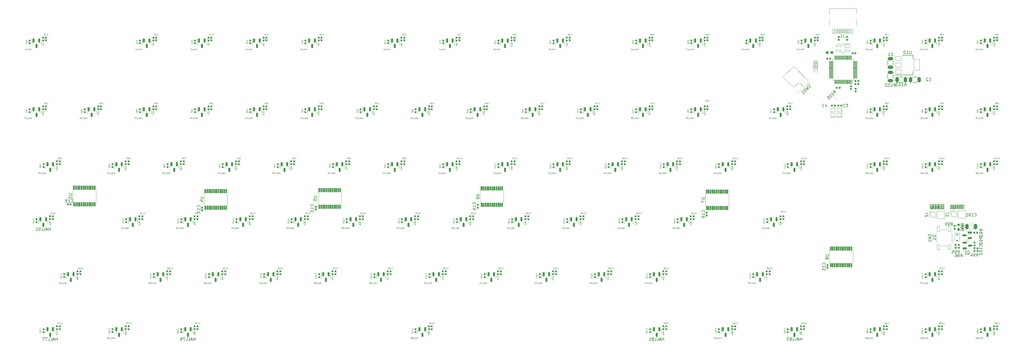
<source format=gbr>
%TF.GenerationSoftware,KiCad,Pcbnew,7.0.6*%
%TF.CreationDate,2024-01-08T21:04:37+01:00*%
%TF.ProjectId,KBD8X-MKII-HE,4b424438-582d-44d4-9b49-492d48452e6b,rev?*%
%TF.SameCoordinates,Original*%
%TF.FileFunction,Legend,Bot*%
%TF.FilePolarity,Positive*%
%FSLAX46Y46*%
G04 Gerber Fmt 4.6, Leading zero omitted, Abs format (unit mm)*
G04 Created by KiCad (PCBNEW 7.0.6) date 2024-01-08 21:04:37*
%MOMM*%
%LPD*%
G01*
G04 APERTURE LIST*
G04 Aperture macros list*
%AMRoundRect*
0 Rectangle with rounded corners*
0 $1 Rounding radius*
0 $2 $3 $4 $5 $6 $7 $8 $9 X,Y pos of 4 corners*
0 Add a 4 corners polygon primitive as box body*
4,1,4,$2,$3,$4,$5,$6,$7,$8,$9,$2,$3,0*
0 Add four circle primitives for the rounded corners*
1,1,$1+$1,$2,$3*
1,1,$1+$1,$4,$5*
1,1,$1+$1,$6,$7*
1,1,$1+$1,$8,$9*
0 Add four rect primitives between the rounded corners*
20,1,$1+$1,$2,$3,$4,$5,0*
20,1,$1+$1,$4,$5,$6,$7,0*
20,1,$1+$1,$6,$7,$8,$9,0*
20,1,$1+$1,$8,$9,$2,$3,0*%
%AMHorizOval*
0 Thick line with rounded ends*
0 $1 width*
0 $2 $3 position (X,Y) of the first rounded end (center of the circle)*
0 $4 $5 position (X,Y) of the second rounded end (center of the circle)*
0 Add line between two ends*
20,1,$1,$2,$3,$4,$5,0*
0 Add two circle primitives to create the rounded ends*
1,1,$1,$2,$3*
1,1,$1,$4,$5*%
G04 Aperture macros list end*
%ADD10C,0.153000*%
%ADD11C,0.125000*%
%ADD12C,0.150000*%
%ADD13C,0.100000*%
%ADD14C,0.120000*%
%ADD15C,3.124000*%
%ADD16C,4.063800*%
%ADD17RoundRect,0.038000X0.850000X0.500000X-0.850000X0.500000X-0.850000X-0.500000X0.850000X-0.500000X0*%
%ADD18RoundRect,0.038000X0.850000X0.300000X-0.850000X0.300000X-0.850000X-0.300000X0.850000X-0.300000X0*%
%ADD19C,1.826000*%
%ADD20RoundRect,0.188000X-0.150000X0.587500X-0.150000X-0.587500X0.150000X-0.587500X0.150000X0.587500X0*%
%ADD21RoundRect,0.173000X-0.185000X0.135000X-0.185000X-0.135000X0.185000X-0.135000X0.185000X0.135000X0*%
%ADD22RoundRect,0.178000X-0.170000X0.140000X-0.170000X-0.140000X0.170000X-0.140000X0.170000X0.140000X0*%
%ADD23RoundRect,0.178000X0.140000X0.170000X-0.140000X0.170000X-0.140000X-0.170000X0.140000X-0.170000X0*%
%ADD24RoundRect,0.288000X-0.325000X-0.650000X0.325000X-0.650000X0.325000X0.650000X-0.325000X0.650000X0*%
%ADD25RoundRect,0.178000X0.170000X-0.140000X0.170000X0.140000X-0.170000X0.140000X-0.170000X-0.140000X0*%
%ADD26RoundRect,0.178000X-0.140000X-0.170000X0.140000X-0.170000X0.140000X0.170000X-0.140000X0.170000X0*%
%ADD27RoundRect,0.038000X-0.850000X0.850000X-0.850000X-0.850000X0.850000X-0.850000X0.850000X0.850000X0*%
%ADD28O,1.776000X1.776000*%
%ADD29RoundRect,0.188000X-0.587500X-0.150000X0.587500X-0.150000X0.587500X0.150000X-0.587500X0.150000X0*%
%ADD30RoundRect,0.173000X0.185000X-0.135000X0.185000X0.135000X-0.185000X0.135000X-0.185000X-0.135000X0*%
%ADD31RoundRect,0.038000X0.337500X-0.100000X0.337500X0.100000X-0.337500X0.100000X-0.337500X-0.100000X0*%
%ADD32RoundRect,0.038000X0.387500X-0.200000X0.387500X0.200000X-0.387500X0.200000X-0.387500X-0.200000X0*%
%ADD33RoundRect,0.038000X-1.000000X-0.750000X1.000000X-0.750000X1.000000X0.750000X-1.000000X0.750000X0*%
%ADD34RoundRect,0.038000X-1.000000X-1.900000X1.000000X-1.900000X1.000000X1.900000X-1.000000X1.900000X0*%
%ADD35RoundRect,0.038000X-0.500000X0.850000X-0.500000X-0.850000X0.500000X-0.850000X0.500000X0.850000X0*%
%ADD36RoundRect,0.138000X-0.100000X0.637500X-0.100000X-0.637500X0.100000X-0.637500X0.100000X0.637500X0*%
%ADD37RoundRect,0.288000X0.325000X0.650000X-0.325000X0.650000X-0.325000X-0.650000X0.325000X-0.650000X0*%
%ADD38RoundRect,0.038000X0.700000X0.600000X-0.700000X0.600000X-0.700000X-0.600000X0.700000X-0.600000X0*%
%ADD39RoundRect,0.113000X0.075000X-0.662500X0.075000X0.662500X-0.075000X0.662500X-0.075000X-0.662500X0*%
%ADD40RoundRect,0.113000X0.662500X-0.075000X0.662500X0.075000X-0.662500X0.075000X-0.662500X-0.075000X0*%
%ADD41RoundRect,0.275500X0.008839X0.344715X-0.344715X-0.008839X-0.008839X-0.344715X0.344715X0.008839X0*%
%ADD42RoundRect,0.173000X-0.135000X-0.185000X0.135000X-0.185000X0.135000X0.185000X-0.135000X0.185000X0*%
%ADD43C,0.726000*%
%ADD44RoundRect,0.038000X-0.300000X-0.725000X0.300000X-0.725000X0.300000X0.725000X-0.300000X0.725000X0*%
%ADD45RoundRect,0.038000X-0.150000X-0.725000X0.150000X-0.725000X0.150000X0.725000X-0.150000X0.725000X0*%
%ADD46O,1.076000X1.676000*%
%ADD47O,1.076000X2.176000*%
%ADD48RoundRect,0.188000X0.587500X0.150000X-0.587500X0.150000X-0.587500X-0.150000X0.587500X-0.150000X0*%
%ADD49RoundRect,0.150500X-0.112500X0.187500X-0.112500X-0.187500X0.112500X-0.187500X0.112500X0.187500X0*%
%ADD50RoundRect,0.238000X0.275000X-0.200000X0.275000X0.200000X-0.275000X0.200000X-0.275000X-0.200000X0*%
%ADD51RoundRect,0.288000X-0.650000X0.325000X-0.650000X-0.325000X0.650000X-0.325000X0.650000X0.325000X0*%
%ADD52RoundRect,0.288000X-0.625000X0.312500X-0.625000X-0.312500X0.625000X-0.312500X0.625000X0.312500X0*%
%ADD53RoundRect,0.288000X0.312500X0.625000X-0.312500X0.625000X-0.312500X-0.625000X0.312500X-0.625000X0*%
%ADD54RoundRect,0.038000X0.000000X-1.202082X1.202082X0.000000X0.000000X1.202082X-1.202082X0.000000X0*%
%ADD55HorizOval,1.776000X0.000000X0.000000X0.000000X0.000000X0*%
%ADD56RoundRect,0.263000X0.225000X0.250000X-0.225000X0.250000X-0.225000X-0.250000X0.225000X-0.250000X0*%
G04 APERTURE END LIST*
D10*
G36*
X365279690Y-133696115D02*
G01*
X364987202Y-133696115D01*
X364917696Y-133661362D01*
X364886871Y-133630537D01*
X364852117Y-133561030D01*
X364852117Y-133452008D01*
X364886871Y-133382502D01*
X364917696Y-133351677D01*
X364987202Y-133316924D01*
X365279690Y-133316924D01*
X365279690Y-133696115D01*
G37*
G36*
X365716976Y-134478067D02*
G01*
X360878185Y-134478067D01*
X360878185Y-133227140D01*
X361023328Y-133227140D01*
X361032415Y-133278674D01*
X361072501Y-133312310D01*
X361098666Y-133316924D01*
X361312452Y-133316924D01*
X361312452Y-134256424D01*
X361330350Y-134305597D01*
X361375668Y-134331762D01*
X361427202Y-134322675D01*
X361460838Y-134282589D01*
X361465452Y-134256424D01*
X361465452Y-134243140D01*
X361894185Y-134243140D01*
X361903272Y-134294674D01*
X361943358Y-134328310D01*
X361969523Y-134332924D01*
X362453333Y-134332924D01*
X362472008Y-134326126D01*
X362491583Y-134322675D01*
X362496020Y-134317386D01*
X362502506Y-134315026D01*
X362512443Y-134297814D01*
X362525219Y-134282589D01*
X362526971Y-134272651D01*
X362528671Y-134269708D01*
X362528080Y-134266360D01*
X362529833Y-134256424D01*
X362529833Y-134062901D01*
X362812261Y-134062901D01*
X362813825Y-134067199D01*
X362812763Y-134071647D01*
X362820337Y-134097113D01*
X362868718Y-134193875D01*
X362869930Y-134195023D01*
X362883048Y-134213757D01*
X362931429Y-134262138D01*
X362932944Y-134262844D01*
X362951312Y-134276468D01*
X363048074Y-134324848D01*
X363052617Y-134325370D01*
X363056120Y-134328310D01*
X363082285Y-134332924D01*
X363324190Y-134332924D01*
X363325761Y-134332352D01*
X363348381Y-134328998D01*
X363493524Y-134280618D01*
X363534514Y-134248089D01*
X363535527Y-134243140D01*
X363781042Y-134243140D01*
X363790129Y-134294674D01*
X363830215Y-134328310D01*
X363856380Y-134332924D01*
X364340190Y-134332924D01*
X364358865Y-134326126D01*
X364378440Y-134322675D01*
X364382877Y-134317386D01*
X364389363Y-134315026D01*
X364399300Y-134297814D01*
X364412076Y-134282589D01*
X364413828Y-134272651D01*
X364415528Y-134269708D01*
X364414937Y-134266360D01*
X364416690Y-134256424D01*
X364416690Y-133579091D01*
X364699118Y-133579091D01*
X364700682Y-133583389D01*
X364699620Y-133587837D01*
X364707194Y-133613303D01*
X364755575Y-133710065D01*
X364756787Y-133711213D01*
X364769905Y-133729947D01*
X364818286Y-133778328D01*
X364819803Y-133779035D01*
X364838168Y-133792658D01*
X364934930Y-133841039D01*
X364939474Y-133841561D01*
X364942977Y-133844501D01*
X364967551Y-133848834D01*
X364712947Y-134212554D01*
X364699411Y-134263102D01*
X364721532Y-134310525D01*
X364768961Y-134332634D01*
X364819505Y-134319083D01*
X364838289Y-134300294D01*
X365154115Y-133849115D01*
X365279690Y-133849115D01*
X365279690Y-134256424D01*
X365297588Y-134305597D01*
X365342906Y-134331762D01*
X365394440Y-134322675D01*
X365428076Y-134282589D01*
X365432690Y-134256424D01*
X365432690Y-133240424D01*
X365425892Y-133221748D01*
X365422441Y-133202174D01*
X365417152Y-133197736D01*
X365414792Y-133191251D01*
X365397580Y-133181313D01*
X365382355Y-133168538D01*
X365372417Y-133166785D01*
X365369474Y-133165086D01*
X365366126Y-133165676D01*
X365356190Y-133163924D01*
X364969142Y-133163924D01*
X364964843Y-133165488D01*
X364960396Y-133164426D01*
X364934930Y-133172000D01*
X364838168Y-133220381D01*
X364837017Y-133221596D01*
X364818286Y-133234711D01*
X364769905Y-133283092D01*
X364769198Y-133284606D01*
X364755575Y-133302974D01*
X364707194Y-133399736D01*
X364706671Y-133404280D01*
X364703732Y-133407783D01*
X364699118Y-133433948D01*
X364699118Y-133579091D01*
X364416690Y-133579091D01*
X364416690Y-133240424D01*
X364409892Y-133221748D01*
X364406441Y-133202174D01*
X364401152Y-133197736D01*
X364398792Y-133191251D01*
X364381580Y-133181313D01*
X364366355Y-133168538D01*
X364356417Y-133166785D01*
X364353474Y-133165086D01*
X364350126Y-133165676D01*
X364340190Y-133163924D01*
X363856380Y-133163924D01*
X363807207Y-133181822D01*
X363781042Y-133227140D01*
X363790129Y-133278674D01*
X363830215Y-133312310D01*
X363856380Y-133316924D01*
X364263690Y-133316924D01*
X364263690Y-133647734D01*
X364001523Y-133647734D01*
X363952350Y-133665632D01*
X363926185Y-133710950D01*
X363935272Y-133762484D01*
X363975358Y-133796120D01*
X364001523Y-133800734D01*
X364263690Y-133800734D01*
X364263690Y-134179924D01*
X363856380Y-134179924D01*
X363807207Y-134197822D01*
X363781042Y-134243140D01*
X363535527Y-134243140D01*
X363545006Y-134196823D01*
X363520089Y-134150807D01*
X363471424Y-134131573D01*
X363445142Y-134135470D01*
X363311777Y-134179924D01*
X363100344Y-134179924D01*
X363030839Y-134145172D01*
X363000014Y-134114347D01*
X362965261Y-134044841D01*
X362965261Y-133984199D01*
X363000014Y-133914693D01*
X363030839Y-133883867D01*
X363108986Y-133844794D01*
X363294363Y-133798450D01*
X363297365Y-133796421D01*
X363310021Y-133792658D01*
X363406783Y-133744277D01*
X363407931Y-133743064D01*
X363426665Y-133729947D01*
X363475046Y-133681566D01*
X363475753Y-133680048D01*
X363489376Y-133661684D01*
X363537757Y-133564922D01*
X363538279Y-133560377D01*
X363541219Y-133556875D01*
X363545833Y-133530710D01*
X363545833Y-133433948D01*
X363544268Y-133429649D01*
X363545331Y-133425202D01*
X363537757Y-133399736D01*
X363489376Y-133302974D01*
X363488160Y-133301823D01*
X363475046Y-133283092D01*
X363426665Y-133234711D01*
X363425150Y-133234004D01*
X363406783Y-133220381D01*
X363310021Y-133172000D01*
X363305476Y-133171477D01*
X363301974Y-133168538D01*
X363275809Y-133163924D01*
X363033904Y-133163924D01*
X363032332Y-133164495D01*
X363009712Y-133167850D01*
X362864570Y-133216231D01*
X362823580Y-133248760D01*
X362813088Y-133300027D01*
X362838005Y-133346043D01*
X362886671Y-133365276D01*
X362912952Y-133361379D01*
X363046317Y-133316924D01*
X363257749Y-133316924D01*
X363327255Y-133351677D01*
X363358079Y-133382501D01*
X363392833Y-133452008D01*
X363392833Y-133512649D01*
X363358080Y-133582155D01*
X363327254Y-133612981D01*
X363249107Y-133652055D01*
X363063731Y-133698399D01*
X363060728Y-133700427D01*
X363048073Y-133704191D01*
X362951311Y-133752572D01*
X362950160Y-133753787D01*
X362931429Y-133766902D01*
X362883048Y-133815283D01*
X362882341Y-133816797D01*
X362868718Y-133835165D01*
X362820337Y-133931927D01*
X362819814Y-133936471D01*
X362816875Y-133939974D01*
X362812261Y-133966139D01*
X362812261Y-134062901D01*
X362529833Y-134062901D01*
X362529833Y-133240424D01*
X362523035Y-133221748D01*
X362519584Y-133202174D01*
X362514295Y-133197736D01*
X362511935Y-133191251D01*
X362494723Y-133181313D01*
X362479498Y-133168538D01*
X362469560Y-133166785D01*
X362466617Y-133165086D01*
X362463269Y-133165676D01*
X362453333Y-133163924D01*
X361969523Y-133163924D01*
X361920350Y-133181822D01*
X361894185Y-133227140D01*
X361903272Y-133278674D01*
X361943358Y-133312310D01*
X361969523Y-133316924D01*
X362376833Y-133316924D01*
X362376833Y-133647734D01*
X362114666Y-133647734D01*
X362065493Y-133665632D01*
X362039328Y-133710950D01*
X362048415Y-133762484D01*
X362088501Y-133796120D01*
X362114666Y-133800734D01*
X362376833Y-133800734D01*
X362376833Y-134179924D01*
X361969523Y-134179924D01*
X361920350Y-134197822D01*
X361894185Y-134243140D01*
X361465452Y-134243140D01*
X361465452Y-133316924D01*
X361679238Y-133316924D01*
X361728411Y-133299026D01*
X361754576Y-133253708D01*
X361745489Y-133202174D01*
X361705403Y-133168538D01*
X361679238Y-133163924D01*
X361098666Y-133163924D01*
X361049493Y-133181822D01*
X361023328Y-133227140D01*
X360878185Y-133227140D01*
X360878185Y-132945080D01*
X361028167Y-132945080D01*
X361037254Y-132996614D01*
X361077340Y-133030250D01*
X361103505Y-133034864D01*
X365496495Y-133034864D01*
X365545668Y-133016966D01*
X365571833Y-132971648D01*
X365562746Y-132920114D01*
X365522660Y-132886478D01*
X365496495Y-132881864D01*
X361103505Y-132881864D01*
X361054332Y-132899762D01*
X361028167Y-132945080D01*
X360878185Y-132945080D01*
X360878185Y-132736721D01*
X365716976Y-132736721D01*
X365716976Y-134478067D01*
G37*
G36*
X368490398Y-133301676D02*
G01*
X368521223Y-133332502D01*
X368560297Y-133410649D01*
X368604357Y-133586889D01*
X368604357Y-133809959D01*
X368560297Y-133986198D01*
X368521223Y-134064347D01*
X368490397Y-134095172D01*
X368420893Y-134129924D01*
X368360249Y-134129924D01*
X368290744Y-134095172D01*
X368259919Y-134064347D01*
X368220845Y-133986198D01*
X368176785Y-133809959D01*
X368176785Y-133586889D01*
X368220845Y-133410649D01*
X368259918Y-133332502D01*
X368290744Y-133301676D01*
X368360250Y-133266924D01*
X368420892Y-133266924D01*
X368490398Y-133301676D01*
G37*
G36*
X370328874Y-133301677D02*
G01*
X370401875Y-133374678D01*
X370442833Y-133538508D01*
X370442833Y-133858340D01*
X370401875Y-134022170D01*
X370328873Y-134095172D01*
X370259369Y-134129924D01*
X370101963Y-134129924D01*
X370032458Y-134095172D01*
X369959456Y-134022170D01*
X369918499Y-133858340D01*
X369918499Y-133538509D01*
X369959456Y-133374678D01*
X370032458Y-133301676D01*
X370101964Y-133266924D01*
X370259368Y-133266924D01*
X370328874Y-133301677D01*
G37*
G36*
X371393255Y-133301676D02*
G01*
X371466256Y-133374678D01*
X371507214Y-133538509D01*
X371507214Y-133858340D01*
X371466256Y-134022170D01*
X371393254Y-134095172D01*
X371323750Y-134129924D01*
X371166344Y-134129924D01*
X371096839Y-134095172D01*
X371023837Y-134022170D01*
X370982880Y-133858340D01*
X370982880Y-133538508D01*
X371023837Y-133374678D01*
X371096839Y-133301676D01*
X371166345Y-133266924D01*
X371323749Y-133266924D01*
X371393255Y-133301676D01*
G37*
G36*
X372474833Y-134129924D02*
G01*
X372182344Y-134129924D01*
X372112839Y-134095172D01*
X372082014Y-134064347D01*
X372047261Y-133994841D01*
X372047261Y-133885817D01*
X372082013Y-133816312D01*
X372108848Y-133789477D01*
X372225079Y-133750734D01*
X372474833Y-133750734D01*
X372474833Y-134129924D01*
G37*
G36*
X372474833Y-133597734D02*
G01*
X372230726Y-133597734D01*
X372161220Y-133562981D01*
X372130395Y-133532156D01*
X372095642Y-133462649D01*
X372095642Y-133402007D01*
X372130395Y-133332502D01*
X372161220Y-133301676D01*
X372230726Y-133266924D01*
X372474833Y-133266924D01*
X372474833Y-133597734D01*
G37*
G36*
X372772976Y-134428067D02*
G01*
X367878642Y-134428067D01*
X367878642Y-133819377D01*
X368023785Y-133819377D01*
X368024994Y-133822699D01*
X368026069Y-133837931D01*
X368074450Y-134031455D01*
X368076478Y-134034457D01*
X368080242Y-134047113D01*
X368128623Y-134143875D01*
X368129835Y-134145023D01*
X368142953Y-134163757D01*
X368191334Y-134212138D01*
X368192849Y-134212844D01*
X368211217Y-134226468D01*
X368307979Y-134274848D01*
X368312522Y-134275370D01*
X368316025Y-134278310D01*
X368342190Y-134282924D01*
X368438952Y-134282924D01*
X368443249Y-134281359D01*
X368447697Y-134282422D01*
X368473163Y-134274848D01*
X368569925Y-134226468D01*
X368571071Y-134225257D01*
X368589808Y-134212138D01*
X368638189Y-134163757D01*
X368638896Y-134162239D01*
X368652519Y-134143875D01*
X368700900Y-134047113D01*
X368701314Y-134043512D01*
X368706692Y-134031455D01*
X368755073Y-133837931D01*
X368754705Y-133834413D01*
X368757357Y-133819377D01*
X368757357Y-133577472D01*
X368756147Y-133574149D01*
X368755073Y-133558918D01*
X368706692Y-133365394D01*
X368704663Y-133362391D01*
X368700900Y-133349736D01*
X368652519Y-133252974D01*
X368651303Y-133251823D01*
X368638189Y-133233092D01*
X368589808Y-133184711D01*
X368588293Y-133184004D01*
X368579039Y-133177140D01*
X368895804Y-133177140D01*
X368904891Y-133228674D01*
X368944977Y-133262310D01*
X368971142Y-133266924D01*
X369184928Y-133266924D01*
X369184928Y-134206424D01*
X369202826Y-134255597D01*
X369248144Y-134281762D01*
X369299678Y-134272675D01*
X369333314Y-134232589D01*
X369337928Y-134206424D01*
X369337928Y-133867758D01*
X369765499Y-133867758D01*
X369766708Y-133871080D01*
X369767783Y-133886312D01*
X369816164Y-134079836D01*
X369820389Y-134086091D01*
X369821047Y-134093612D01*
X369836286Y-134115376D01*
X369933048Y-134212138D01*
X369934563Y-134212844D01*
X369952931Y-134226468D01*
X370049693Y-134274848D01*
X370054236Y-134275370D01*
X370057739Y-134278310D01*
X370083904Y-134282924D01*
X370277428Y-134282924D01*
X370281725Y-134281359D01*
X370286173Y-134282422D01*
X370311639Y-134274848D01*
X370408401Y-134226468D01*
X370409547Y-134225257D01*
X370428284Y-134212138D01*
X370525046Y-134115376D01*
X370528236Y-134108534D01*
X370534346Y-134104101D01*
X370545168Y-134079836D01*
X370593549Y-133886312D01*
X370593181Y-133882794D01*
X370595833Y-133867758D01*
X370829880Y-133867758D01*
X370831089Y-133871080D01*
X370832164Y-133886312D01*
X370880545Y-134079836D01*
X370884770Y-134086091D01*
X370885428Y-134093612D01*
X370900667Y-134115376D01*
X370997429Y-134212138D01*
X370998944Y-134212844D01*
X371017312Y-134226468D01*
X371114074Y-134274848D01*
X371118617Y-134275370D01*
X371122120Y-134278310D01*
X371148285Y-134282924D01*
X371341809Y-134282924D01*
X371346106Y-134281359D01*
X371350554Y-134282422D01*
X371376020Y-134274848D01*
X371472782Y-134226468D01*
X371473928Y-134225257D01*
X371492665Y-134212138D01*
X371589427Y-134115376D01*
X371592617Y-134108534D01*
X371598727Y-134104101D01*
X371609549Y-134079836D01*
X371626283Y-134012901D01*
X371894261Y-134012901D01*
X371895825Y-134017199D01*
X371894763Y-134021647D01*
X371902337Y-134047113D01*
X371950718Y-134143875D01*
X371951930Y-134145023D01*
X371965048Y-134163757D01*
X372013429Y-134212138D01*
X372014944Y-134212844D01*
X372033312Y-134226468D01*
X372130074Y-134274848D01*
X372134617Y-134275370D01*
X372138120Y-134278310D01*
X372164285Y-134282924D01*
X372551333Y-134282924D01*
X372570008Y-134276126D01*
X372589583Y-134272675D01*
X372594020Y-134267386D01*
X372600506Y-134265026D01*
X372610443Y-134247814D01*
X372623219Y-134232589D01*
X372624971Y-134222651D01*
X372626671Y-134219708D01*
X372626080Y-134216360D01*
X372627833Y-134206424D01*
X372627833Y-133190424D01*
X372621035Y-133171748D01*
X372617584Y-133152174D01*
X372612295Y-133147736D01*
X372609935Y-133141251D01*
X372592723Y-133131313D01*
X372577498Y-133118538D01*
X372567560Y-133116785D01*
X372564617Y-133115086D01*
X372561269Y-133115676D01*
X372551333Y-133113924D01*
X372212666Y-133113924D01*
X372208367Y-133115488D01*
X372203920Y-133114426D01*
X372178454Y-133122000D01*
X372081692Y-133170381D01*
X372080541Y-133171596D01*
X372061810Y-133184711D01*
X372013429Y-133233092D01*
X372012722Y-133234606D01*
X371999099Y-133252974D01*
X371950718Y-133349736D01*
X371950195Y-133354280D01*
X371947256Y-133357783D01*
X371942642Y-133383948D01*
X371942642Y-133480710D01*
X371944206Y-133485008D01*
X371943144Y-133489456D01*
X371950718Y-133514922D01*
X371999099Y-133611684D01*
X372000311Y-133612832D01*
X372013429Y-133631566D01*
X372035165Y-133653302D01*
X372013429Y-133668521D01*
X371965048Y-133716902D01*
X371964341Y-133718416D01*
X371950718Y-133736784D01*
X371902337Y-133833546D01*
X371901814Y-133838090D01*
X371898875Y-133841593D01*
X371894261Y-133867758D01*
X371894261Y-134012901D01*
X371626283Y-134012901D01*
X371657930Y-133886312D01*
X371657562Y-133882794D01*
X371660214Y-133867758D01*
X371660214Y-133529091D01*
X371659004Y-133525768D01*
X371657930Y-133510537D01*
X371609549Y-133317013D01*
X371605322Y-133310756D01*
X371604665Y-133303237D01*
X371589427Y-133281473D01*
X371492665Y-133184711D01*
X371491150Y-133184004D01*
X371472783Y-133170381D01*
X371376021Y-133122000D01*
X371371476Y-133121477D01*
X371367974Y-133118538D01*
X371341809Y-133113924D01*
X371148285Y-133113924D01*
X371143986Y-133115488D01*
X371139539Y-133114426D01*
X371114073Y-133122000D01*
X371017311Y-133170381D01*
X371016160Y-133171596D01*
X370997429Y-133184711D01*
X370900667Y-133281473D01*
X370897476Y-133288314D01*
X370891367Y-133292748D01*
X370880545Y-133317013D01*
X370832164Y-133510537D01*
X370832531Y-133514054D01*
X370829880Y-133529091D01*
X370829880Y-133867758D01*
X370595833Y-133867758D01*
X370595833Y-133529091D01*
X370594623Y-133525768D01*
X370593549Y-133510537D01*
X370545168Y-133317013D01*
X370540941Y-133310756D01*
X370540284Y-133303237D01*
X370525046Y-133281473D01*
X370428284Y-133184711D01*
X370426769Y-133184004D01*
X370408402Y-133170381D01*
X370311640Y-133122000D01*
X370307095Y-133121477D01*
X370303593Y-133118538D01*
X370277428Y-133113924D01*
X370083904Y-133113924D01*
X370079605Y-133115488D01*
X370075158Y-133114426D01*
X370049692Y-133122000D01*
X369952930Y-133170381D01*
X369951779Y-133171596D01*
X369933048Y-133184711D01*
X369836286Y-133281473D01*
X369833095Y-133288314D01*
X369826986Y-133292748D01*
X369816164Y-133317013D01*
X369767783Y-133510537D01*
X369768150Y-133514054D01*
X369765499Y-133529091D01*
X369765499Y-133867758D01*
X369337928Y-133867758D01*
X369337928Y-133266924D01*
X369551714Y-133266924D01*
X369600887Y-133249026D01*
X369627052Y-133203708D01*
X369617965Y-133152174D01*
X369577879Y-133118538D01*
X369551714Y-133113924D01*
X368971142Y-133113924D01*
X368921969Y-133131822D01*
X368895804Y-133177140D01*
X368579039Y-133177140D01*
X368569926Y-133170381D01*
X368473164Y-133122000D01*
X368468619Y-133121477D01*
X368465117Y-133118538D01*
X368438952Y-133113924D01*
X368342190Y-133113924D01*
X368337891Y-133115488D01*
X368333444Y-133114426D01*
X368307978Y-133122000D01*
X368211216Y-133170381D01*
X368210065Y-133171596D01*
X368191334Y-133184711D01*
X368142953Y-133233092D01*
X368142246Y-133234606D01*
X368128623Y-133252974D01*
X368080242Y-133349736D01*
X368079827Y-133353336D01*
X368074450Y-133365394D01*
X368026069Y-133558918D01*
X368026436Y-133562435D01*
X368023785Y-133577472D01*
X368023785Y-133819377D01*
X367878642Y-133819377D01*
X367878642Y-132968781D01*
X372772976Y-132968781D01*
X372772976Y-134428067D01*
G37*
D11*
X55280594Y-122187309D02*
X55280594Y-121687309D01*
X55280594Y-121925404D02*
X54994880Y-121925404D01*
X54994880Y-122187309D02*
X54994880Y-121687309D01*
X54780593Y-122044452D02*
X54542498Y-122044452D01*
X54828212Y-122187309D02*
X54661546Y-121687309D01*
X54661546Y-121687309D02*
X54494879Y-122187309D01*
X54090118Y-122187309D02*
X54328213Y-122187309D01*
X54328213Y-122187309D02*
X54328213Y-121687309D01*
X53685356Y-122187309D02*
X53923451Y-122187309D01*
X53923451Y-122187309D02*
X53923451Y-121687309D01*
X53566308Y-121687309D02*
X53256784Y-121687309D01*
X53256784Y-121687309D02*
X53423451Y-121877785D01*
X53423451Y-121877785D02*
X53352022Y-121877785D01*
X53352022Y-121877785D02*
X53304403Y-121901595D01*
X53304403Y-121901595D02*
X53280594Y-121925404D01*
X53280594Y-121925404D02*
X53256784Y-121973023D01*
X53256784Y-121973023D02*
X53256784Y-122092071D01*
X53256784Y-122092071D02*
X53280594Y-122139690D01*
X53280594Y-122139690D02*
X53304403Y-122163500D01*
X53304403Y-122163500D02*
X53352022Y-122187309D01*
X53352022Y-122187309D02*
X53494879Y-122187309D01*
X53494879Y-122187309D02*
X53542498Y-122163500D01*
X53542498Y-122163500D02*
X53566308Y-122139690D01*
X52828213Y-121853976D02*
X52828213Y-122187309D01*
X52947261Y-121663500D02*
X53066308Y-122020642D01*
X53066308Y-122020642D02*
X52756785Y-122020642D01*
X364167309Y-177091071D02*
X363929214Y-176924405D01*
X364167309Y-176805357D02*
X363667309Y-176805357D01*
X363667309Y-176805357D02*
X363667309Y-176995833D01*
X363667309Y-176995833D02*
X363691119Y-177043452D01*
X363691119Y-177043452D02*
X363714928Y-177067262D01*
X363714928Y-177067262D02*
X363762547Y-177091071D01*
X363762547Y-177091071D02*
X363833976Y-177091071D01*
X363833976Y-177091071D02*
X363881595Y-177067262D01*
X363881595Y-177067262D02*
X363905404Y-177043452D01*
X363905404Y-177043452D02*
X363929214Y-176995833D01*
X363929214Y-176995833D02*
X363929214Y-176805357D01*
X363881595Y-177376786D02*
X363857785Y-177329167D01*
X363857785Y-177329167D02*
X363833976Y-177305357D01*
X363833976Y-177305357D02*
X363786357Y-177281548D01*
X363786357Y-177281548D02*
X363762547Y-177281548D01*
X363762547Y-177281548D02*
X363714928Y-177305357D01*
X363714928Y-177305357D02*
X363691119Y-177329167D01*
X363691119Y-177329167D02*
X363667309Y-177376786D01*
X363667309Y-177376786D02*
X363667309Y-177472024D01*
X363667309Y-177472024D02*
X363691119Y-177519643D01*
X363691119Y-177519643D02*
X363714928Y-177543452D01*
X363714928Y-177543452D02*
X363762547Y-177567262D01*
X363762547Y-177567262D02*
X363786357Y-177567262D01*
X363786357Y-177567262D02*
X363833976Y-177543452D01*
X363833976Y-177543452D02*
X363857785Y-177519643D01*
X363857785Y-177519643D02*
X363881595Y-177472024D01*
X363881595Y-177472024D02*
X363881595Y-177376786D01*
X363881595Y-177376786D02*
X363905404Y-177329167D01*
X363905404Y-177329167D02*
X363929214Y-177305357D01*
X363929214Y-177305357D02*
X363976833Y-177281548D01*
X363976833Y-177281548D02*
X364072071Y-177281548D01*
X364072071Y-177281548D02*
X364119690Y-177305357D01*
X364119690Y-177305357D02*
X364143500Y-177329167D01*
X364143500Y-177329167D02*
X364167309Y-177376786D01*
X364167309Y-177376786D02*
X364167309Y-177472024D01*
X364167309Y-177472024D02*
X364143500Y-177519643D01*
X364143500Y-177519643D02*
X364119690Y-177543452D01*
X364119690Y-177543452D02*
X364072071Y-177567262D01*
X364072071Y-177567262D02*
X363976833Y-177567262D01*
X363976833Y-177567262D02*
X363929214Y-177543452D01*
X363929214Y-177543452D02*
X363905404Y-177519643D01*
X363905404Y-177519643D02*
X363881595Y-177472024D01*
X363667309Y-177733928D02*
X363667309Y-178067261D01*
X363667309Y-178067261D02*
X364167309Y-177852976D01*
X236914523Y-117039690D02*
X236938332Y-117063500D01*
X236938332Y-117063500D02*
X237009761Y-117087309D01*
X237009761Y-117087309D02*
X237057380Y-117087309D01*
X237057380Y-117087309D02*
X237128808Y-117063500D01*
X237128808Y-117063500D02*
X237176427Y-117015880D01*
X237176427Y-117015880D02*
X237200237Y-116968261D01*
X237200237Y-116968261D02*
X237224046Y-116873023D01*
X237224046Y-116873023D02*
X237224046Y-116801595D01*
X237224046Y-116801595D02*
X237200237Y-116706357D01*
X237200237Y-116706357D02*
X237176427Y-116658738D01*
X237176427Y-116658738D02*
X237128808Y-116611119D01*
X237128808Y-116611119D02*
X237057380Y-116587309D01*
X237057380Y-116587309D02*
X237009761Y-116587309D01*
X237009761Y-116587309D02*
X236938332Y-116611119D01*
X236938332Y-116611119D02*
X236914523Y-116634928D01*
X236438332Y-117087309D02*
X236724046Y-117087309D01*
X236581189Y-117087309D02*
X236581189Y-116587309D01*
X236581189Y-116587309D02*
X236628808Y-116658738D01*
X236628808Y-116658738D02*
X236676427Y-116706357D01*
X236676427Y-116706357D02*
X236724046Y-116730166D01*
X236128809Y-116587309D02*
X236081190Y-116587309D01*
X236081190Y-116587309D02*
X236033571Y-116611119D01*
X236033571Y-116611119D02*
X236009761Y-116634928D01*
X236009761Y-116634928D02*
X235985952Y-116682547D01*
X235985952Y-116682547D02*
X235962142Y-116777785D01*
X235962142Y-116777785D02*
X235962142Y-116896833D01*
X235962142Y-116896833D02*
X235985952Y-116992071D01*
X235985952Y-116992071D02*
X236009761Y-117039690D01*
X236009761Y-117039690D02*
X236033571Y-117063500D01*
X236033571Y-117063500D02*
X236081190Y-117087309D01*
X236081190Y-117087309D02*
X236128809Y-117087309D01*
X236128809Y-117087309D02*
X236176428Y-117063500D01*
X236176428Y-117063500D02*
X236200237Y-117039690D01*
X236200237Y-117039690D02*
X236224047Y-116992071D01*
X236224047Y-116992071D02*
X236247856Y-116896833D01*
X236247856Y-116896833D02*
X236247856Y-116777785D01*
X236247856Y-116777785D02*
X236224047Y-116682547D01*
X236224047Y-116682547D02*
X236200237Y-116634928D01*
X236200237Y-116634928D02*
X236176428Y-116611119D01*
X236176428Y-116611119D02*
X236128809Y-116587309D01*
X235533571Y-116753976D02*
X235533571Y-117087309D01*
X235652619Y-116563500D02*
X235771666Y-116920642D01*
X235771666Y-116920642D02*
X235462143Y-116920642D01*
X317218094Y-79324809D02*
X317218094Y-78824809D01*
X317218094Y-79062904D02*
X316932380Y-79062904D01*
X316932380Y-79324809D02*
X316932380Y-78824809D01*
X316718093Y-79181952D02*
X316479998Y-79181952D01*
X316765712Y-79324809D02*
X316599046Y-78824809D01*
X316599046Y-78824809D02*
X316432379Y-79324809D01*
X316027618Y-79324809D02*
X316265713Y-79324809D01*
X316265713Y-79324809D02*
X316265713Y-78824809D01*
X315622856Y-79324809D02*
X315860951Y-79324809D01*
X315860951Y-79324809D02*
X315860951Y-78824809D01*
X315194284Y-79324809D02*
X315479998Y-79324809D01*
X315337141Y-79324809D02*
X315337141Y-78824809D01*
X315337141Y-78824809D02*
X315384760Y-78896238D01*
X315384760Y-78896238D02*
X315432379Y-78943857D01*
X315432379Y-78943857D02*
X315479998Y-78967666D01*
X315027618Y-78824809D02*
X314718094Y-78824809D01*
X314718094Y-78824809D02*
X314884761Y-79015285D01*
X314884761Y-79015285D02*
X314813332Y-79015285D01*
X314813332Y-79015285D02*
X314765713Y-79039095D01*
X314765713Y-79039095D02*
X314741904Y-79062904D01*
X314741904Y-79062904D02*
X314718094Y-79110523D01*
X314718094Y-79110523D02*
X314718094Y-79229571D01*
X314718094Y-79229571D02*
X314741904Y-79277190D01*
X314741904Y-79277190D02*
X314765713Y-79301000D01*
X314765713Y-79301000D02*
X314813332Y-79324809D01*
X314813332Y-79324809D02*
X314956189Y-79324809D01*
X314956189Y-79324809D02*
X315003808Y-79301000D01*
X315003808Y-79301000D02*
X315027618Y-79277190D01*
X50518094Y-103137309D02*
X50518094Y-102637309D01*
X50518094Y-102875404D02*
X50232380Y-102875404D01*
X50232380Y-103137309D02*
X50232380Y-102637309D01*
X50018093Y-102994452D02*
X49779998Y-102994452D01*
X50065712Y-103137309D02*
X49899046Y-102637309D01*
X49899046Y-102637309D02*
X49732379Y-103137309D01*
X49327618Y-103137309D02*
X49565713Y-103137309D01*
X49565713Y-103137309D02*
X49565713Y-102637309D01*
X48922856Y-103137309D02*
X49160951Y-103137309D01*
X49160951Y-103137309D02*
X49160951Y-102637309D01*
X48494284Y-103137309D02*
X48779998Y-103137309D01*
X48637141Y-103137309D02*
X48637141Y-102637309D01*
X48637141Y-102637309D02*
X48684760Y-102708738D01*
X48684760Y-102708738D02*
X48732379Y-102756357D01*
X48732379Y-102756357D02*
X48779998Y-102780166D01*
X48327618Y-102637309D02*
X47994285Y-102637309D01*
X47994285Y-102637309D02*
X48208570Y-103137309D01*
D12*
X376189047Y-136819580D02*
X376236666Y-136867200D01*
X376236666Y-136867200D02*
X376379523Y-136914819D01*
X376379523Y-136914819D02*
X376474761Y-136914819D01*
X376474761Y-136914819D02*
X376617618Y-136867200D01*
X376617618Y-136867200D02*
X376712856Y-136771961D01*
X376712856Y-136771961D02*
X376760475Y-136676723D01*
X376760475Y-136676723D02*
X376808094Y-136486247D01*
X376808094Y-136486247D02*
X376808094Y-136343390D01*
X376808094Y-136343390D02*
X376760475Y-136152914D01*
X376760475Y-136152914D02*
X376712856Y-136057676D01*
X376712856Y-136057676D02*
X376617618Y-135962438D01*
X376617618Y-135962438D02*
X376474761Y-135914819D01*
X376474761Y-135914819D02*
X376379523Y-135914819D01*
X376379523Y-135914819D02*
X376236666Y-135962438D01*
X376236666Y-135962438D02*
X376189047Y-136010057D01*
X375236666Y-136914819D02*
X375808094Y-136914819D01*
X375522380Y-136914819D02*
X375522380Y-135914819D01*
X375522380Y-135914819D02*
X375617618Y-136057676D01*
X375617618Y-136057676D02*
X375712856Y-136152914D01*
X375712856Y-136152914D02*
X375808094Y-136200533D01*
X374760475Y-136914819D02*
X374569999Y-136914819D01*
X374569999Y-136914819D02*
X374474761Y-136867200D01*
X374474761Y-136867200D02*
X374427142Y-136819580D01*
X374427142Y-136819580D02*
X374331904Y-136676723D01*
X374331904Y-136676723D02*
X374284285Y-136486247D01*
X374284285Y-136486247D02*
X374284285Y-136105295D01*
X374284285Y-136105295D02*
X374331904Y-136010057D01*
X374331904Y-136010057D02*
X374379523Y-135962438D01*
X374379523Y-135962438D02*
X374474761Y-135914819D01*
X374474761Y-135914819D02*
X374665237Y-135914819D01*
X374665237Y-135914819D02*
X374760475Y-135962438D01*
X374760475Y-135962438D02*
X374808094Y-136010057D01*
X374808094Y-136010057D02*
X374855713Y-136105295D01*
X374855713Y-136105295D02*
X374855713Y-136343390D01*
X374855713Y-136343390D02*
X374808094Y-136438628D01*
X374808094Y-136438628D02*
X374760475Y-136486247D01*
X374760475Y-136486247D02*
X374665237Y-136533866D01*
X374665237Y-136533866D02*
X374474761Y-136533866D01*
X374474761Y-136533866D02*
X374379523Y-136486247D01*
X374379523Y-136486247D02*
X374331904Y-136438628D01*
X374331904Y-136438628D02*
X374284285Y-136343390D01*
X373331904Y-136914819D02*
X373903332Y-136914819D01*
X373617618Y-136914819D02*
X373617618Y-135914819D01*
X373617618Y-135914819D02*
X373712856Y-136057676D01*
X373712856Y-136057676D02*
X373808094Y-136152914D01*
X373808094Y-136152914D02*
X373903332Y-136200533D01*
D11*
X321304809Y-77078571D02*
X321066714Y-76911905D01*
X321304809Y-76792857D02*
X320804809Y-76792857D01*
X320804809Y-76792857D02*
X320804809Y-76983333D01*
X320804809Y-76983333D02*
X320828619Y-77030952D01*
X320828619Y-77030952D02*
X320852428Y-77054762D01*
X320852428Y-77054762D02*
X320900047Y-77078571D01*
X320900047Y-77078571D02*
X320971476Y-77078571D01*
X320971476Y-77078571D02*
X321019095Y-77054762D01*
X321019095Y-77054762D02*
X321042904Y-77030952D01*
X321042904Y-77030952D02*
X321066714Y-76983333D01*
X321066714Y-76983333D02*
X321066714Y-76792857D01*
X321304809Y-77554762D02*
X321304809Y-77269048D01*
X321304809Y-77411905D02*
X320804809Y-77411905D01*
X320804809Y-77411905D02*
X320876238Y-77364286D01*
X320876238Y-77364286D02*
X320923857Y-77316667D01*
X320923857Y-77316667D02*
X320947666Y-77269048D01*
X320804809Y-78007142D02*
X320804809Y-77769047D01*
X320804809Y-77769047D02*
X321042904Y-77745238D01*
X321042904Y-77745238D02*
X321019095Y-77769047D01*
X321019095Y-77769047D02*
X320995285Y-77816666D01*
X320995285Y-77816666D02*
X320995285Y-77935714D01*
X320995285Y-77935714D02*
X321019095Y-77983333D01*
X321019095Y-77983333D02*
X321042904Y-78007142D01*
X321042904Y-78007142D02*
X321090523Y-78030952D01*
X321090523Y-78030952D02*
X321209571Y-78030952D01*
X321209571Y-78030952D02*
X321257190Y-78007142D01*
X321257190Y-78007142D02*
X321281000Y-77983333D01*
X321281000Y-77983333D02*
X321304809Y-77935714D01*
X321304809Y-77935714D02*
X321304809Y-77816666D01*
X321304809Y-77816666D02*
X321281000Y-77769047D01*
X321281000Y-77769047D02*
X321257190Y-77745238D01*
X294064523Y-174189690D02*
X294088332Y-174213500D01*
X294088332Y-174213500D02*
X294159761Y-174237309D01*
X294159761Y-174237309D02*
X294207380Y-174237309D01*
X294207380Y-174237309D02*
X294278808Y-174213500D01*
X294278808Y-174213500D02*
X294326427Y-174165880D01*
X294326427Y-174165880D02*
X294350237Y-174118261D01*
X294350237Y-174118261D02*
X294374046Y-174023023D01*
X294374046Y-174023023D02*
X294374046Y-173951595D01*
X294374046Y-173951595D02*
X294350237Y-173856357D01*
X294350237Y-173856357D02*
X294326427Y-173808738D01*
X294326427Y-173808738D02*
X294278808Y-173761119D01*
X294278808Y-173761119D02*
X294207380Y-173737309D01*
X294207380Y-173737309D02*
X294159761Y-173737309D01*
X294159761Y-173737309D02*
X294088332Y-173761119D01*
X294088332Y-173761119D02*
X294064523Y-173784928D01*
X293588332Y-174237309D02*
X293874046Y-174237309D01*
X293731189Y-174237309D02*
X293731189Y-173737309D01*
X293731189Y-173737309D02*
X293778808Y-173808738D01*
X293778808Y-173808738D02*
X293826427Y-173856357D01*
X293826427Y-173856357D02*
X293874046Y-173880166D01*
X293302618Y-173951595D02*
X293350237Y-173927785D01*
X293350237Y-173927785D02*
X293374047Y-173903976D01*
X293374047Y-173903976D02*
X293397856Y-173856357D01*
X293397856Y-173856357D02*
X293397856Y-173832547D01*
X293397856Y-173832547D02*
X293374047Y-173784928D01*
X293374047Y-173784928D02*
X293350237Y-173761119D01*
X293350237Y-173761119D02*
X293302618Y-173737309D01*
X293302618Y-173737309D02*
X293207380Y-173737309D01*
X293207380Y-173737309D02*
X293159761Y-173761119D01*
X293159761Y-173761119D02*
X293135952Y-173784928D01*
X293135952Y-173784928D02*
X293112142Y-173832547D01*
X293112142Y-173832547D02*
X293112142Y-173856357D01*
X293112142Y-173856357D02*
X293135952Y-173903976D01*
X293135952Y-173903976D02*
X293159761Y-173927785D01*
X293159761Y-173927785D02*
X293207380Y-173951595D01*
X293207380Y-173951595D02*
X293302618Y-173951595D01*
X293302618Y-173951595D02*
X293350237Y-173975404D01*
X293350237Y-173975404D02*
X293374047Y-173999214D01*
X293374047Y-173999214D02*
X293397856Y-174046833D01*
X293397856Y-174046833D02*
X293397856Y-174142071D01*
X293397856Y-174142071D02*
X293374047Y-174189690D01*
X293374047Y-174189690D02*
X293350237Y-174213500D01*
X293350237Y-174213500D02*
X293302618Y-174237309D01*
X293302618Y-174237309D02*
X293207380Y-174237309D01*
X293207380Y-174237309D02*
X293159761Y-174213500D01*
X293159761Y-174213500D02*
X293135952Y-174189690D01*
X293135952Y-174189690D02*
X293112142Y-174142071D01*
X293112142Y-174142071D02*
X293112142Y-174046833D01*
X293112142Y-174046833D02*
X293135952Y-173999214D01*
X293135952Y-173999214D02*
X293159761Y-173975404D01*
X293159761Y-173975404D02*
X293207380Y-173951595D01*
X292921666Y-173784928D02*
X292897857Y-173761119D01*
X292897857Y-173761119D02*
X292850238Y-173737309D01*
X292850238Y-173737309D02*
X292731190Y-173737309D01*
X292731190Y-173737309D02*
X292683571Y-173761119D01*
X292683571Y-173761119D02*
X292659762Y-173784928D01*
X292659762Y-173784928D02*
X292635952Y-173832547D01*
X292635952Y-173832547D02*
X292635952Y-173880166D01*
X292635952Y-173880166D02*
X292659762Y-173951595D01*
X292659762Y-173951595D02*
X292945476Y-174237309D01*
X292945476Y-174237309D02*
X292635952Y-174237309D01*
X207004809Y-100891071D02*
X206766714Y-100724405D01*
X207004809Y-100605357D02*
X206504809Y-100605357D01*
X206504809Y-100605357D02*
X206504809Y-100795833D01*
X206504809Y-100795833D02*
X206528619Y-100843452D01*
X206528619Y-100843452D02*
X206552428Y-100867262D01*
X206552428Y-100867262D02*
X206600047Y-100891071D01*
X206600047Y-100891071D02*
X206671476Y-100891071D01*
X206671476Y-100891071D02*
X206719095Y-100867262D01*
X206719095Y-100867262D02*
X206742904Y-100843452D01*
X206742904Y-100843452D02*
X206766714Y-100795833D01*
X206766714Y-100795833D02*
X206766714Y-100605357D01*
X206552428Y-101081548D02*
X206528619Y-101105357D01*
X206528619Y-101105357D02*
X206504809Y-101152976D01*
X206504809Y-101152976D02*
X206504809Y-101272024D01*
X206504809Y-101272024D02*
X206528619Y-101319643D01*
X206528619Y-101319643D02*
X206552428Y-101343452D01*
X206552428Y-101343452D02*
X206600047Y-101367262D01*
X206600047Y-101367262D02*
X206647666Y-101367262D01*
X206647666Y-101367262D02*
X206719095Y-101343452D01*
X206719095Y-101343452D02*
X207004809Y-101057738D01*
X207004809Y-101057738D02*
X207004809Y-101367262D01*
X206504809Y-101533928D02*
X206504809Y-101867261D01*
X206504809Y-101867261D02*
X207004809Y-101652976D01*
X275014523Y-117039690D02*
X275038332Y-117063500D01*
X275038332Y-117063500D02*
X275109761Y-117087309D01*
X275109761Y-117087309D02*
X275157380Y-117087309D01*
X275157380Y-117087309D02*
X275228808Y-117063500D01*
X275228808Y-117063500D02*
X275276427Y-117015880D01*
X275276427Y-117015880D02*
X275300237Y-116968261D01*
X275300237Y-116968261D02*
X275324046Y-116873023D01*
X275324046Y-116873023D02*
X275324046Y-116801595D01*
X275324046Y-116801595D02*
X275300237Y-116706357D01*
X275300237Y-116706357D02*
X275276427Y-116658738D01*
X275276427Y-116658738D02*
X275228808Y-116611119D01*
X275228808Y-116611119D02*
X275157380Y-116587309D01*
X275157380Y-116587309D02*
X275109761Y-116587309D01*
X275109761Y-116587309D02*
X275038332Y-116611119D01*
X275038332Y-116611119D02*
X275014523Y-116634928D01*
X274538332Y-117087309D02*
X274824046Y-117087309D01*
X274681189Y-117087309D02*
X274681189Y-116587309D01*
X274681189Y-116587309D02*
X274728808Y-116658738D01*
X274728808Y-116658738D02*
X274776427Y-116706357D01*
X274776427Y-116706357D02*
X274824046Y-116730166D01*
X274228809Y-116587309D02*
X274181190Y-116587309D01*
X274181190Y-116587309D02*
X274133571Y-116611119D01*
X274133571Y-116611119D02*
X274109761Y-116634928D01*
X274109761Y-116634928D02*
X274085952Y-116682547D01*
X274085952Y-116682547D02*
X274062142Y-116777785D01*
X274062142Y-116777785D02*
X274062142Y-116896833D01*
X274062142Y-116896833D02*
X274085952Y-116992071D01*
X274085952Y-116992071D02*
X274109761Y-117039690D01*
X274109761Y-117039690D02*
X274133571Y-117063500D01*
X274133571Y-117063500D02*
X274181190Y-117087309D01*
X274181190Y-117087309D02*
X274228809Y-117087309D01*
X274228809Y-117087309D02*
X274276428Y-117063500D01*
X274276428Y-117063500D02*
X274300237Y-117039690D01*
X274300237Y-117039690D02*
X274324047Y-116992071D01*
X274324047Y-116992071D02*
X274347856Y-116896833D01*
X274347856Y-116896833D02*
X274347856Y-116777785D01*
X274347856Y-116777785D02*
X274324047Y-116682547D01*
X274324047Y-116682547D02*
X274300237Y-116634928D01*
X274300237Y-116634928D02*
X274276428Y-116611119D01*
X274276428Y-116611119D02*
X274228809Y-116587309D01*
X273776428Y-116801595D02*
X273824047Y-116777785D01*
X273824047Y-116777785D02*
X273847857Y-116753976D01*
X273847857Y-116753976D02*
X273871666Y-116706357D01*
X273871666Y-116706357D02*
X273871666Y-116682547D01*
X273871666Y-116682547D02*
X273847857Y-116634928D01*
X273847857Y-116634928D02*
X273824047Y-116611119D01*
X273824047Y-116611119D02*
X273776428Y-116587309D01*
X273776428Y-116587309D02*
X273681190Y-116587309D01*
X273681190Y-116587309D02*
X273633571Y-116611119D01*
X273633571Y-116611119D02*
X273609762Y-116634928D01*
X273609762Y-116634928D02*
X273585952Y-116682547D01*
X273585952Y-116682547D02*
X273585952Y-116706357D01*
X273585952Y-116706357D02*
X273609762Y-116753976D01*
X273609762Y-116753976D02*
X273633571Y-116777785D01*
X273633571Y-116777785D02*
X273681190Y-116801595D01*
X273681190Y-116801595D02*
X273776428Y-116801595D01*
X273776428Y-116801595D02*
X273824047Y-116825404D01*
X273824047Y-116825404D02*
X273847857Y-116849214D01*
X273847857Y-116849214D02*
X273871666Y-116896833D01*
X273871666Y-116896833D02*
X273871666Y-116992071D01*
X273871666Y-116992071D02*
X273847857Y-117039690D01*
X273847857Y-117039690D02*
X273824047Y-117063500D01*
X273824047Y-117063500D02*
X273776428Y-117087309D01*
X273776428Y-117087309D02*
X273681190Y-117087309D01*
X273681190Y-117087309D02*
X273633571Y-117063500D01*
X273633571Y-117063500D02*
X273609762Y-117039690D01*
X273609762Y-117039690D02*
X273585952Y-116992071D01*
X273585952Y-116992071D02*
X273585952Y-116896833D01*
X273585952Y-116896833D02*
X273609762Y-116849214D01*
X273609762Y-116849214D02*
X273633571Y-116825404D01*
X273633571Y-116825404D02*
X273681190Y-116801595D01*
X141005594Y-141237309D02*
X141005594Y-140737309D01*
X141005594Y-140975404D02*
X140719880Y-140975404D01*
X140719880Y-141237309D02*
X140719880Y-140737309D01*
X140505593Y-141094452D02*
X140267498Y-141094452D01*
X140553212Y-141237309D02*
X140386546Y-140737309D01*
X140386546Y-140737309D02*
X140219879Y-141237309D01*
X139815118Y-141237309D02*
X140053213Y-141237309D01*
X140053213Y-141237309D02*
X140053213Y-140737309D01*
X139410356Y-141237309D02*
X139648451Y-141237309D01*
X139648451Y-141237309D02*
X139648451Y-140737309D01*
X139005594Y-140737309D02*
X139243689Y-140737309D01*
X139243689Y-140737309D02*
X139267498Y-140975404D01*
X139267498Y-140975404D02*
X139243689Y-140951595D01*
X139243689Y-140951595D02*
X139196070Y-140927785D01*
X139196070Y-140927785D02*
X139077022Y-140927785D01*
X139077022Y-140927785D02*
X139029403Y-140951595D01*
X139029403Y-140951595D02*
X139005594Y-140975404D01*
X139005594Y-140975404D02*
X138981784Y-141023023D01*
X138981784Y-141023023D02*
X138981784Y-141142071D01*
X138981784Y-141142071D02*
X139005594Y-141189690D01*
X139005594Y-141189690D02*
X139029403Y-141213500D01*
X139029403Y-141213500D02*
X139077022Y-141237309D01*
X139077022Y-141237309D02*
X139196070Y-141237309D01*
X139196070Y-141237309D02*
X139243689Y-141213500D01*
X139243689Y-141213500D02*
X139267498Y-141189690D01*
X138529404Y-140737309D02*
X138767499Y-140737309D01*
X138767499Y-140737309D02*
X138791308Y-140975404D01*
X138791308Y-140975404D02*
X138767499Y-140951595D01*
X138767499Y-140951595D02*
X138719880Y-140927785D01*
X138719880Y-140927785D02*
X138600832Y-140927785D01*
X138600832Y-140927785D02*
X138553213Y-140951595D01*
X138553213Y-140951595D02*
X138529404Y-140975404D01*
X138529404Y-140975404D02*
X138505594Y-141023023D01*
X138505594Y-141023023D02*
X138505594Y-141142071D01*
X138505594Y-141142071D02*
X138529404Y-141189690D01*
X138529404Y-141189690D02*
X138553213Y-141213500D01*
X138553213Y-141213500D02*
X138600832Y-141237309D01*
X138600832Y-141237309D02*
X138719880Y-141237309D01*
X138719880Y-141237309D02*
X138767499Y-141213500D01*
X138767499Y-141213500D02*
X138791308Y-141189690D01*
X360080594Y-103137309D02*
X360080594Y-102637309D01*
X360080594Y-102875404D02*
X359794880Y-102875404D01*
X359794880Y-103137309D02*
X359794880Y-102637309D01*
X359580593Y-102994452D02*
X359342498Y-102994452D01*
X359628212Y-103137309D02*
X359461546Y-102637309D01*
X359461546Y-102637309D02*
X359294879Y-103137309D01*
X358890118Y-103137309D02*
X359128213Y-103137309D01*
X359128213Y-103137309D02*
X359128213Y-102637309D01*
X358485356Y-103137309D02*
X358723451Y-103137309D01*
X358723451Y-103137309D02*
X358723451Y-102637309D01*
X358366308Y-102637309D02*
X358056784Y-102637309D01*
X358056784Y-102637309D02*
X358223451Y-102827785D01*
X358223451Y-102827785D02*
X358152022Y-102827785D01*
X358152022Y-102827785D02*
X358104403Y-102851595D01*
X358104403Y-102851595D02*
X358080594Y-102875404D01*
X358080594Y-102875404D02*
X358056784Y-102923023D01*
X358056784Y-102923023D02*
X358056784Y-103042071D01*
X358056784Y-103042071D02*
X358080594Y-103089690D01*
X358080594Y-103089690D02*
X358104403Y-103113500D01*
X358104403Y-103113500D02*
X358152022Y-103137309D01*
X358152022Y-103137309D02*
X358294879Y-103137309D01*
X358294879Y-103137309D02*
X358342498Y-103113500D01*
X358342498Y-103113500D02*
X358366308Y-103089690D01*
X357866308Y-102684928D02*
X357842499Y-102661119D01*
X357842499Y-102661119D02*
X357794880Y-102637309D01*
X357794880Y-102637309D02*
X357675832Y-102637309D01*
X357675832Y-102637309D02*
X357628213Y-102661119D01*
X357628213Y-102661119D02*
X357604404Y-102684928D01*
X357604404Y-102684928D02*
X357580594Y-102732547D01*
X357580594Y-102732547D02*
X357580594Y-102780166D01*
X357580594Y-102780166D02*
X357604404Y-102851595D01*
X357604404Y-102851595D02*
X357890118Y-103137309D01*
X357890118Y-103137309D02*
X357580594Y-103137309D01*
X339369690Y-176015476D02*
X339393500Y-175991667D01*
X339393500Y-175991667D02*
X339417309Y-175920238D01*
X339417309Y-175920238D02*
X339417309Y-175872619D01*
X339417309Y-175872619D02*
X339393500Y-175801191D01*
X339393500Y-175801191D02*
X339345880Y-175753572D01*
X339345880Y-175753572D02*
X339298261Y-175729762D01*
X339298261Y-175729762D02*
X339203023Y-175705953D01*
X339203023Y-175705953D02*
X339131595Y-175705953D01*
X339131595Y-175705953D02*
X339036357Y-175729762D01*
X339036357Y-175729762D02*
X338988738Y-175753572D01*
X338988738Y-175753572D02*
X338941119Y-175801191D01*
X338941119Y-175801191D02*
X338917309Y-175872619D01*
X338917309Y-175872619D02*
X338917309Y-175920238D01*
X338917309Y-175920238D02*
X338941119Y-175991667D01*
X338941119Y-175991667D02*
X338964928Y-176015476D01*
X339417309Y-176491667D02*
X339417309Y-176205953D01*
X339417309Y-176348810D02*
X338917309Y-176348810D01*
X338917309Y-176348810D02*
X338988738Y-176301191D01*
X338988738Y-176301191D02*
X339036357Y-176253572D01*
X339036357Y-176253572D02*
X339060166Y-176205953D01*
X339131595Y-176777381D02*
X339107785Y-176729762D01*
X339107785Y-176729762D02*
X339083976Y-176705952D01*
X339083976Y-176705952D02*
X339036357Y-176682143D01*
X339036357Y-176682143D02*
X339012547Y-176682143D01*
X339012547Y-176682143D02*
X338964928Y-176705952D01*
X338964928Y-176705952D02*
X338941119Y-176729762D01*
X338941119Y-176729762D02*
X338917309Y-176777381D01*
X338917309Y-176777381D02*
X338917309Y-176872619D01*
X338917309Y-176872619D02*
X338941119Y-176920238D01*
X338941119Y-176920238D02*
X338964928Y-176944047D01*
X338964928Y-176944047D02*
X339012547Y-176967857D01*
X339012547Y-176967857D02*
X339036357Y-176967857D01*
X339036357Y-176967857D02*
X339083976Y-176944047D01*
X339083976Y-176944047D02*
X339107785Y-176920238D01*
X339107785Y-176920238D02*
X339131595Y-176872619D01*
X339131595Y-176872619D02*
X339131595Y-176777381D01*
X339131595Y-176777381D02*
X339155404Y-176729762D01*
X339155404Y-176729762D02*
X339179214Y-176705952D01*
X339179214Y-176705952D02*
X339226833Y-176682143D01*
X339226833Y-176682143D02*
X339322071Y-176682143D01*
X339322071Y-176682143D02*
X339369690Y-176705952D01*
X339369690Y-176705952D02*
X339393500Y-176729762D01*
X339393500Y-176729762D02*
X339417309Y-176777381D01*
X339417309Y-176777381D02*
X339417309Y-176872619D01*
X339417309Y-176872619D02*
X339393500Y-176920238D01*
X339393500Y-176920238D02*
X339369690Y-176944047D01*
X339369690Y-176944047D02*
X339322071Y-176967857D01*
X339322071Y-176967857D02*
X339226833Y-176967857D01*
X339226833Y-176967857D02*
X339179214Y-176944047D01*
X339179214Y-176944047D02*
X339155404Y-176920238D01*
X339155404Y-176920238D02*
X339131595Y-176872619D01*
X338917309Y-177420237D02*
X338917309Y-177182142D01*
X338917309Y-177182142D02*
X339155404Y-177158333D01*
X339155404Y-177158333D02*
X339131595Y-177182142D01*
X339131595Y-177182142D02*
X339107785Y-177229761D01*
X339107785Y-177229761D02*
X339107785Y-177348809D01*
X339107785Y-177348809D02*
X339131595Y-177396428D01*
X339131595Y-177396428D02*
X339155404Y-177420237D01*
X339155404Y-177420237D02*
X339203023Y-177444047D01*
X339203023Y-177444047D02*
X339322071Y-177444047D01*
X339322071Y-177444047D02*
X339369690Y-177420237D01*
X339369690Y-177420237D02*
X339393500Y-177396428D01*
X339393500Y-177396428D02*
X339417309Y-177348809D01*
X339417309Y-177348809D02*
X339417309Y-177229761D01*
X339417309Y-177229761D02*
X339393500Y-177182142D01*
X339393500Y-177182142D02*
X339369690Y-177158333D01*
X189051428Y-97989690D02*
X189075237Y-98013500D01*
X189075237Y-98013500D02*
X189146666Y-98037309D01*
X189146666Y-98037309D02*
X189194285Y-98037309D01*
X189194285Y-98037309D02*
X189265713Y-98013500D01*
X189265713Y-98013500D02*
X189313332Y-97965880D01*
X189313332Y-97965880D02*
X189337142Y-97918261D01*
X189337142Y-97918261D02*
X189360951Y-97823023D01*
X189360951Y-97823023D02*
X189360951Y-97751595D01*
X189360951Y-97751595D02*
X189337142Y-97656357D01*
X189337142Y-97656357D02*
X189313332Y-97608738D01*
X189313332Y-97608738D02*
X189265713Y-97561119D01*
X189265713Y-97561119D02*
X189194285Y-97537309D01*
X189194285Y-97537309D02*
X189146666Y-97537309D01*
X189146666Y-97537309D02*
X189075237Y-97561119D01*
X189075237Y-97561119D02*
X189051428Y-97584928D01*
X188622856Y-97537309D02*
X188718094Y-97537309D01*
X188718094Y-97537309D02*
X188765713Y-97561119D01*
X188765713Y-97561119D02*
X188789523Y-97584928D01*
X188789523Y-97584928D02*
X188837142Y-97656357D01*
X188837142Y-97656357D02*
X188860951Y-97751595D01*
X188860951Y-97751595D02*
X188860951Y-97942071D01*
X188860951Y-97942071D02*
X188837142Y-97989690D01*
X188837142Y-97989690D02*
X188813332Y-98013500D01*
X188813332Y-98013500D02*
X188765713Y-98037309D01*
X188765713Y-98037309D02*
X188670475Y-98037309D01*
X188670475Y-98037309D02*
X188622856Y-98013500D01*
X188622856Y-98013500D02*
X188599047Y-97989690D01*
X188599047Y-97989690D02*
X188575237Y-97942071D01*
X188575237Y-97942071D02*
X188575237Y-97823023D01*
X188575237Y-97823023D02*
X188599047Y-97775404D01*
X188599047Y-97775404D02*
X188622856Y-97751595D01*
X188622856Y-97751595D02*
X188670475Y-97727785D01*
X188670475Y-97727785D02*
X188765713Y-97727785D01*
X188765713Y-97727785D02*
X188813332Y-97751595D01*
X188813332Y-97751595D02*
X188837142Y-97775404D01*
X188837142Y-97775404D02*
X188860951Y-97823023D01*
X188146666Y-97537309D02*
X188241904Y-97537309D01*
X188241904Y-97537309D02*
X188289523Y-97561119D01*
X188289523Y-97561119D02*
X188313333Y-97584928D01*
X188313333Y-97584928D02*
X188360952Y-97656357D01*
X188360952Y-97656357D02*
X188384761Y-97751595D01*
X188384761Y-97751595D02*
X188384761Y-97942071D01*
X188384761Y-97942071D02*
X188360952Y-97989690D01*
X188360952Y-97989690D02*
X188337142Y-98013500D01*
X188337142Y-98013500D02*
X188289523Y-98037309D01*
X188289523Y-98037309D02*
X188194285Y-98037309D01*
X188194285Y-98037309D02*
X188146666Y-98013500D01*
X188146666Y-98013500D02*
X188122857Y-97989690D01*
X188122857Y-97989690D02*
X188099047Y-97942071D01*
X188099047Y-97942071D02*
X188099047Y-97823023D01*
X188099047Y-97823023D02*
X188122857Y-97775404D01*
X188122857Y-97775404D02*
X188146666Y-97751595D01*
X188146666Y-97751595D02*
X188194285Y-97727785D01*
X188194285Y-97727785D02*
X188289523Y-97727785D01*
X188289523Y-97727785D02*
X188337142Y-97751595D01*
X188337142Y-97751595D02*
X188360952Y-97775404D01*
X188360952Y-97775404D02*
X188384761Y-97823023D01*
X229832190Y-118865476D02*
X229856000Y-118841667D01*
X229856000Y-118841667D02*
X229879809Y-118770238D01*
X229879809Y-118770238D02*
X229879809Y-118722619D01*
X229879809Y-118722619D02*
X229856000Y-118651191D01*
X229856000Y-118651191D02*
X229808380Y-118603572D01*
X229808380Y-118603572D02*
X229760761Y-118579762D01*
X229760761Y-118579762D02*
X229665523Y-118555953D01*
X229665523Y-118555953D02*
X229594095Y-118555953D01*
X229594095Y-118555953D02*
X229498857Y-118579762D01*
X229498857Y-118579762D02*
X229451238Y-118603572D01*
X229451238Y-118603572D02*
X229403619Y-118651191D01*
X229403619Y-118651191D02*
X229379809Y-118722619D01*
X229379809Y-118722619D02*
X229379809Y-118770238D01*
X229379809Y-118770238D02*
X229403619Y-118841667D01*
X229403619Y-118841667D02*
X229427428Y-118865476D01*
X229879809Y-119341667D02*
X229879809Y-119055953D01*
X229879809Y-119198810D02*
X229379809Y-119198810D01*
X229379809Y-119198810D02*
X229451238Y-119151191D01*
X229451238Y-119151191D02*
X229498857Y-119103572D01*
X229498857Y-119103572D02*
X229522666Y-119055953D01*
X229379809Y-119651190D02*
X229379809Y-119698809D01*
X229379809Y-119698809D02*
X229403619Y-119746428D01*
X229403619Y-119746428D02*
X229427428Y-119770238D01*
X229427428Y-119770238D02*
X229475047Y-119794047D01*
X229475047Y-119794047D02*
X229570285Y-119817857D01*
X229570285Y-119817857D02*
X229689333Y-119817857D01*
X229689333Y-119817857D02*
X229784571Y-119794047D01*
X229784571Y-119794047D02*
X229832190Y-119770238D01*
X229832190Y-119770238D02*
X229856000Y-119746428D01*
X229856000Y-119746428D02*
X229879809Y-119698809D01*
X229879809Y-119698809D02*
X229879809Y-119651190D01*
X229879809Y-119651190D02*
X229856000Y-119603571D01*
X229856000Y-119603571D02*
X229832190Y-119579762D01*
X229832190Y-119579762D02*
X229784571Y-119555952D01*
X229784571Y-119555952D02*
X229689333Y-119532143D01*
X229689333Y-119532143D02*
X229570285Y-119532143D01*
X229570285Y-119532143D02*
X229475047Y-119555952D01*
X229475047Y-119555952D02*
X229427428Y-119579762D01*
X229427428Y-119579762D02*
X229403619Y-119603571D01*
X229403619Y-119603571D02*
X229379809Y-119651190D01*
X229379809Y-119984523D02*
X229379809Y-120294047D01*
X229379809Y-120294047D02*
X229570285Y-120127380D01*
X229570285Y-120127380D02*
X229570285Y-120198809D01*
X229570285Y-120198809D02*
X229594095Y-120246428D01*
X229594095Y-120246428D02*
X229617904Y-120270237D01*
X229617904Y-120270237D02*
X229665523Y-120294047D01*
X229665523Y-120294047D02*
X229784571Y-120294047D01*
X229784571Y-120294047D02*
X229832190Y-120270237D01*
X229832190Y-120270237D02*
X229856000Y-120246428D01*
X229856000Y-120246428D02*
X229879809Y-120198809D01*
X229879809Y-120198809D02*
X229879809Y-120055952D01*
X229879809Y-120055952D02*
X229856000Y-120008333D01*
X229856000Y-120008333D02*
X229832190Y-119984523D01*
X178429809Y-77316666D02*
X178191714Y-77150000D01*
X178429809Y-77030952D02*
X177929809Y-77030952D01*
X177929809Y-77030952D02*
X177929809Y-77221428D01*
X177929809Y-77221428D02*
X177953619Y-77269047D01*
X177953619Y-77269047D02*
X177977428Y-77292857D01*
X177977428Y-77292857D02*
X178025047Y-77316666D01*
X178025047Y-77316666D02*
X178096476Y-77316666D01*
X178096476Y-77316666D02*
X178144095Y-77292857D01*
X178144095Y-77292857D02*
X178167904Y-77269047D01*
X178167904Y-77269047D02*
X178191714Y-77221428D01*
X178191714Y-77221428D02*
X178191714Y-77030952D01*
X178144095Y-77602381D02*
X178120285Y-77554762D01*
X178120285Y-77554762D02*
X178096476Y-77530952D01*
X178096476Y-77530952D02*
X178048857Y-77507143D01*
X178048857Y-77507143D02*
X178025047Y-77507143D01*
X178025047Y-77507143D02*
X177977428Y-77530952D01*
X177977428Y-77530952D02*
X177953619Y-77554762D01*
X177953619Y-77554762D02*
X177929809Y-77602381D01*
X177929809Y-77602381D02*
X177929809Y-77697619D01*
X177929809Y-77697619D02*
X177953619Y-77745238D01*
X177953619Y-77745238D02*
X177977428Y-77769047D01*
X177977428Y-77769047D02*
X178025047Y-77792857D01*
X178025047Y-77792857D02*
X178048857Y-77792857D01*
X178048857Y-77792857D02*
X178096476Y-77769047D01*
X178096476Y-77769047D02*
X178120285Y-77745238D01*
X178120285Y-77745238D02*
X178144095Y-77697619D01*
X178144095Y-77697619D02*
X178144095Y-77602381D01*
X178144095Y-77602381D02*
X178167904Y-77554762D01*
X178167904Y-77554762D02*
X178191714Y-77530952D01*
X178191714Y-77530952D02*
X178239333Y-77507143D01*
X178239333Y-77507143D02*
X178334571Y-77507143D01*
X178334571Y-77507143D02*
X178382190Y-77530952D01*
X178382190Y-77530952D02*
X178406000Y-77554762D01*
X178406000Y-77554762D02*
X178429809Y-77602381D01*
X178429809Y-77602381D02*
X178429809Y-77697619D01*
X178429809Y-77697619D02*
X178406000Y-77745238D01*
X178406000Y-77745238D02*
X178382190Y-77769047D01*
X178382190Y-77769047D02*
X178334571Y-77792857D01*
X178334571Y-77792857D02*
X178239333Y-77792857D01*
X178239333Y-77792857D02*
X178191714Y-77769047D01*
X178191714Y-77769047D02*
X178167904Y-77745238D01*
X178167904Y-77745238D02*
X178144095Y-77697619D01*
X377469690Y-100053571D02*
X377493500Y-100029762D01*
X377493500Y-100029762D02*
X377517309Y-99958333D01*
X377517309Y-99958333D02*
X377517309Y-99910714D01*
X377517309Y-99910714D02*
X377493500Y-99839286D01*
X377493500Y-99839286D02*
X377445880Y-99791667D01*
X377445880Y-99791667D02*
X377398261Y-99767857D01*
X377398261Y-99767857D02*
X377303023Y-99744048D01*
X377303023Y-99744048D02*
X377231595Y-99744048D01*
X377231595Y-99744048D02*
X377136357Y-99767857D01*
X377136357Y-99767857D02*
X377088738Y-99791667D01*
X377088738Y-99791667D02*
X377041119Y-99839286D01*
X377041119Y-99839286D02*
X377017309Y-99910714D01*
X377017309Y-99910714D02*
X377017309Y-99958333D01*
X377017309Y-99958333D02*
X377041119Y-100029762D01*
X377041119Y-100029762D02*
X377064928Y-100053571D01*
X377231595Y-100339286D02*
X377207785Y-100291667D01*
X377207785Y-100291667D02*
X377183976Y-100267857D01*
X377183976Y-100267857D02*
X377136357Y-100244048D01*
X377136357Y-100244048D02*
X377112547Y-100244048D01*
X377112547Y-100244048D02*
X377064928Y-100267857D01*
X377064928Y-100267857D02*
X377041119Y-100291667D01*
X377041119Y-100291667D02*
X377017309Y-100339286D01*
X377017309Y-100339286D02*
X377017309Y-100434524D01*
X377017309Y-100434524D02*
X377041119Y-100482143D01*
X377041119Y-100482143D02*
X377064928Y-100505952D01*
X377064928Y-100505952D02*
X377112547Y-100529762D01*
X377112547Y-100529762D02*
X377136357Y-100529762D01*
X377136357Y-100529762D02*
X377183976Y-100505952D01*
X377183976Y-100505952D02*
X377207785Y-100482143D01*
X377207785Y-100482143D02*
X377231595Y-100434524D01*
X377231595Y-100434524D02*
X377231595Y-100339286D01*
X377231595Y-100339286D02*
X377255404Y-100291667D01*
X377255404Y-100291667D02*
X377279214Y-100267857D01*
X377279214Y-100267857D02*
X377326833Y-100244048D01*
X377326833Y-100244048D02*
X377422071Y-100244048D01*
X377422071Y-100244048D02*
X377469690Y-100267857D01*
X377469690Y-100267857D02*
X377493500Y-100291667D01*
X377493500Y-100291667D02*
X377517309Y-100339286D01*
X377517309Y-100339286D02*
X377517309Y-100434524D01*
X377517309Y-100434524D02*
X377493500Y-100482143D01*
X377493500Y-100482143D02*
X377469690Y-100505952D01*
X377469690Y-100505952D02*
X377422071Y-100529762D01*
X377422071Y-100529762D02*
X377326833Y-100529762D01*
X377326833Y-100529762D02*
X377279214Y-100505952D01*
X377279214Y-100505952D02*
X377255404Y-100482143D01*
X377255404Y-100482143D02*
X377231595Y-100434524D01*
X377017309Y-100696428D02*
X377017309Y-101005952D01*
X377017309Y-101005952D02*
X377207785Y-100839285D01*
X377207785Y-100839285D02*
X377207785Y-100910714D01*
X377207785Y-100910714D02*
X377231595Y-100958333D01*
X377231595Y-100958333D02*
X377255404Y-100982142D01*
X377255404Y-100982142D02*
X377303023Y-101005952D01*
X377303023Y-101005952D02*
X377422071Y-101005952D01*
X377422071Y-101005952D02*
X377469690Y-100982142D01*
X377469690Y-100982142D02*
X377493500Y-100958333D01*
X377493500Y-100958333D02*
X377517309Y-100910714D01*
X377517309Y-100910714D02*
X377517309Y-100767857D01*
X377517309Y-100767857D02*
X377493500Y-100720238D01*
X377493500Y-100720238D02*
X377469690Y-100696428D01*
D12*
X59318690Y-179967319D02*
X59318690Y-178967319D01*
X59318690Y-179443509D02*
X58747262Y-179443509D01*
X58747262Y-179967319D02*
X58747262Y-178967319D01*
X58318690Y-179681604D02*
X57842500Y-179681604D01*
X58413928Y-179967319D02*
X58080595Y-178967319D01*
X58080595Y-178967319D02*
X57747262Y-179967319D01*
X56937738Y-179967319D02*
X57413928Y-179967319D01*
X57413928Y-179967319D02*
X57413928Y-178967319D01*
X56128214Y-179967319D02*
X56604404Y-179967319D01*
X56604404Y-179967319D02*
X56604404Y-178967319D01*
X55890118Y-178967319D02*
X55223452Y-178967319D01*
X55223452Y-178967319D02*
X55652023Y-179967319D01*
X54937737Y-178967319D02*
X54271071Y-178967319D01*
X54271071Y-178967319D02*
X54699642Y-179967319D01*
D11*
X310794690Y-118865476D02*
X310818500Y-118841667D01*
X310818500Y-118841667D02*
X310842309Y-118770238D01*
X310842309Y-118770238D02*
X310842309Y-118722619D01*
X310842309Y-118722619D02*
X310818500Y-118651191D01*
X310818500Y-118651191D02*
X310770880Y-118603572D01*
X310770880Y-118603572D02*
X310723261Y-118579762D01*
X310723261Y-118579762D02*
X310628023Y-118555953D01*
X310628023Y-118555953D02*
X310556595Y-118555953D01*
X310556595Y-118555953D02*
X310461357Y-118579762D01*
X310461357Y-118579762D02*
X310413738Y-118603572D01*
X310413738Y-118603572D02*
X310366119Y-118651191D01*
X310366119Y-118651191D02*
X310342309Y-118722619D01*
X310342309Y-118722619D02*
X310342309Y-118770238D01*
X310342309Y-118770238D02*
X310366119Y-118841667D01*
X310366119Y-118841667D02*
X310389928Y-118865476D01*
X310842309Y-119341667D02*
X310842309Y-119055953D01*
X310842309Y-119198810D02*
X310342309Y-119198810D01*
X310342309Y-119198810D02*
X310413738Y-119151191D01*
X310413738Y-119151191D02*
X310461357Y-119103572D01*
X310461357Y-119103572D02*
X310485166Y-119055953D01*
X310842309Y-119817857D02*
X310842309Y-119532143D01*
X310842309Y-119675000D02*
X310342309Y-119675000D01*
X310342309Y-119675000D02*
X310413738Y-119627381D01*
X310413738Y-119627381D02*
X310461357Y-119579762D01*
X310461357Y-119579762D02*
X310485166Y-119532143D01*
X310842309Y-120294047D02*
X310842309Y-120008333D01*
X310842309Y-120151190D02*
X310342309Y-120151190D01*
X310342309Y-120151190D02*
X310413738Y-120103571D01*
X310413738Y-120103571D02*
X310461357Y-120055952D01*
X310461357Y-120055952D02*
X310485166Y-120008333D01*
X202242309Y-138991071D02*
X202004214Y-138824405D01*
X202242309Y-138705357D02*
X201742309Y-138705357D01*
X201742309Y-138705357D02*
X201742309Y-138895833D01*
X201742309Y-138895833D02*
X201766119Y-138943452D01*
X201766119Y-138943452D02*
X201789928Y-138967262D01*
X201789928Y-138967262D02*
X201837547Y-138991071D01*
X201837547Y-138991071D02*
X201908976Y-138991071D01*
X201908976Y-138991071D02*
X201956595Y-138967262D01*
X201956595Y-138967262D02*
X201980404Y-138943452D01*
X201980404Y-138943452D02*
X202004214Y-138895833D01*
X202004214Y-138895833D02*
X202004214Y-138705357D01*
X201742309Y-139419643D02*
X201742309Y-139324405D01*
X201742309Y-139324405D02*
X201766119Y-139276786D01*
X201766119Y-139276786D02*
X201789928Y-139252976D01*
X201789928Y-139252976D02*
X201861357Y-139205357D01*
X201861357Y-139205357D02*
X201956595Y-139181548D01*
X201956595Y-139181548D02*
X202147071Y-139181548D01*
X202147071Y-139181548D02*
X202194690Y-139205357D01*
X202194690Y-139205357D02*
X202218500Y-139229167D01*
X202218500Y-139229167D02*
X202242309Y-139276786D01*
X202242309Y-139276786D02*
X202242309Y-139372024D01*
X202242309Y-139372024D02*
X202218500Y-139419643D01*
X202218500Y-139419643D02*
X202194690Y-139443452D01*
X202194690Y-139443452D02*
X202147071Y-139467262D01*
X202147071Y-139467262D02*
X202028023Y-139467262D01*
X202028023Y-139467262D02*
X201980404Y-139443452D01*
X201980404Y-139443452D02*
X201956595Y-139419643D01*
X201956595Y-139419643D02*
X201932785Y-139372024D01*
X201932785Y-139372024D02*
X201932785Y-139276786D01*
X201932785Y-139276786D02*
X201956595Y-139229167D01*
X201956595Y-139229167D02*
X201980404Y-139205357D01*
X201980404Y-139205357D02*
X202028023Y-139181548D01*
X201742309Y-139776785D02*
X201742309Y-139824404D01*
X201742309Y-139824404D02*
X201766119Y-139872023D01*
X201766119Y-139872023D02*
X201789928Y-139895833D01*
X201789928Y-139895833D02*
X201837547Y-139919642D01*
X201837547Y-139919642D02*
X201932785Y-139943452D01*
X201932785Y-139943452D02*
X202051833Y-139943452D01*
X202051833Y-139943452D02*
X202147071Y-139919642D01*
X202147071Y-139919642D02*
X202194690Y-139895833D01*
X202194690Y-139895833D02*
X202218500Y-139872023D01*
X202218500Y-139872023D02*
X202242309Y-139824404D01*
X202242309Y-139824404D02*
X202242309Y-139776785D01*
X202242309Y-139776785D02*
X202218500Y-139729166D01*
X202218500Y-139729166D02*
X202194690Y-139705357D01*
X202194690Y-139705357D02*
X202147071Y-139681547D01*
X202147071Y-139681547D02*
X202051833Y-139657738D01*
X202051833Y-139657738D02*
X201932785Y-139657738D01*
X201932785Y-139657738D02*
X201837547Y-139681547D01*
X201837547Y-139681547D02*
X201789928Y-139705357D01*
X201789928Y-139705357D02*
X201766119Y-139729166D01*
X201766119Y-139729166D02*
X201742309Y-139776785D01*
X89277023Y-136089690D02*
X89300832Y-136113500D01*
X89300832Y-136113500D02*
X89372261Y-136137309D01*
X89372261Y-136137309D02*
X89419880Y-136137309D01*
X89419880Y-136137309D02*
X89491308Y-136113500D01*
X89491308Y-136113500D02*
X89538927Y-136065880D01*
X89538927Y-136065880D02*
X89562737Y-136018261D01*
X89562737Y-136018261D02*
X89586546Y-135923023D01*
X89586546Y-135923023D02*
X89586546Y-135851595D01*
X89586546Y-135851595D02*
X89562737Y-135756357D01*
X89562737Y-135756357D02*
X89538927Y-135708738D01*
X89538927Y-135708738D02*
X89491308Y-135661119D01*
X89491308Y-135661119D02*
X89419880Y-135637309D01*
X89419880Y-135637309D02*
X89372261Y-135637309D01*
X89372261Y-135637309D02*
X89300832Y-135661119D01*
X89300832Y-135661119D02*
X89277023Y-135684928D01*
X88800832Y-136137309D02*
X89086546Y-136137309D01*
X88943689Y-136137309D02*
X88943689Y-135637309D01*
X88943689Y-135637309D02*
X88991308Y-135708738D01*
X88991308Y-135708738D02*
X89038927Y-135756357D01*
X89038927Y-135756357D02*
X89086546Y-135780166D01*
X88610356Y-135684928D02*
X88586547Y-135661119D01*
X88586547Y-135661119D02*
X88538928Y-135637309D01*
X88538928Y-135637309D02*
X88419880Y-135637309D01*
X88419880Y-135637309D02*
X88372261Y-135661119D01*
X88372261Y-135661119D02*
X88348452Y-135684928D01*
X88348452Y-135684928D02*
X88324642Y-135732547D01*
X88324642Y-135732547D02*
X88324642Y-135780166D01*
X88324642Y-135780166D02*
X88348452Y-135851595D01*
X88348452Y-135851595D02*
X88634166Y-136137309D01*
X88634166Y-136137309D02*
X88324642Y-136137309D01*
X88134166Y-135684928D02*
X88110357Y-135661119D01*
X88110357Y-135661119D02*
X88062738Y-135637309D01*
X88062738Y-135637309D02*
X87943690Y-135637309D01*
X87943690Y-135637309D02*
X87896071Y-135661119D01*
X87896071Y-135661119D02*
X87872262Y-135684928D01*
X87872262Y-135684928D02*
X87848452Y-135732547D01*
X87848452Y-135732547D02*
X87848452Y-135780166D01*
X87848452Y-135780166D02*
X87872262Y-135851595D01*
X87872262Y-135851595D02*
X88157976Y-136137309D01*
X88157976Y-136137309D02*
X87848452Y-136137309D01*
X66511059Y-158041071D02*
X66272964Y-157874405D01*
X66511059Y-157755357D02*
X66011059Y-157755357D01*
X66011059Y-157755357D02*
X66011059Y-157945833D01*
X66011059Y-157945833D02*
X66034869Y-157993452D01*
X66034869Y-157993452D02*
X66058678Y-158017262D01*
X66058678Y-158017262D02*
X66106297Y-158041071D01*
X66106297Y-158041071D02*
X66177726Y-158041071D01*
X66177726Y-158041071D02*
X66225345Y-158017262D01*
X66225345Y-158017262D02*
X66249154Y-157993452D01*
X66249154Y-157993452D02*
X66272964Y-157945833D01*
X66272964Y-157945833D02*
X66272964Y-157755357D01*
X66011059Y-158469643D02*
X66011059Y-158374405D01*
X66011059Y-158374405D02*
X66034869Y-158326786D01*
X66034869Y-158326786D02*
X66058678Y-158302976D01*
X66058678Y-158302976D02*
X66130107Y-158255357D01*
X66130107Y-158255357D02*
X66225345Y-158231548D01*
X66225345Y-158231548D02*
X66415821Y-158231548D01*
X66415821Y-158231548D02*
X66463440Y-158255357D01*
X66463440Y-158255357D02*
X66487250Y-158279167D01*
X66487250Y-158279167D02*
X66511059Y-158326786D01*
X66511059Y-158326786D02*
X66511059Y-158422024D01*
X66511059Y-158422024D02*
X66487250Y-158469643D01*
X66487250Y-158469643D02*
X66463440Y-158493452D01*
X66463440Y-158493452D02*
X66415821Y-158517262D01*
X66415821Y-158517262D02*
X66296773Y-158517262D01*
X66296773Y-158517262D02*
X66249154Y-158493452D01*
X66249154Y-158493452D02*
X66225345Y-158469643D01*
X66225345Y-158469643D02*
X66201535Y-158422024D01*
X66201535Y-158422024D02*
X66201535Y-158326786D01*
X66201535Y-158326786D02*
X66225345Y-158279167D01*
X66225345Y-158279167D02*
X66249154Y-158255357D01*
X66249154Y-158255357D02*
X66296773Y-158231548D01*
X66011059Y-158945833D02*
X66011059Y-158850595D01*
X66011059Y-158850595D02*
X66034869Y-158802976D01*
X66034869Y-158802976D02*
X66058678Y-158779166D01*
X66058678Y-158779166D02*
X66130107Y-158731547D01*
X66130107Y-158731547D02*
X66225345Y-158707738D01*
X66225345Y-158707738D02*
X66415821Y-158707738D01*
X66415821Y-158707738D02*
X66463440Y-158731547D01*
X66463440Y-158731547D02*
X66487250Y-158755357D01*
X66487250Y-158755357D02*
X66511059Y-158802976D01*
X66511059Y-158802976D02*
X66511059Y-158898214D01*
X66511059Y-158898214D02*
X66487250Y-158945833D01*
X66487250Y-158945833D02*
X66463440Y-158969642D01*
X66463440Y-158969642D02*
X66415821Y-158993452D01*
X66415821Y-158993452D02*
X66296773Y-158993452D01*
X66296773Y-158993452D02*
X66249154Y-158969642D01*
X66249154Y-158969642D02*
X66225345Y-158945833D01*
X66225345Y-158945833D02*
X66201535Y-158898214D01*
X66201535Y-158898214D02*
X66201535Y-158802976D01*
X66201535Y-158802976D02*
X66225345Y-158755357D01*
X66225345Y-158755357D02*
X66249154Y-158731547D01*
X66249154Y-158731547D02*
X66296773Y-158707738D01*
X126479999Y-79324809D02*
X126479999Y-78824809D01*
X126479999Y-79062904D02*
X126194285Y-79062904D01*
X126194285Y-79324809D02*
X126194285Y-78824809D01*
X125979998Y-79181952D02*
X125741903Y-79181952D01*
X126027617Y-79324809D02*
X125860951Y-78824809D01*
X125860951Y-78824809D02*
X125694284Y-79324809D01*
X125289523Y-79324809D02*
X125527618Y-79324809D01*
X125527618Y-79324809D02*
X125527618Y-78824809D01*
X124884761Y-79324809D02*
X125122856Y-79324809D01*
X125122856Y-79324809D02*
X125122856Y-78824809D01*
X124503808Y-78991476D02*
X124503808Y-79324809D01*
X124622856Y-78801000D02*
X124741903Y-79158142D01*
X124741903Y-79158142D02*
X124432380Y-79158142D01*
D12*
X366319819Y-135906666D02*
X367034104Y-135906666D01*
X367034104Y-135906666D02*
X367176961Y-135859047D01*
X367176961Y-135859047D02*
X367272200Y-135763809D01*
X367272200Y-135763809D02*
X367319819Y-135620952D01*
X367319819Y-135620952D02*
X367319819Y-135525714D01*
X366319819Y-136287619D02*
X366319819Y-136906666D01*
X366319819Y-136906666D02*
X366700771Y-136573333D01*
X366700771Y-136573333D02*
X366700771Y-136716190D01*
X366700771Y-136716190D02*
X366748390Y-136811428D01*
X366748390Y-136811428D02*
X366796009Y-136859047D01*
X366796009Y-136859047D02*
X366891247Y-136906666D01*
X366891247Y-136906666D02*
X367129342Y-136906666D01*
X367129342Y-136906666D02*
X367224580Y-136859047D01*
X367224580Y-136859047D02*
X367272200Y-136811428D01*
X367272200Y-136811428D02*
X367319819Y-136716190D01*
X367319819Y-136716190D02*
X367319819Y-136430476D01*
X367319819Y-136430476D02*
X367272200Y-136335238D01*
X367272200Y-136335238D02*
X367224580Y-136287619D01*
D11*
X303650940Y-137915476D02*
X303674750Y-137891667D01*
X303674750Y-137891667D02*
X303698559Y-137820238D01*
X303698559Y-137820238D02*
X303698559Y-137772619D01*
X303698559Y-137772619D02*
X303674750Y-137701191D01*
X303674750Y-137701191D02*
X303627130Y-137653572D01*
X303627130Y-137653572D02*
X303579511Y-137629762D01*
X303579511Y-137629762D02*
X303484273Y-137605953D01*
X303484273Y-137605953D02*
X303412845Y-137605953D01*
X303412845Y-137605953D02*
X303317607Y-137629762D01*
X303317607Y-137629762D02*
X303269988Y-137653572D01*
X303269988Y-137653572D02*
X303222369Y-137701191D01*
X303222369Y-137701191D02*
X303198559Y-137772619D01*
X303198559Y-137772619D02*
X303198559Y-137820238D01*
X303198559Y-137820238D02*
X303222369Y-137891667D01*
X303222369Y-137891667D02*
X303246178Y-137915476D01*
X303698559Y-138391667D02*
X303698559Y-138105953D01*
X303698559Y-138248810D02*
X303198559Y-138248810D01*
X303198559Y-138248810D02*
X303269988Y-138201191D01*
X303269988Y-138201191D02*
X303317607Y-138153572D01*
X303317607Y-138153572D02*
X303341416Y-138105953D01*
X303365226Y-138820238D02*
X303698559Y-138820238D01*
X303174750Y-138701190D02*
X303531892Y-138582143D01*
X303531892Y-138582143D02*
X303531892Y-138891666D01*
X303198559Y-139034523D02*
X303198559Y-139344047D01*
X303198559Y-139344047D02*
X303389035Y-139177380D01*
X303389035Y-139177380D02*
X303389035Y-139248809D01*
X303389035Y-139248809D02*
X303412845Y-139296428D01*
X303412845Y-139296428D02*
X303436654Y-139320237D01*
X303436654Y-139320237D02*
X303484273Y-139344047D01*
X303484273Y-139344047D02*
X303603321Y-139344047D01*
X303603321Y-139344047D02*
X303650940Y-139320237D01*
X303650940Y-139320237D02*
X303674750Y-139296428D01*
X303674750Y-139296428D02*
X303698559Y-139248809D01*
X303698559Y-139248809D02*
X303698559Y-139105952D01*
X303698559Y-139105952D02*
X303674750Y-139058333D01*
X303674750Y-139058333D02*
X303650940Y-139034523D01*
X170001428Y-97989690D02*
X170025237Y-98013500D01*
X170025237Y-98013500D02*
X170096666Y-98037309D01*
X170096666Y-98037309D02*
X170144285Y-98037309D01*
X170144285Y-98037309D02*
X170215713Y-98013500D01*
X170215713Y-98013500D02*
X170263332Y-97965880D01*
X170263332Y-97965880D02*
X170287142Y-97918261D01*
X170287142Y-97918261D02*
X170310951Y-97823023D01*
X170310951Y-97823023D02*
X170310951Y-97751595D01*
X170310951Y-97751595D02*
X170287142Y-97656357D01*
X170287142Y-97656357D02*
X170263332Y-97608738D01*
X170263332Y-97608738D02*
X170215713Y-97561119D01*
X170215713Y-97561119D02*
X170144285Y-97537309D01*
X170144285Y-97537309D02*
X170096666Y-97537309D01*
X170096666Y-97537309D02*
X170025237Y-97561119D01*
X170025237Y-97561119D02*
X170001428Y-97584928D01*
X169572856Y-97537309D02*
X169668094Y-97537309D01*
X169668094Y-97537309D02*
X169715713Y-97561119D01*
X169715713Y-97561119D02*
X169739523Y-97584928D01*
X169739523Y-97584928D02*
X169787142Y-97656357D01*
X169787142Y-97656357D02*
X169810951Y-97751595D01*
X169810951Y-97751595D02*
X169810951Y-97942071D01*
X169810951Y-97942071D02*
X169787142Y-97989690D01*
X169787142Y-97989690D02*
X169763332Y-98013500D01*
X169763332Y-98013500D02*
X169715713Y-98037309D01*
X169715713Y-98037309D02*
X169620475Y-98037309D01*
X169620475Y-98037309D02*
X169572856Y-98013500D01*
X169572856Y-98013500D02*
X169549047Y-97989690D01*
X169549047Y-97989690D02*
X169525237Y-97942071D01*
X169525237Y-97942071D02*
X169525237Y-97823023D01*
X169525237Y-97823023D02*
X169549047Y-97775404D01*
X169549047Y-97775404D02*
X169572856Y-97751595D01*
X169572856Y-97751595D02*
X169620475Y-97727785D01*
X169620475Y-97727785D02*
X169715713Y-97727785D01*
X169715713Y-97727785D02*
X169763332Y-97751595D01*
X169763332Y-97751595D02*
X169787142Y-97775404D01*
X169787142Y-97775404D02*
X169810951Y-97823023D01*
X169096666Y-97703976D02*
X169096666Y-98037309D01*
X169215714Y-97513500D02*
X169334761Y-97870642D01*
X169334761Y-97870642D02*
X169025238Y-97870642D01*
X102229809Y-119941071D02*
X101991714Y-119774405D01*
X102229809Y-119655357D02*
X101729809Y-119655357D01*
X101729809Y-119655357D02*
X101729809Y-119845833D01*
X101729809Y-119845833D02*
X101753619Y-119893452D01*
X101753619Y-119893452D02*
X101777428Y-119917262D01*
X101777428Y-119917262D02*
X101825047Y-119941071D01*
X101825047Y-119941071D02*
X101896476Y-119941071D01*
X101896476Y-119941071D02*
X101944095Y-119917262D01*
X101944095Y-119917262D02*
X101967904Y-119893452D01*
X101967904Y-119893452D02*
X101991714Y-119845833D01*
X101991714Y-119845833D02*
X101991714Y-119655357D01*
X101729809Y-120107738D02*
X101729809Y-120417262D01*
X101729809Y-120417262D02*
X101920285Y-120250595D01*
X101920285Y-120250595D02*
X101920285Y-120322024D01*
X101920285Y-120322024D02*
X101944095Y-120369643D01*
X101944095Y-120369643D02*
X101967904Y-120393452D01*
X101967904Y-120393452D02*
X102015523Y-120417262D01*
X102015523Y-120417262D02*
X102134571Y-120417262D01*
X102134571Y-120417262D02*
X102182190Y-120393452D01*
X102182190Y-120393452D02*
X102206000Y-120369643D01*
X102206000Y-120369643D02*
X102229809Y-120322024D01*
X102229809Y-120322024D02*
X102229809Y-120179167D01*
X102229809Y-120179167D02*
X102206000Y-120131548D01*
X102206000Y-120131548D02*
X102182190Y-120107738D01*
X101944095Y-120702976D02*
X101920285Y-120655357D01*
X101920285Y-120655357D02*
X101896476Y-120631547D01*
X101896476Y-120631547D02*
X101848857Y-120607738D01*
X101848857Y-120607738D02*
X101825047Y-120607738D01*
X101825047Y-120607738D02*
X101777428Y-120631547D01*
X101777428Y-120631547D02*
X101753619Y-120655357D01*
X101753619Y-120655357D02*
X101729809Y-120702976D01*
X101729809Y-120702976D02*
X101729809Y-120798214D01*
X101729809Y-120798214D02*
X101753619Y-120845833D01*
X101753619Y-120845833D02*
X101777428Y-120869642D01*
X101777428Y-120869642D02*
X101825047Y-120893452D01*
X101825047Y-120893452D02*
X101848857Y-120893452D01*
X101848857Y-120893452D02*
X101896476Y-120869642D01*
X101896476Y-120869642D02*
X101920285Y-120845833D01*
X101920285Y-120845833D02*
X101944095Y-120798214D01*
X101944095Y-120798214D02*
X101944095Y-120702976D01*
X101944095Y-120702976D02*
X101967904Y-120655357D01*
X101967904Y-120655357D02*
X101991714Y-120631547D01*
X101991714Y-120631547D02*
X102039333Y-120607738D01*
X102039333Y-120607738D02*
X102134571Y-120607738D01*
X102134571Y-120607738D02*
X102182190Y-120631547D01*
X102182190Y-120631547D02*
X102206000Y-120655357D01*
X102206000Y-120655357D02*
X102229809Y-120702976D01*
X102229809Y-120702976D02*
X102229809Y-120798214D01*
X102229809Y-120798214D02*
X102206000Y-120845833D01*
X102206000Y-120845833D02*
X102182190Y-120869642D01*
X102182190Y-120869642D02*
X102134571Y-120893452D01*
X102134571Y-120893452D02*
X102039333Y-120893452D01*
X102039333Y-120893452D02*
X101991714Y-120869642D01*
X101991714Y-120869642D02*
X101967904Y-120845833D01*
X101967904Y-120845833D02*
X101944095Y-120798214D01*
X270252023Y-155139690D02*
X270275832Y-155163500D01*
X270275832Y-155163500D02*
X270347261Y-155187309D01*
X270347261Y-155187309D02*
X270394880Y-155187309D01*
X270394880Y-155187309D02*
X270466308Y-155163500D01*
X270466308Y-155163500D02*
X270513927Y-155115880D01*
X270513927Y-155115880D02*
X270537737Y-155068261D01*
X270537737Y-155068261D02*
X270561546Y-154973023D01*
X270561546Y-154973023D02*
X270561546Y-154901595D01*
X270561546Y-154901595D02*
X270537737Y-154806357D01*
X270537737Y-154806357D02*
X270513927Y-154758738D01*
X270513927Y-154758738D02*
X270466308Y-154711119D01*
X270466308Y-154711119D02*
X270394880Y-154687309D01*
X270394880Y-154687309D02*
X270347261Y-154687309D01*
X270347261Y-154687309D02*
X270275832Y-154711119D01*
X270275832Y-154711119D02*
X270252023Y-154734928D01*
X269775832Y-155187309D02*
X270061546Y-155187309D01*
X269918689Y-155187309D02*
X269918689Y-154687309D01*
X269918689Y-154687309D02*
X269966308Y-154758738D01*
X269966308Y-154758738D02*
X270013927Y-154806357D01*
X270013927Y-154806357D02*
X270061546Y-154830166D01*
X269347261Y-154687309D02*
X269442499Y-154687309D01*
X269442499Y-154687309D02*
X269490118Y-154711119D01*
X269490118Y-154711119D02*
X269513928Y-154734928D01*
X269513928Y-154734928D02*
X269561547Y-154806357D01*
X269561547Y-154806357D02*
X269585356Y-154901595D01*
X269585356Y-154901595D02*
X269585356Y-155092071D01*
X269585356Y-155092071D02*
X269561547Y-155139690D01*
X269561547Y-155139690D02*
X269537737Y-155163500D01*
X269537737Y-155163500D02*
X269490118Y-155187309D01*
X269490118Y-155187309D02*
X269394880Y-155187309D01*
X269394880Y-155187309D02*
X269347261Y-155163500D01*
X269347261Y-155163500D02*
X269323452Y-155139690D01*
X269323452Y-155139690D02*
X269299642Y-155092071D01*
X269299642Y-155092071D02*
X269299642Y-154973023D01*
X269299642Y-154973023D02*
X269323452Y-154925404D01*
X269323452Y-154925404D02*
X269347261Y-154901595D01*
X269347261Y-154901595D02*
X269394880Y-154877785D01*
X269394880Y-154877785D02*
X269490118Y-154877785D01*
X269490118Y-154877785D02*
X269537737Y-154901595D01*
X269537737Y-154901595D02*
X269561547Y-154925404D01*
X269561547Y-154925404D02*
X269585356Y-154973023D01*
X268871071Y-154687309D02*
X268966309Y-154687309D01*
X268966309Y-154687309D02*
X269013928Y-154711119D01*
X269013928Y-154711119D02*
X269037738Y-154734928D01*
X269037738Y-154734928D02*
X269085357Y-154806357D01*
X269085357Y-154806357D02*
X269109166Y-154901595D01*
X269109166Y-154901595D02*
X269109166Y-155092071D01*
X269109166Y-155092071D02*
X269085357Y-155139690D01*
X269085357Y-155139690D02*
X269061547Y-155163500D01*
X269061547Y-155163500D02*
X269013928Y-155187309D01*
X269013928Y-155187309D02*
X268918690Y-155187309D01*
X268918690Y-155187309D02*
X268871071Y-155163500D01*
X268871071Y-155163500D02*
X268847262Y-155139690D01*
X268847262Y-155139690D02*
X268823452Y-155092071D01*
X268823452Y-155092071D02*
X268823452Y-154973023D01*
X268823452Y-154973023D02*
X268847262Y-154925404D01*
X268847262Y-154925404D02*
X268871071Y-154901595D01*
X268871071Y-154901595D02*
X268918690Y-154877785D01*
X268918690Y-154877785D02*
X269013928Y-154877785D01*
X269013928Y-154877785D02*
X269061547Y-154901595D01*
X269061547Y-154901595D02*
X269085357Y-154925404D01*
X269085357Y-154925404D02*
X269109166Y-154973023D01*
X292729809Y-119941071D02*
X292491714Y-119774405D01*
X292729809Y-119655357D02*
X292229809Y-119655357D01*
X292229809Y-119655357D02*
X292229809Y-119845833D01*
X292229809Y-119845833D02*
X292253619Y-119893452D01*
X292253619Y-119893452D02*
X292277428Y-119917262D01*
X292277428Y-119917262D02*
X292325047Y-119941071D01*
X292325047Y-119941071D02*
X292396476Y-119941071D01*
X292396476Y-119941071D02*
X292444095Y-119917262D01*
X292444095Y-119917262D02*
X292467904Y-119893452D01*
X292467904Y-119893452D02*
X292491714Y-119845833D01*
X292491714Y-119845833D02*
X292491714Y-119655357D01*
X292396476Y-120369643D02*
X292729809Y-120369643D01*
X292206000Y-120250595D02*
X292563142Y-120131548D01*
X292563142Y-120131548D02*
X292563142Y-120441071D01*
X292444095Y-120702976D02*
X292420285Y-120655357D01*
X292420285Y-120655357D02*
X292396476Y-120631547D01*
X292396476Y-120631547D02*
X292348857Y-120607738D01*
X292348857Y-120607738D02*
X292325047Y-120607738D01*
X292325047Y-120607738D02*
X292277428Y-120631547D01*
X292277428Y-120631547D02*
X292253619Y-120655357D01*
X292253619Y-120655357D02*
X292229809Y-120702976D01*
X292229809Y-120702976D02*
X292229809Y-120798214D01*
X292229809Y-120798214D02*
X292253619Y-120845833D01*
X292253619Y-120845833D02*
X292277428Y-120869642D01*
X292277428Y-120869642D02*
X292325047Y-120893452D01*
X292325047Y-120893452D02*
X292348857Y-120893452D01*
X292348857Y-120893452D02*
X292396476Y-120869642D01*
X292396476Y-120869642D02*
X292420285Y-120845833D01*
X292420285Y-120845833D02*
X292444095Y-120798214D01*
X292444095Y-120798214D02*
X292444095Y-120702976D01*
X292444095Y-120702976D02*
X292467904Y-120655357D01*
X292467904Y-120655357D02*
X292491714Y-120631547D01*
X292491714Y-120631547D02*
X292539333Y-120607738D01*
X292539333Y-120607738D02*
X292634571Y-120607738D01*
X292634571Y-120607738D02*
X292682190Y-120631547D01*
X292682190Y-120631547D02*
X292706000Y-120655357D01*
X292706000Y-120655357D02*
X292729809Y-120702976D01*
X292729809Y-120702976D02*
X292729809Y-120798214D01*
X292729809Y-120798214D02*
X292706000Y-120845833D01*
X292706000Y-120845833D02*
X292682190Y-120869642D01*
X292682190Y-120869642D02*
X292634571Y-120893452D01*
X292634571Y-120893452D02*
X292539333Y-120893452D01*
X292539333Y-120893452D02*
X292491714Y-120869642D01*
X292491714Y-120869642D02*
X292467904Y-120845833D01*
X292467904Y-120845833D02*
X292444095Y-120798214D01*
X82194690Y-137915476D02*
X82218500Y-137891667D01*
X82218500Y-137891667D02*
X82242309Y-137820238D01*
X82242309Y-137820238D02*
X82242309Y-137772619D01*
X82242309Y-137772619D02*
X82218500Y-137701191D01*
X82218500Y-137701191D02*
X82170880Y-137653572D01*
X82170880Y-137653572D02*
X82123261Y-137629762D01*
X82123261Y-137629762D02*
X82028023Y-137605953D01*
X82028023Y-137605953D02*
X81956595Y-137605953D01*
X81956595Y-137605953D02*
X81861357Y-137629762D01*
X81861357Y-137629762D02*
X81813738Y-137653572D01*
X81813738Y-137653572D02*
X81766119Y-137701191D01*
X81766119Y-137701191D02*
X81742309Y-137772619D01*
X81742309Y-137772619D02*
X81742309Y-137820238D01*
X81742309Y-137820238D02*
X81766119Y-137891667D01*
X81766119Y-137891667D02*
X81789928Y-137915476D01*
X82242309Y-138391667D02*
X82242309Y-138105953D01*
X82242309Y-138248810D02*
X81742309Y-138248810D01*
X81742309Y-138248810D02*
X81813738Y-138201191D01*
X81813738Y-138201191D02*
X81861357Y-138153572D01*
X81861357Y-138153572D02*
X81885166Y-138105953D01*
X81789928Y-138582143D02*
X81766119Y-138605952D01*
X81766119Y-138605952D02*
X81742309Y-138653571D01*
X81742309Y-138653571D02*
X81742309Y-138772619D01*
X81742309Y-138772619D02*
X81766119Y-138820238D01*
X81766119Y-138820238D02*
X81789928Y-138844047D01*
X81789928Y-138844047D02*
X81837547Y-138867857D01*
X81837547Y-138867857D02*
X81885166Y-138867857D01*
X81885166Y-138867857D02*
X81956595Y-138844047D01*
X81956595Y-138844047D02*
X82242309Y-138558333D01*
X82242309Y-138558333D02*
X82242309Y-138867857D01*
X82242309Y-139344047D02*
X82242309Y-139058333D01*
X82242309Y-139201190D02*
X81742309Y-139201190D01*
X81742309Y-139201190D02*
X81813738Y-139153571D01*
X81813738Y-139153571D02*
X81861357Y-139105952D01*
X81861357Y-139105952D02*
X81885166Y-139058333D01*
X108327023Y-174189690D02*
X108350832Y-174213500D01*
X108350832Y-174213500D02*
X108422261Y-174237309D01*
X108422261Y-174237309D02*
X108469880Y-174237309D01*
X108469880Y-174237309D02*
X108541308Y-174213500D01*
X108541308Y-174213500D02*
X108588927Y-174165880D01*
X108588927Y-174165880D02*
X108612737Y-174118261D01*
X108612737Y-174118261D02*
X108636546Y-174023023D01*
X108636546Y-174023023D02*
X108636546Y-173951595D01*
X108636546Y-173951595D02*
X108612737Y-173856357D01*
X108612737Y-173856357D02*
X108588927Y-173808738D01*
X108588927Y-173808738D02*
X108541308Y-173761119D01*
X108541308Y-173761119D02*
X108469880Y-173737309D01*
X108469880Y-173737309D02*
X108422261Y-173737309D01*
X108422261Y-173737309D02*
X108350832Y-173761119D01*
X108350832Y-173761119D02*
X108327023Y-173784928D01*
X107850832Y-174237309D02*
X108136546Y-174237309D01*
X107993689Y-174237309D02*
X107993689Y-173737309D01*
X107993689Y-173737309D02*
X108041308Y-173808738D01*
X108041308Y-173808738D02*
X108088927Y-173856357D01*
X108088927Y-173856357D02*
X108136546Y-173880166D01*
X107684166Y-173737309D02*
X107350833Y-173737309D01*
X107350833Y-173737309D02*
X107565118Y-174237309D01*
X106946071Y-173737309D02*
X107041309Y-173737309D01*
X107041309Y-173737309D02*
X107088928Y-173761119D01*
X107088928Y-173761119D02*
X107112738Y-173784928D01*
X107112738Y-173784928D02*
X107160357Y-173856357D01*
X107160357Y-173856357D02*
X107184166Y-173951595D01*
X107184166Y-173951595D02*
X107184166Y-174142071D01*
X107184166Y-174142071D02*
X107160357Y-174189690D01*
X107160357Y-174189690D02*
X107136547Y-174213500D01*
X107136547Y-174213500D02*
X107088928Y-174237309D01*
X107088928Y-174237309D02*
X106993690Y-174237309D01*
X106993690Y-174237309D02*
X106946071Y-174213500D01*
X106946071Y-174213500D02*
X106922262Y-174189690D01*
X106922262Y-174189690D02*
X106898452Y-174142071D01*
X106898452Y-174142071D02*
X106898452Y-174023023D01*
X106898452Y-174023023D02*
X106922262Y-173975404D01*
X106922262Y-173975404D02*
X106946071Y-173951595D01*
X106946071Y-173951595D02*
X106993690Y-173927785D01*
X106993690Y-173927785D02*
X107088928Y-173927785D01*
X107088928Y-173927785D02*
X107136547Y-173951595D01*
X107136547Y-173951595D02*
X107160357Y-173975404D01*
X107160357Y-173975404D02*
X107184166Y-174023023D01*
X339369690Y-76241071D02*
X339393500Y-76217262D01*
X339393500Y-76217262D02*
X339417309Y-76145833D01*
X339417309Y-76145833D02*
X339417309Y-76098214D01*
X339417309Y-76098214D02*
X339393500Y-76026786D01*
X339393500Y-76026786D02*
X339345880Y-75979167D01*
X339345880Y-75979167D02*
X339298261Y-75955357D01*
X339298261Y-75955357D02*
X339203023Y-75931548D01*
X339203023Y-75931548D02*
X339131595Y-75931548D01*
X339131595Y-75931548D02*
X339036357Y-75955357D01*
X339036357Y-75955357D02*
X338988738Y-75979167D01*
X338988738Y-75979167D02*
X338941119Y-76026786D01*
X338941119Y-76026786D02*
X338917309Y-76098214D01*
X338917309Y-76098214D02*
X338917309Y-76145833D01*
X338917309Y-76145833D02*
X338941119Y-76217262D01*
X338941119Y-76217262D02*
X338964928Y-76241071D01*
X339083976Y-76669643D02*
X339417309Y-76669643D01*
X338893500Y-76550595D02*
X339250642Y-76431548D01*
X339250642Y-76431548D02*
X339250642Y-76741071D01*
X338917309Y-77169642D02*
X338917309Y-76931547D01*
X338917309Y-76931547D02*
X339155404Y-76907738D01*
X339155404Y-76907738D02*
X339131595Y-76931547D01*
X339131595Y-76931547D02*
X339107785Y-76979166D01*
X339107785Y-76979166D02*
X339107785Y-77098214D01*
X339107785Y-77098214D02*
X339131595Y-77145833D01*
X339131595Y-77145833D02*
X339155404Y-77169642D01*
X339155404Y-77169642D02*
X339203023Y-77193452D01*
X339203023Y-77193452D02*
X339322071Y-77193452D01*
X339322071Y-77193452D02*
X339369690Y-77169642D01*
X339369690Y-77169642D02*
X339393500Y-77145833D01*
X339393500Y-77145833D02*
X339417309Y-77098214D01*
X339417309Y-77098214D02*
X339417309Y-76979166D01*
X339417309Y-76979166D02*
X339393500Y-76931547D01*
X339393500Y-76931547D02*
X339369690Y-76907738D01*
X217205594Y-141237309D02*
X217205594Y-140737309D01*
X217205594Y-140975404D02*
X216919880Y-140975404D01*
X216919880Y-141237309D02*
X216919880Y-140737309D01*
X216705593Y-141094452D02*
X216467498Y-141094452D01*
X216753212Y-141237309D02*
X216586546Y-140737309D01*
X216586546Y-140737309D02*
X216419879Y-141237309D01*
X216015118Y-141237309D02*
X216253213Y-141237309D01*
X216253213Y-141237309D02*
X216253213Y-140737309D01*
X215610356Y-141237309D02*
X215848451Y-141237309D01*
X215848451Y-141237309D02*
X215848451Y-140737309D01*
X215205594Y-140737309D02*
X215443689Y-140737309D01*
X215443689Y-140737309D02*
X215467498Y-140975404D01*
X215467498Y-140975404D02*
X215443689Y-140951595D01*
X215443689Y-140951595D02*
X215396070Y-140927785D01*
X215396070Y-140927785D02*
X215277022Y-140927785D01*
X215277022Y-140927785D02*
X215229403Y-140951595D01*
X215229403Y-140951595D02*
X215205594Y-140975404D01*
X215205594Y-140975404D02*
X215181784Y-141023023D01*
X215181784Y-141023023D02*
X215181784Y-141142071D01*
X215181784Y-141142071D02*
X215205594Y-141189690D01*
X215205594Y-141189690D02*
X215229403Y-141213500D01*
X215229403Y-141213500D02*
X215277022Y-141237309D01*
X215277022Y-141237309D02*
X215396070Y-141237309D01*
X215396070Y-141237309D02*
X215443689Y-141213500D01*
X215443689Y-141213500D02*
X215467498Y-141189690D01*
X214943689Y-141237309D02*
X214848451Y-141237309D01*
X214848451Y-141237309D02*
X214800832Y-141213500D01*
X214800832Y-141213500D02*
X214777023Y-141189690D01*
X214777023Y-141189690D02*
X214729404Y-141118261D01*
X214729404Y-141118261D02*
X214705594Y-141023023D01*
X214705594Y-141023023D02*
X214705594Y-140832547D01*
X214705594Y-140832547D02*
X214729404Y-140784928D01*
X214729404Y-140784928D02*
X214753213Y-140761119D01*
X214753213Y-140761119D02*
X214800832Y-140737309D01*
X214800832Y-140737309D02*
X214896070Y-140737309D01*
X214896070Y-140737309D02*
X214943689Y-140761119D01*
X214943689Y-140761119D02*
X214967499Y-140784928D01*
X214967499Y-140784928D02*
X214991308Y-140832547D01*
X214991308Y-140832547D02*
X214991308Y-140951595D01*
X214991308Y-140951595D02*
X214967499Y-140999214D01*
X214967499Y-140999214D02*
X214943689Y-141023023D01*
X214943689Y-141023023D02*
X214896070Y-141046833D01*
X214896070Y-141046833D02*
X214800832Y-141046833D01*
X214800832Y-141046833D02*
X214753213Y-141023023D01*
X214753213Y-141023023D02*
X214729404Y-140999214D01*
X214729404Y-140999214D02*
X214705594Y-140951595D01*
X358419690Y-156965476D02*
X358443500Y-156941667D01*
X358443500Y-156941667D02*
X358467309Y-156870238D01*
X358467309Y-156870238D02*
X358467309Y-156822619D01*
X358467309Y-156822619D02*
X358443500Y-156751191D01*
X358443500Y-156751191D02*
X358395880Y-156703572D01*
X358395880Y-156703572D02*
X358348261Y-156679762D01*
X358348261Y-156679762D02*
X358253023Y-156655953D01*
X358253023Y-156655953D02*
X358181595Y-156655953D01*
X358181595Y-156655953D02*
X358086357Y-156679762D01*
X358086357Y-156679762D02*
X358038738Y-156703572D01*
X358038738Y-156703572D02*
X357991119Y-156751191D01*
X357991119Y-156751191D02*
X357967309Y-156822619D01*
X357967309Y-156822619D02*
X357967309Y-156870238D01*
X357967309Y-156870238D02*
X357991119Y-156941667D01*
X357991119Y-156941667D02*
X358014928Y-156965476D01*
X358467309Y-157441667D02*
X358467309Y-157155953D01*
X358467309Y-157298810D02*
X357967309Y-157298810D01*
X357967309Y-157298810D02*
X358038738Y-157251191D01*
X358038738Y-157251191D02*
X358086357Y-157203572D01*
X358086357Y-157203572D02*
X358110166Y-157155953D01*
X357967309Y-157870238D02*
X357967309Y-157775000D01*
X357967309Y-157775000D02*
X357991119Y-157727381D01*
X357991119Y-157727381D02*
X358014928Y-157703571D01*
X358014928Y-157703571D02*
X358086357Y-157655952D01*
X358086357Y-157655952D02*
X358181595Y-157632143D01*
X358181595Y-157632143D02*
X358372071Y-157632143D01*
X358372071Y-157632143D02*
X358419690Y-157655952D01*
X358419690Y-157655952D02*
X358443500Y-157679762D01*
X358443500Y-157679762D02*
X358467309Y-157727381D01*
X358467309Y-157727381D02*
X358467309Y-157822619D01*
X358467309Y-157822619D02*
X358443500Y-157870238D01*
X358443500Y-157870238D02*
X358419690Y-157894047D01*
X358419690Y-157894047D02*
X358372071Y-157917857D01*
X358372071Y-157917857D02*
X358253023Y-157917857D01*
X358253023Y-157917857D02*
X358205404Y-157894047D01*
X358205404Y-157894047D02*
X358181595Y-157870238D01*
X358181595Y-157870238D02*
X358157785Y-157822619D01*
X358157785Y-157822619D02*
X358157785Y-157727381D01*
X358157785Y-157727381D02*
X358181595Y-157679762D01*
X358181595Y-157679762D02*
X358205404Y-157655952D01*
X358205404Y-157655952D02*
X358253023Y-157632143D01*
X358467309Y-158155952D02*
X358467309Y-158251190D01*
X358467309Y-158251190D02*
X358443500Y-158298809D01*
X358443500Y-158298809D02*
X358419690Y-158322618D01*
X358419690Y-158322618D02*
X358348261Y-158370237D01*
X358348261Y-158370237D02*
X358253023Y-158394047D01*
X358253023Y-158394047D02*
X358062547Y-158394047D01*
X358062547Y-158394047D02*
X358014928Y-158370237D01*
X358014928Y-158370237D02*
X357991119Y-158346428D01*
X357991119Y-158346428D02*
X357967309Y-158298809D01*
X357967309Y-158298809D02*
X357967309Y-158203571D01*
X357967309Y-158203571D02*
X357991119Y-158155952D01*
X357991119Y-158155952D02*
X358014928Y-158132142D01*
X358014928Y-158132142D02*
X358062547Y-158108333D01*
X358062547Y-158108333D02*
X358181595Y-158108333D01*
X358181595Y-158108333D02*
X358229214Y-158132142D01*
X358229214Y-158132142D02*
X358253023Y-158155952D01*
X358253023Y-158155952D02*
X358276833Y-158203571D01*
X358276833Y-158203571D02*
X358276833Y-158298809D01*
X358276833Y-158298809D02*
X358253023Y-158346428D01*
X358253023Y-158346428D02*
X358229214Y-158370237D01*
X358229214Y-158370237D02*
X358181595Y-158394047D01*
X115532190Y-119103571D02*
X115556000Y-119079762D01*
X115556000Y-119079762D02*
X115579809Y-119008333D01*
X115579809Y-119008333D02*
X115579809Y-118960714D01*
X115579809Y-118960714D02*
X115556000Y-118889286D01*
X115556000Y-118889286D02*
X115508380Y-118841667D01*
X115508380Y-118841667D02*
X115460761Y-118817857D01*
X115460761Y-118817857D02*
X115365523Y-118794048D01*
X115365523Y-118794048D02*
X115294095Y-118794048D01*
X115294095Y-118794048D02*
X115198857Y-118817857D01*
X115198857Y-118817857D02*
X115151238Y-118841667D01*
X115151238Y-118841667D02*
X115103619Y-118889286D01*
X115103619Y-118889286D02*
X115079809Y-118960714D01*
X115079809Y-118960714D02*
X115079809Y-119008333D01*
X115079809Y-119008333D02*
X115103619Y-119079762D01*
X115103619Y-119079762D02*
X115127428Y-119103571D01*
X115579809Y-119341667D02*
X115579809Y-119436905D01*
X115579809Y-119436905D02*
X115556000Y-119484524D01*
X115556000Y-119484524D02*
X115532190Y-119508333D01*
X115532190Y-119508333D02*
X115460761Y-119555952D01*
X115460761Y-119555952D02*
X115365523Y-119579762D01*
X115365523Y-119579762D02*
X115175047Y-119579762D01*
X115175047Y-119579762D02*
X115127428Y-119555952D01*
X115127428Y-119555952D02*
X115103619Y-119532143D01*
X115103619Y-119532143D02*
X115079809Y-119484524D01*
X115079809Y-119484524D02*
X115079809Y-119389286D01*
X115079809Y-119389286D02*
X115103619Y-119341667D01*
X115103619Y-119341667D02*
X115127428Y-119317857D01*
X115127428Y-119317857D02*
X115175047Y-119294048D01*
X115175047Y-119294048D02*
X115294095Y-119294048D01*
X115294095Y-119294048D02*
X115341714Y-119317857D01*
X115341714Y-119317857D02*
X115365523Y-119341667D01*
X115365523Y-119341667D02*
X115389333Y-119389286D01*
X115389333Y-119389286D02*
X115389333Y-119484524D01*
X115389333Y-119484524D02*
X115365523Y-119532143D01*
X115365523Y-119532143D02*
X115341714Y-119555952D01*
X115341714Y-119555952D02*
X115294095Y-119579762D01*
X115579809Y-120055952D02*
X115579809Y-119770238D01*
X115579809Y-119913095D02*
X115079809Y-119913095D01*
X115079809Y-119913095D02*
X115151238Y-119865476D01*
X115151238Y-119865476D02*
X115198857Y-119817857D01*
X115198857Y-119817857D02*
X115222666Y-119770238D01*
X346452023Y-117039690D02*
X346475832Y-117063500D01*
X346475832Y-117063500D02*
X346547261Y-117087309D01*
X346547261Y-117087309D02*
X346594880Y-117087309D01*
X346594880Y-117087309D02*
X346666308Y-117063500D01*
X346666308Y-117063500D02*
X346713927Y-117015880D01*
X346713927Y-117015880D02*
X346737737Y-116968261D01*
X346737737Y-116968261D02*
X346761546Y-116873023D01*
X346761546Y-116873023D02*
X346761546Y-116801595D01*
X346761546Y-116801595D02*
X346737737Y-116706357D01*
X346737737Y-116706357D02*
X346713927Y-116658738D01*
X346713927Y-116658738D02*
X346666308Y-116611119D01*
X346666308Y-116611119D02*
X346594880Y-116587309D01*
X346594880Y-116587309D02*
X346547261Y-116587309D01*
X346547261Y-116587309D02*
X346475832Y-116611119D01*
X346475832Y-116611119D02*
X346452023Y-116634928D01*
X345975832Y-117087309D02*
X346261546Y-117087309D01*
X346118689Y-117087309D02*
X346118689Y-116587309D01*
X346118689Y-116587309D02*
X346166308Y-116658738D01*
X346166308Y-116658738D02*
X346213927Y-116706357D01*
X346213927Y-116706357D02*
X346261546Y-116730166D01*
X345499642Y-117087309D02*
X345785356Y-117087309D01*
X345642499Y-117087309D02*
X345642499Y-116587309D01*
X345642499Y-116587309D02*
X345690118Y-116658738D01*
X345690118Y-116658738D02*
X345737737Y-116706357D01*
X345737737Y-116706357D02*
X345785356Y-116730166D01*
X345071071Y-116753976D02*
X345071071Y-117087309D01*
X345190119Y-116563500D02*
X345309166Y-116920642D01*
X345309166Y-116920642D02*
X344999643Y-116920642D01*
X186969690Y-156965476D02*
X186993500Y-156941667D01*
X186993500Y-156941667D02*
X187017309Y-156870238D01*
X187017309Y-156870238D02*
X187017309Y-156822619D01*
X187017309Y-156822619D02*
X186993500Y-156751191D01*
X186993500Y-156751191D02*
X186945880Y-156703572D01*
X186945880Y-156703572D02*
X186898261Y-156679762D01*
X186898261Y-156679762D02*
X186803023Y-156655953D01*
X186803023Y-156655953D02*
X186731595Y-156655953D01*
X186731595Y-156655953D02*
X186636357Y-156679762D01*
X186636357Y-156679762D02*
X186588738Y-156703572D01*
X186588738Y-156703572D02*
X186541119Y-156751191D01*
X186541119Y-156751191D02*
X186517309Y-156822619D01*
X186517309Y-156822619D02*
X186517309Y-156870238D01*
X186517309Y-156870238D02*
X186541119Y-156941667D01*
X186541119Y-156941667D02*
X186564928Y-156965476D01*
X187017309Y-157441667D02*
X187017309Y-157155953D01*
X187017309Y-157298810D02*
X186517309Y-157298810D01*
X186517309Y-157298810D02*
X186588738Y-157251191D01*
X186588738Y-157251191D02*
X186636357Y-157203572D01*
X186636357Y-157203572D02*
X186660166Y-157155953D01*
X186517309Y-157894047D02*
X186517309Y-157655952D01*
X186517309Y-157655952D02*
X186755404Y-157632143D01*
X186755404Y-157632143D02*
X186731595Y-157655952D01*
X186731595Y-157655952D02*
X186707785Y-157703571D01*
X186707785Y-157703571D02*
X186707785Y-157822619D01*
X186707785Y-157822619D02*
X186731595Y-157870238D01*
X186731595Y-157870238D02*
X186755404Y-157894047D01*
X186755404Y-157894047D02*
X186803023Y-157917857D01*
X186803023Y-157917857D02*
X186922071Y-157917857D01*
X186922071Y-157917857D02*
X186969690Y-157894047D01*
X186969690Y-157894047D02*
X186993500Y-157870238D01*
X186993500Y-157870238D02*
X187017309Y-157822619D01*
X187017309Y-157822619D02*
X187017309Y-157703571D01*
X187017309Y-157703571D02*
X186993500Y-157655952D01*
X186993500Y-157655952D02*
X186969690Y-157632143D01*
X186517309Y-158084523D02*
X186517309Y-158417856D01*
X186517309Y-158417856D02*
X187017309Y-158203571D01*
X379130594Y-179337309D02*
X379130594Y-178837309D01*
X379130594Y-179075404D02*
X378844880Y-179075404D01*
X378844880Y-179337309D02*
X378844880Y-178837309D01*
X378630593Y-179194452D02*
X378392498Y-179194452D01*
X378678212Y-179337309D02*
X378511546Y-178837309D01*
X378511546Y-178837309D02*
X378344879Y-179337309D01*
X377940118Y-179337309D02*
X378178213Y-179337309D01*
X378178213Y-179337309D02*
X378178213Y-178837309D01*
X377535356Y-179337309D02*
X377773451Y-179337309D01*
X377773451Y-179337309D02*
X377773451Y-178837309D01*
X377297260Y-179051595D02*
X377344879Y-179027785D01*
X377344879Y-179027785D02*
X377368689Y-179003976D01*
X377368689Y-179003976D02*
X377392498Y-178956357D01*
X377392498Y-178956357D02*
X377392498Y-178932547D01*
X377392498Y-178932547D02*
X377368689Y-178884928D01*
X377368689Y-178884928D02*
X377344879Y-178861119D01*
X377344879Y-178861119D02*
X377297260Y-178837309D01*
X377297260Y-178837309D02*
X377202022Y-178837309D01*
X377202022Y-178837309D02*
X377154403Y-178861119D01*
X377154403Y-178861119D02*
X377130594Y-178884928D01*
X377130594Y-178884928D02*
X377106784Y-178932547D01*
X377106784Y-178932547D02*
X377106784Y-178956357D01*
X377106784Y-178956357D02*
X377130594Y-179003976D01*
X377130594Y-179003976D02*
X377154403Y-179027785D01*
X377154403Y-179027785D02*
X377202022Y-179051595D01*
X377202022Y-179051595D02*
X377297260Y-179051595D01*
X377297260Y-179051595D02*
X377344879Y-179075404D01*
X377344879Y-179075404D02*
X377368689Y-179099214D01*
X377368689Y-179099214D02*
X377392498Y-179146833D01*
X377392498Y-179146833D02*
X377392498Y-179242071D01*
X377392498Y-179242071D02*
X377368689Y-179289690D01*
X377368689Y-179289690D02*
X377344879Y-179313500D01*
X377344879Y-179313500D02*
X377297260Y-179337309D01*
X377297260Y-179337309D02*
X377202022Y-179337309D01*
X377202022Y-179337309D02*
X377154403Y-179313500D01*
X377154403Y-179313500D02*
X377130594Y-179289690D01*
X377130594Y-179289690D02*
X377106784Y-179242071D01*
X377106784Y-179242071D02*
X377106784Y-179146833D01*
X377106784Y-179146833D02*
X377130594Y-179099214D01*
X377130594Y-179099214D02*
X377154403Y-179075404D01*
X377154403Y-179075404D02*
X377202022Y-179051595D01*
X376678213Y-178837309D02*
X376773451Y-178837309D01*
X376773451Y-178837309D02*
X376821070Y-178861119D01*
X376821070Y-178861119D02*
X376844880Y-178884928D01*
X376844880Y-178884928D02*
X376892499Y-178956357D01*
X376892499Y-178956357D02*
X376916308Y-179051595D01*
X376916308Y-179051595D02*
X376916308Y-179242071D01*
X376916308Y-179242071D02*
X376892499Y-179289690D01*
X376892499Y-179289690D02*
X376868689Y-179313500D01*
X376868689Y-179313500D02*
X376821070Y-179337309D01*
X376821070Y-179337309D02*
X376725832Y-179337309D01*
X376725832Y-179337309D02*
X376678213Y-179313500D01*
X376678213Y-179313500D02*
X376654404Y-179289690D01*
X376654404Y-179289690D02*
X376630594Y-179242071D01*
X376630594Y-179242071D02*
X376630594Y-179123023D01*
X376630594Y-179123023D02*
X376654404Y-179075404D01*
X376654404Y-179075404D02*
X376678213Y-179051595D01*
X376678213Y-179051595D02*
X376725832Y-179027785D01*
X376725832Y-179027785D02*
X376821070Y-179027785D01*
X376821070Y-179027785D02*
X376868689Y-179051595D01*
X376868689Y-179051595D02*
X376892499Y-179075404D01*
X376892499Y-179075404D02*
X376916308Y-179123023D01*
X212204999Y-79324809D02*
X212204999Y-78824809D01*
X212204999Y-79062904D02*
X211919285Y-79062904D01*
X211919285Y-79324809D02*
X211919285Y-78824809D01*
X211704998Y-79181952D02*
X211466903Y-79181952D01*
X211752617Y-79324809D02*
X211585951Y-78824809D01*
X211585951Y-78824809D02*
X211419284Y-79324809D01*
X211014523Y-79324809D02*
X211252618Y-79324809D01*
X211252618Y-79324809D02*
X211252618Y-78824809D01*
X210609761Y-79324809D02*
X210847856Y-79324809D01*
X210847856Y-79324809D02*
X210847856Y-78824809D01*
X210371665Y-79039095D02*
X210419284Y-79015285D01*
X210419284Y-79015285D02*
X210443094Y-78991476D01*
X210443094Y-78991476D02*
X210466903Y-78943857D01*
X210466903Y-78943857D02*
X210466903Y-78920047D01*
X210466903Y-78920047D02*
X210443094Y-78872428D01*
X210443094Y-78872428D02*
X210419284Y-78848619D01*
X210419284Y-78848619D02*
X210371665Y-78824809D01*
X210371665Y-78824809D02*
X210276427Y-78824809D01*
X210276427Y-78824809D02*
X210228808Y-78848619D01*
X210228808Y-78848619D02*
X210204999Y-78872428D01*
X210204999Y-78872428D02*
X210181189Y-78920047D01*
X210181189Y-78920047D02*
X210181189Y-78943857D01*
X210181189Y-78943857D02*
X210204999Y-78991476D01*
X210204999Y-78991476D02*
X210228808Y-79015285D01*
X210228808Y-79015285D02*
X210276427Y-79039095D01*
X210276427Y-79039095D02*
X210371665Y-79039095D01*
X210371665Y-79039095D02*
X210419284Y-79062904D01*
X210419284Y-79062904D02*
X210443094Y-79086714D01*
X210443094Y-79086714D02*
X210466903Y-79134333D01*
X210466903Y-79134333D02*
X210466903Y-79229571D01*
X210466903Y-79229571D02*
X210443094Y-79277190D01*
X210443094Y-79277190D02*
X210419284Y-79301000D01*
X210419284Y-79301000D02*
X210371665Y-79324809D01*
X210371665Y-79324809D02*
X210276427Y-79324809D01*
X210276427Y-79324809D02*
X210228808Y-79301000D01*
X210228808Y-79301000D02*
X210204999Y-79277190D01*
X210204999Y-79277190D02*
X210181189Y-79229571D01*
X210181189Y-79229571D02*
X210181189Y-79134333D01*
X210181189Y-79134333D02*
X210204999Y-79086714D01*
X210204999Y-79086714D02*
X210228808Y-79062904D01*
X210228808Y-79062904D02*
X210276427Y-79039095D01*
X96482190Y-119103571D02*
X96506000Y-119079762D01*
X96506000Y-119079762D02*
X96529809Y-119008333D01*
X96529809Y-119008333D02*
X96529809Y-118960714D01*
X96529809Y-118960714D02*
X96506000Y-118889286D01*
X96506000Y-118889286D02*
X96458380Y-118841667D01*
X96458380Y-118841667D02*
X96410761Y-118817857D01*
X96410761Y-118817857D02*
X96315523Y-118794048D01*
X96315523Y-118794048D02*
X96244095Y-118794048D01*
X96244095Y-118794048D02*
X96148857Y-118817857D01*
X96148857Y-118817857D02*
X96101238Y-118841667D01*
X96101238Y-118841667D02*
X96053619Y-118889286D01*
X96053619Y-118889286D02*
X96029809Y-118960714D01*
X96029809Y-118960714D02*
X96029809Y-119008333D01*
X96029809Y-119008333D02*
X96053619Y-119079762D01*
X96053619Y-119079762D02*
X96077428Y-119103571D01*
X96244095Y-119389286D02*
X96220285Y-119341667D01*
X96220285Y-119341667D02*
X96196476Y-119317857D01*
X96196476Y-119317857D02*
X96148857Y-119294048D01*
X96148857Y-119294048D02*
X96125047Y-119294048D01*
X96125047Y-119294048D02*
X96077428Y-119317857D01*
X96077428Y-119317857D02*
X96053619Y-119341667D01*
X96053619Y-119341667D02*
X96029809Y-119389286D01*
X96029809Y-119389286D02*
X96029809Y-119484524D01*
X96029809Y-119484524D02*
X96053619Y-119532143D01*
X96053619Y-119532143D02*
X96077428Y-119555952D01*
X96077428Y-119555952D02*
X96125047Y-119579762D01*
X96125047Y-119579762D02*
X96148857Y-119579762D01*
X96148857Y-119579762D02*
X96196476Y-119555952D01*
X96196476Y-119555952D02*
X96220285Y-119532143D01*
X96220285Y-119532143D02*
X96244095Y-119484524D01*
X96244095Y-119484524D02*
X96244095Y-119389286D01*
X96244095Y-119389286D02*
X96267904Y-119341667D01*
X96267904Y-119341667D02*
X96291714Y-119317857D01*
X96291714Y-119317857D02*
X96339333Y-119294048D01*
X96339333Y-119294048D02*
X96434571Y-119294048D01*
X96434571Y-119294048D02*
X96482190Y-119317857D01*
X96482190Y-119317857D02*
X96506000Y-119341667D01*
X96506000Y-119341667D02*
X96529809Y-119389286D01*
X96529809Y-119389286D02*
X96529809Y-119484524D01*
X96529809Y-119484524D02*
X96506000Y-119532143D01*
X96506000Y-119532143D02*
X96482190Y-119555952D01*
X96482190Y-119555952D02*
X96434571Y-119579762D01*
X96434571Y-119579762D02*
X96339333Y-119579762D01*
X96339333Y-119579762D02*
X96291714Y-119555952D01*
X96291714Y-119555952D02*
X96267904Y-119532143D01*
X96267904Y-119532143D02*
X96244095Y-119484524D01*
X96529809Y-119817857D02*
X96529809Y-119913095D01*
X96529809Y-119913095D02*
X96506000Y-119960714D01*
X96506000Y-119960714D02*
X96482190Y-119984523D01*
X96482190Y-119984523D02*
X96410761Y-120032142D01*
X96410761Y-120032142D02*
X96315523Y-120055952D01*
X96315523Y-120055952D02*
X96125047Y-120055952D01*
X96125047Y-120055952D02*
X96077428Y-120032142D01*
X96077428Y-120032142D02*
X96053619Y-120008333D01*
X96053619Y-120008333D02*
X96029809Y-119960714D01*
X96029809Y-119960714D02*
X96029809Y-119865476D01*
X96029809Y-119865476D02*
X96053619Y-119817857D01*
X96053619Y-119817857D02*
X96077428Y-119794047D01*
X96077428Y-119794047D02*
X96125047Y-119770238D01*
X96125047Y-119770238D02*
X96244095Y-119770238D01*
X96244095Y-119770238D02*
X96291714Y-119794047D01*
X96291714Y-119794047D02*
X96315523Y-119817857D01*
X96315523Y-119817857D02*
X96339333Y-119865476D01*
X96339333Y-119865476D02*
X96339333Y-119960714D01*
X96339333Y-119960714D02*
X96315523Y-120008333D01*
X96315523Y-120008333D02*
X96291714Y-120032142D01*
X96291714Y-120032142D02*
X96244095Y-120055952D01*
X160476428Y-117039690D02*
X160500237Y-117063500D01*
X160500237Y-117063500D02*
X160571666Y-117087309D01*
X160571666Y-117087309D02*
X160619285Y-117087309D01*
X160619285Y-117087309D02*
X160690713Y-117063500D01*
X160690713Y-117063500D02*
X160738332Y-117015880D01*
X160738332Y-117015880D02*
X160762142Y-116968261D01*
X160762142Y-116968261D02*
X160785951Y-116873023D01*
X160785951Y-116873023D02*
X160785951Y-116801595D01*
X160785951Y-116801595D02*
X160762142Y-116706357D01*
X160762142Y-116706357D02*
X160738332Y-116658738D01*
X160738332Y-116658738D02*
X160690713Y-116611119D01*
X160690713Y-116611119D02*
X160619285Y-116587309D01*
X160619285Y-116587309D02*
X160571666Y-116587309D01*
X160571666Y-116587309D02*
X160500237Y-116611119D01*
X160500237Y-116611119D02*
X160476428Y-116634928D01*
X160238332Y-117087309D02*
X160143094Y-117087309D01*
X160143094Y-117087309D02*
X160095475Y-117063500D01*
X160095475Y-117063500D02*
X160071666Y-117039690D01*
X160071666Y-117039690D02*
X160024047Y-116968261D01*
X160024047Y-116968261D02*
X160000237Y-116873023D01*
X160000237Y-116873023D02*
X160000237Y-116682547D01*
X160000237Y-116682547D02*
X160024047Y-116634928D01*
X160024047Y-116634928D02*
X160047856Y-116611119D01*
X160047856Y-116611119D02*
X160095475Y-116587309D01*
X160095475Y-116587309D02*
X160190713Y-116587309D01*
X160190713Y-116587309D02*
X160238332Y-116611119D01*
X160238332Y-116611119D02*
X160262142Y-116634928D01*
X160262142Y-116634928D02*
X160285951Y-116682547D01*
X160285951Y-116682547D02*
X160285951Y-116801595D01*
X160285951Y-116801595D02*
X160262142Y-116849214D01*
X160262142Y-116849214D02*
X160238332Y-116873023D01*
X160238332Y-116873023D02*
X160190713Y-116896833D01*
X160190713Y-116896833D02*
X160095475Y-116896833D01*
X160095475Y-116896833D02*
X160047856Y-116873023D01*
X160047856Y-116873023D02*
X160024047Y-116849214D01*
X160024047Y-116849214D02*
X160000237Y-116801595D01*
X159571666Y-116587309D02*
X159666904Y-116587309D01*
X159666904Y-116587309D02*
X159714523Y-116611119D01*
X159714523Y-116611119D02*
X159738333Y-116634928D01*
X159738333Y-116634928D02*
X159785952Y-116706357D01*
X159785952Y-116706357D02*
X159809761Y-116801595D01*
X159809761Y-116801595D02*
X159809761Y-116992071D01*
X159809761Y-116992071D02*
X159785952Y-117039690D01*
X159785952Y-117039690D02*
X159762142Y-117063500D01*
X159762142Y-117063500D02*
X159714523Y-117087309D01*
X159714523Y-117087309D02*
X159619285Y-117087309D01*
X159619285Y-117087309D02*
X159571666Y-117063500D01*
X159571666Y-117063500D02*
X159547857Y-117039690D01*
X159547857Y-117039690D02*
X159524047Y-116992071D01*
X159524047Y-116992071D02*
X159524047Y-116873023D01*
X159524047Y-116873023D02*
X159547857Y-116825404D01*
X159547857Y-116825404D02*
X159571666Y-116801595D01*
X159571666Y-116801595D02*
X159619285Y-116777785D01*
X159619285Y-116777785D02*
X159714523Y-116777785D01*
X159714523Y-116777785D02*
X159762142Y-116801595D01*
X159762142Y-116801595D02*
X159785952Y-116825404D01*
X159785952Y-116825404D02*
X159809761Y-116873023D01*
X197479809Y-77316666D02*
X197241714Y-77150000D01*
X197479809Y-77030952D02*
X196979809Y-77030952D01*
X196979809Y-77030952D02*
X196979809Y-77221428D01*
X196979809Y-77221428D02*
X197003619Y-77269047D01*
X197003619Y-77269047D02*
X197027428Y-77292857D01*
X197027428Y-77292857D02*
X197075047Y-77316666D01*
X197075047Y-77316666D02*
X197146476Y-77316666D01*
X197146476Y-77316666D02*
X197194095Y-77292857D01*
X197194095Y-77292857D02*
X197217904Y-77269047D01*
X197217904Y-77269047D02*
X197241714Y-77221428D01*
X197241714Y-77221428D02*
X197241714Y-77030952D01*
X197479809Y-77554762D02*
X197479809Y-77650000D01*
X197479809Y-77650000D02*
X197456000Y-77697619D01*
X197456000Y-77697619D02*
X197432190Y-77721428D01*
X197432190Y-77721428D02*
X197360761Y-77769047D01*
X197360761Y-77769047D02*
X197265523Y-77792857D01*
X197265523Y-77792857D02*
X197075047Y-77792857D01*
X197075047Y-77792857D02*
X197027428Y-77769047D01*
X197027428Y-77769047D02*
X197003619Y-77745238D01*
X197003619Y-77745238D02*
X196979809Y-77697619D01*
X196979809Y-77697619D02*
X196979809Y-77602381D01*
X196979809Y-77602381D02*
X197003619Y-77554762D01*
X197003619Y-77554762D02*
X197027428Y-77530952D01*
X197027428Y-77530952D02*
X197075047Y-77507143D01*
X197075047Y-77507143D02*
X197194095Y-77507143D01*
X197194095Y-77507143D02*
X197241714Y-77530952D01*
X197241714Y-77530952D02*
X197265523Y-77554762D01*
X197265523Y-77554762D02*
X197289333Y-77602381D01*
X197289333Y-77602381D02*
X197289333Y-77697619D01*
X197289333Y-77697619D02*
X197265523Y-77745238D01*
X197265523Y-77745238D02*
X197241714Y-77769047D01*
X197241714Y-77769047D02*
X197194095Y-77792857D01*
X158394690Y-137915476D02*
X158418500Y-137891667D01*
X158418500Y-137891667D02*
X158442309Y-137820238D01*
X158442309Y-137820238D02*
X158442309Y-137772619D01*
X158442309Y-137772619D02*
X158418500Y-137701191D01*
X158418500Y-137701191D02*
X158370880Y-137653572D01*
X158370880Y-137653572D02*
X158323261Y-137629762D01*
X158323261Y-137629762D02*
X158228023Y-137605953D01*
X158228023Y-137605953D02*
X158156595Y-137605953D01*
X158156595Y-137605953D02*
X158061357Y-137629762D01*
X158061357Y-137629762D02*
X158013738Y-137653572D01*
X158013738Y-137653572D02*
X157966119Y-137701191D01*
X157966119Y-137701191D02*
X157942309Y-137772619D01*
X157942309Y-137772619D02*
X157942309Y-137820238D01*
X157942309Y-137820238D02*
X157966119Y-137891667D01*
X157966119Y-137891667D02*
X157989928Y-137915476D01*
X158442309Y-138391667D02*
X158442309Y-138105953D01*
X158442309Y-138248810D02*
X157942309Y-138248810D01*
X157942309Y-138248810D02*
X158013738Y-138201191D01*
X158013738Y-138201191D02*
X158061357Y-138153572D01*
X158061357Y-138153572D02*
X158085166Y-138105953D01*
X157989928Y-138582143D02*
X157966119Y-138605952D01*
X157966119Y-138605952D02*
X157942309Y-138653571D01*
X157942309Y-138653571D02*
X157942309Y-138772619D01*
X157942309Y-138772619D02*
X157966119Y-138820238D01*
X157966119Y-138820238D02*
X157989928Y-138844047D01*
X157989928Y-138844047D02*
X158037547Y-138867857D01*
X158037547Y-138867857D02*
X158085166Y-138867857D01*
X158085166Y-138867857D02*
X158156595Y-138844047D01*
X158156595Y-138844047D02*
X158442309Y-138558333D01*
X158442309Y-138558333D02*
X158442309Y-138867857D01*
X158442309Y-139105952D02*
X158442309Y-139201190D01*
X158442309Y-139201190D02*
X158418500Y-139248809D01*
X158418500Y-139248809D02*
X158394690Y-139272618D01*
X158394690Y-139272618D02*
X158323261Y-139320237D01*
X158323261Y-139320237D02*
X158228023Y-139344047D01*
X158228023Y-139344047D02*
X158037547Y-139344047D01*
X158037547Y-139344047D02*
X157989928Y-139320237D01*
X157989928Y-139320237D02*
X157966119Y-139296428D01*
X157966119Y-139296428D02*
X157942309Y-139248809D01*
X157942309Y-139248809D02*
X157942309Y-139153571D01*
X157942309Y-139153571D02*
X157966119Y-139105952D01*
X157966119Y-139105952D02*
X157989928Y-139082142D01*
X157989928Y-139082142D02*
X158037547Y-139058333D01*
X158037547Y-139058333D02*
X158156595Y-139058333D01*
X158156595Y-139058333D02*
X158204214Y-139082142D01*
X158204214Y-139082142D02*
X158228023Y-139105952D01*
X158228023Y-139105952D02*
X158251833Y-139153571D01*
X158251833Y-139153571D02*
X158251833Y-139248809D01*
X158251833Y-139248809D02*
X158228023Y-139296428D01*
X158228023Y-139296428D02*
X158204214Y-139320237D01*
X158204214Y-139320237D02*
X158156595Y-139344047D01*
X254629809Y-119941071D02*
X254391714Y-119774405D01*
X254629809Y-119655357D02*
X254129809Y-119655357D01*
X254129809Y-119655357D02*
X254129809Y-119845833D01*
X254129809Y-119845833D02*
X254153619Y-119893452D01*
X254153619Y-119893452D02*
X254177428Y-119917262D01*
X254177428Y-119917262D02*
X254225047Y-119941071D01*
X254225047Y-119941071D02*
X254296476Y-119941071D01*
X254296476Y-119941071D02*
X254344095Y-119917262D01*
X254344095Y-119917262D02*
X254367904Y-119893452D01*
X254367904Y-119893452D02*
X254391714Y-119845833D01*
X254391714Y-119845833D02*
X254391714Y-119655357D01*
X254296476Y-120369643D02*
X254629809Y-120369643D01*
X254106000Y-120250595D02*
X254463142Y-120131548D01*
X254463142Y-120131548D02*
X254463142Y-120441071D01*
X254129809Y-120845833D02*
X254129809Y-120750595D01*
X254129809Y-120750595D02*
X254153619Y-120702976D01*
X254153619Y-120702976D02*
X254177428Y-120679166D01*
X254177428Y-120679166D02*
X254248857Y-120631547D01*
X254248857Y-120631547D02*
X254344095Y-120607738D01*
X254344095Y-120607738D02*
X254534571Y-120607738D01*
X254534571Y-120607738D02*
X254582190Y-120631547D01*
X254582190Y-120631547D02*
X254606000Y-120655357D01*
X254606000Y-120655357D02*
X254629809Y-120702976D01*
X254629809Y-120702976D02*
X254629809Y-120798214D01*
X254629809Y-120798214D02*
X254606000Y-120845833D01*
X254606000Y-120845833D02*
X254582190Y-120869642D01*
X254582190Y-120869642D02*
X254534571Y-120893452D01*
X254534571Y-120893452D02*
X254415523Y-120893452D01*
X254415523Y-120893452D02*
X254367904Y-120869642D01*
X254367904Y-120869642D02*
X254344095Y-120845833D01*
X254344095Y-120845833D02*
X254320285Y-120798214D01*
X254320285Y-120798214D02*
X254320285Y-120702976D01*
X254320285Y-120702976D02*
X254344095Y-120655357D01*
X254344095Y-120655357D02*
X254367904Y-120631547D01*
X254367904Y-120631547D02*
X254415523Y-120607738D01*
X60463928Y-117039690D02*
X60487737Y-117063500D01*
X60487737Y-117063500D02*
X60559166Y-117087309D01*
X60559166Y-117087309D02*
X60606785Y-117087309D01*
X60606785Y-117087309D02*
X60678213Y-117063500D01*
X60678213Y-117063500D02*
X60725832Y-117015880D01*
X60725832Y-117015880D02*
X60749642Y-116968261D01*
X60749642Y-116968261D02*
X60773451Y-116873023D01*
X60773451Y-116873023D02*
X60773451Y-116801595D01*
X60773451Y-116801595D02*
X60749642Y-116706357D01*
X60749642Y-116706357D02*
X60725832Y-116658738D01*
X60725832Y-116658738D02*
X60678213Y-116611119D01*
X60678213Y-116611119D02*
X60606785Y-116587309D01*
X60606785Y-116587309D02*
X60559166Y-116587309D01*
X60559166Y-116587309D02*
X60487737Y-116611119D01*
X60487737Y-116611119D02*
X60463928Y-116634928D01*
X60178213Y-116801595D02*
X60225832Y-116777785D01*
X60225832Y-116777785D02*
X60249642Y-116753976D01*
X60249642Y-116753976D02*
X60273451Y-116706357D01*
X60273451Y-116706357D02*
X60273451Y-116682547D01*
X60273451Y-116682547D02*
X60249642Y-116634928D01*
X60249642Y-116634928D02*
X60225832Y-116611119D01*
X60225832Y-116611119D02*
X60178213Y-116587309D01*
X60178213Y-116587309D02*
X60082975Y-116587309D01*
X60082975Y-116587309D02*
X60035356Y-116611119D01*
X60035356Y-116611119D02*
X60011547Y-116634928D01*
X60011547Y-116634928D02*
X59987737Y-116682547D01*
X59987737Y-116682547D02*
X59987737Y-116706357D01*
X59987737Y-116706357D02*
X60011547Y-116753976D01*
X60011547Y-116753976D02*
X60035356Y-116777785D01*
X60035356Y-116777785D02*
X60082975Y-116801595D01*
X60082975Y-116801595D02*
X60178213Y-116801595D01*
X60178213Y-116801595D02*
X60225832Y-116825404D01*
X60225832Y-116825404D02*
X60249642Y-116849214D01*
X60249642Y-116849214D02*
X60273451Y-116896833D01*
X60273451Y-116896833D02*
X60273451Y-116992071D01*
X60273451Y-116992071D02*
X60249642Y-117039690D01*
X60249642Y-117039690D02*
X60225832Y-117063500D01*
X60225832Y-117063500D02*
X60178213Y-117087309D01*
X60178213Y-117087309D02*
X60082975Y-117087309D01*
X60082975Y-117087309D02*
X60035356Y-117063500D01*
X60035356Y-117063500D02*
X60011547Y-117039690D01*
X60011547Y-117039690D02*
X59987737Y-116992071D01*
X59987737Y-116992071D02*
X59987737Y-116896833D01*
X59987737Y-116896833D02*
X60011547Y-116849214D01*
X60011547Y-116849214D02*
X60035356Y-116825404D01*
X60035356Y-116825404D02*
X60082975Y-116801595D01*
X59559166Y-116587309D02*
X59654404Y-116587309D01*
X59654404Y-116587309D02*
X59702023Y-116611119D01*
X59702023Y-116611119D02*
X59725833Y-116634928D01*
X59725833Y-116634928D02*
X59773452Y-116706357D01*
X59773452Y-116706357D02*
X59797261Y-116801595D01*
X59797261Y-116801595D02*
X59797261Y-116992071D01*
X59797261Y-116992071D02*
X59773452Y-117039690D01*
X59773452Y-117039690D02*
X59749642Y-117063500D01*
X59749642Y-117063500D02*
X59702023Y-117087309D01*
X59702023Y-117087309D02*
X59606785Y-117087309D01*
X59606785Y-117087309D02*
X59559166Y-117063500D01*
X59559166Y-117063500D02*
X59535357Y-117039690D01*
X59535357Y-117039690D02*
X59511547Y-116992071D01*
X59511547Y-116992071D02*
X59511547Y-116873023D01*
X59511547Y-116873023D02*
X59535357Y-116825404D01*
X59535357Y-116825404D02*
X59559166Y-116801595D01*
X59559166Y-116801595D02*
X59606785Y-116777785D01*
X59606785Y-116777785D02*
X59702023Y-116777785D01*
X59702023Y-116777785D02*
X59749642Y-116801595D01*
X59749642Y-116801595D02*
X59773452Y-116825404D01*
X59773452Y-116825404D02*
X59797261Y-116873023D01*
X73654809Y-100891071D02*
X73416714Y-100724405D01*
X73654809Y-100605357D02*
X73154809Y-100605357D01*
X73154809Y-100605357D02*
X73154809Y-100795833D01*
X73154809Y-100795833D02*
X73178619Y-100843452D01*
X73178619Y-100843452D02*
X73202428Y-100867262D01*
X73202428Y-100867262D02*
X73250047Y-100891071D01*
X73250047Y-100891071D02*
X73321476Y-100891071D01*
X73321476Y-100891071D02*
X73369095Y-100867262D01*
X73369095Y-100867262D02*
X73392904Y-100843452D01*
X73392904Y-100843452D02*
X73416714Y-100795833D01*
X73416714Y-100795833D02*
X73416714Y-100605357D01*
X73202428Y-101081548D02*
X73178619Y-101105357D01*
X73178619Y-101105357D02*
X73154809Y-101152976D01*
X73154809Y-101152976D02*
X73154809Y-101272024D01*
X73154809Y-101272024D02*
X73178619Y-101319643D01*
X73178619Y-101319643D02*
X73202428Y-101343452D01*
X73202428Y-101343452D02*
X73250047Y-101367262D01*
X73250047Y-101367262D02*
X73297666Y-101367262D01*
X73297666Y-101367262D02*
X73369095Y-101343452D01*
X73369095Y-101343452D02*
X73654809Y-101057738D01*
X73654809Y-101057738D02*
X73654809Y-101367262D01*
X73154809Y-101676785D02*
X73154809Y-101724404D01*
X73154809Y-101724404D02*
X73178619Y-101772023D01*
X73178619Y-101772023D02*
X73202428Y-101795833D01*
X73202428Y-101795833D02*
X73250047Y-101819642D01*
X73250047Y-101819642D02*
X73345285Y-101843452D01*
X73345285Y-101843452D02*
X73464333Y-101843452D01*
X73464333Y-101843452D02*
X73559571Y-101819642D01*
X73559571Y-101819642D02*
X73607190Y-101795833D01*
X73607190Y-101795833D02*
X73631000Y-101772023D01*
X73631000Y-101772023D02*
X73654809Y-101724404D01*
X73654809Y-101724404D02*
X73654809Y-101676785D01*
X73654809Y-101676785D02*
X73631000Y-101629166D01*
X73631000Y-101629166D02*
X73607190Y-101605357D01*
X73607190Y-101605357D02*
X73559571Y-101581547D01*
X73559571Y-101581547D02*
X73464333Y-101557738D01*
X73464333Y-101557738D02*
X73345285Y-101557738D01*
X73345285Y-101557738D02*
X73250047Y-101581547D01*
X73250047Y-101581547D02*
X73202428Y-101605357D01*
X73202428Y-101605357D02*
X73178619Y-101629166D01*
X73178619Y-101629166D02*
X73154809Y-101676785D01*
X62424344Y-160287309D02*
X62424344Y-159787309D01*
X62424344Y-160025404D02*
X62138630Y-160025404D01*
X62138630Y-160287309D02*
X62138630Y-159787309D01*
X61924343Y-160144452D02*
X61686248Y-160144452D01*
X61971962Y-160287309D02*
X61805296Y-159787309D01*
X61805296Y-159787309D02*
X61638629Y-160287309D01*
X61233868Y-160287309D02*
X61471963Y-160287309D01*
X61471963Y-160287309D02*
X61471963Y-159787309D01*
X60829106Y-160287309D02*
X61067201Y-160287309D01*
X61067201Y-160287309D02*
X61067201Y-159787309D01*
X60448153Y-159787309D02*
X60543391Y-159787309D01*
X60543391Y-159787309D02*
X60591010Y-159811119D01*
X60591010Y-159811119D02*
X60614820Y-159834928D01*
X60614820Y-159834928D02*
X60662439Y-159906357D01*
X60662439Y-159906357D02*
X60686248Y-160001595D01*
X60686248Y-160001595D02*
X60686248Y-160192071D01*
X60686248Y-160192071D02*
X60662439Y-160239690D01*
X60662439Y-160239690D02*
X60638629Y-160263500D01*
X60638629Y-160263500D02*
X60591010Y-160287309D01*
X60591010Y-160287309D02*
X60495772Y-160287309D01*
X60495772Y-160287309D02*
X60448153Y-160263500D01*
X60448153Y-160263500D02*
X60424344Y-160239690D01*
X60424344Y-160239690D02*
X60400534Y-160192071D01*
X60400534Y-160192071D02*
X60400534Y-160073023D01*
X60400534Y-160073023D02*
X60424344Y-160025404D01*
X60424344Y-160025404D02*
X60448153Y-160001595D01*
X60448153Y-160001595D02*
X60495772Y-159977785D01*
X60495772Y-159977785D02*
X60591010Y-159977785D01*
X60591010Y-159977785D02*
X60638629Y-160001595D01*
X60638629Y-160001595D02*
X60662439Y-160025404D01*
X60662439Y-160025404D02*
X60686248Y-160073023D01*
X59971963Y-159953976D02*
X59971963Y-160287309D01*
X60091011Y-159763500D02*
X60210058Y-160120642D01*
X60210058Y-160120642D02*
X59900535Y-160120642D01*
X217626428Y-74177190D02*
X217650237Y-74201000D01*
X217650237Y-74201000D02*
X217721666Y-74224809D01*
X217721666Y-74224809D02*
X217769285Y-74224809D01*
X217769285Y-74224809D02*
X217840713Y-74201000D01*
X217840713Y-74201000D02*
X217888332Y-74153380D01*
X217888332Y-74153380D02*
X217912142Y-74105761D01*
X217912142Y-74105761D02*
X217935951Y-74010523D01*
X217935951Y-74010523D02*
X217935951Y-73939095D01*
X217935951Y-73939095D02*
X217912142Y-73843857D01*
X217912142Y-73843857D02*
X217888332Y-73796238D01*
X217888332Y-73796238D02*
X217840713Y-73748619D01*
X217840713Y-73748619D02*
X217769285Y-73724809D01*
X217769285Y-73724809D02*
X217721666Y-73724809D01*
X217721666Y-73724809D02*
X217650237Y-73748619D01*
X217650237Y-73748619D02*
X217626428Y-73772428D01*
X217459761Y-73724809D02*
X217150237Y-73724809D01*
X217150237Y-73724809D02*
X217316904Y-73915285D01*
X217316904Y-73915285D02*
X217245475Y-73915285D01*
X217245475Y-73915285D02*
X217197856Y-73939095D01*
X217197856Y-73939095D02*
X217174047Y-73962904D01*
X217174047Y-73962904D02*
X217150237Y-74010523D01*
X217150237Y-74010523D02*
X217150237Y-74129571D01*
X217150237Y-74129571D02*
X217174047Y-74177190D01*
X217174047Y-74177190D02*
X217197856Y-74201000D01*
X217197856Y-74201000D02*
X217245475Y-74224809D01*
X217245475Y-74224809D02*
X217388332Y-74224809D01*
X217388332Y-74224809D02*
X217435951Y-74201000D01*
X217435951Y-74201000D02*
X217459761Y-74177190D01*
X216721666Y-73891476D02*
X216721666Y-74224809D01*
X216840714Y-73701000D02*
X216959761Y-74058142D01*
X216959761Y-74058142D02*
X216650238Y-74058142D01*
X79093094Y-122187309D02*
X79093094Y-121687309D01*
X79093094Y-121925404D02*
X78807380Y-121925404D01*
X78807380Y-122187309D02*
X78807380Y-121687309D01*
X78593093Y-122044452D02*
X78354998Y-122044452D01*
X78640712Y-122187309D02*
X78474046Y-121687309D01*
X78474046Y-121687309D02*
X78307379Y-122187309D01*
X77902618Y-122187309D02*
X78140713Y-122187309D01*
X78140713Y-122187309D02*
X78140713Y-121687309D01*
X77497856Y-122187309D02*
X77735951Y-122187309D01*
X77735951Y-122187309D02*
X77735951Y-121687309D01*
X77378808Y-121687309D02*
X77069284Y-121687309D01*
X77069284Y-121687309D02*
X77235951Y-121877785D01*
X77235951Y-121877785D02*
X77164522Y-121877785D01*
X77164522Y-121877785D02*
X77116903Y-121901595D01*
X77116903Y-121901595D02*
X77093094Y-121925404D01*
X77093094Y-121925404D02*
X77069284Y-121973023D01*
X77069284Y-121973023D02*
X77069284Y-122092071D01*
X77069284Y-122092071D02*
X77093094Y-122139690D01*
X77093094Y-122139690D02*
X77116903Y-122163500D01*
X77116903Y-122163500D02*
X77164522Y-122187309D01*
X77164522Y-122187309D02*
X77307379Y-122187309D01*
X77307379Y-122187309D02*
X77354998Y-122163500D01*
X77354998Y-122163500D02*
X77378808Y-122139690D01*
X76616904Y-121687309D02*
X76854999Y-121687309D01*
X76854999Y-121687309D02*
X76878808Y-121925404D01*
X76878808Y-121925404D02*
X76854999Y-121901595D01*
X76854999Y-121901595D02*
X76807380Y-121877785D01*
X76807380Y-121877785D02*
X76688332Y-121877785D01*
X76688332Y-121877785D02*
X76640713Y-121901595D01*
X76640713Y-121901595D02*
X76616904Y-121925404D01*
X76616904Y-121925404D02*
X76593094Y-121973023D01*
X76593094Y-121973023D02*
X76593094Y-122092071D01*
X76593094Y-122092071D02*
X76616904Y-122139690D01*
X76616904Y-122139690D02*
X76640713Y-122163500D01*
X76640713Y-122163500D02*
X76688332Y-122187309D01*
X76688332Y-122187309D02*
X76807380Y-122187309D01*
X76807380Y-122187309D02*
X76854999Y-122163500D01*
X76854999Y-122163500D02*
X76878808Y-122139690D01*
D12*
X108569580Y-133787142D02*
X108617200Y-133739523D01*
X108617200Y-133739523D02*
X108664819Y-133596666D01*
X108664819Y-133596666D02*
X108664819Y-133501428D01*
X108664819Y-133501428D02*
X108617200Y-133358571D01*
X108617200Y-133358571D02*
X108521961Y-133263333D01*
X108521961Y-133263333D02*
X108426723Y-133215714D01*
X108426723Y-133215714D02*
X108236247Y-133168095D01*
X108236247Y-133168095D02*
X108093390Y-133168095D01*
X108093390Y-133168095D02*
X107902914Y-133215714D01*
X107902914Y-133215714D02*
X107807676Y-133263333D01*
X107807676Y-133263333D02*
X107712438Y-133358571D01*
X107712438Y-133358571D02*
X107664819Y-133501428D01*
X107664819Y-133501428D02*
X107664819Y-133596666D01*
X107664819Y-133596666D02*
X107712438Y-133739523D01*
X107712438Y-133739523D02*
X107760057Y-133787142D01*
X108664819Y-134739523D02*
X108664819Y-134168095D01*
X108664819Y-134453809D02*
X107664819Y-134453809D01*
X107664819Y-134453809D02*
X107807676Y-134358571D01*
X107807676Y-134358571D02*
X107902914Y-134263333D01*
X107902914Y-134263333D02*
X107950533Y-134168095D01*
X107664819Y-135072857D02*
X107664819Y-135739523D01*
X107664819Y-135739523D02*
X108664819Y-135310952D01*
D11*
X212443094Y-122187309D02*
X212443094Y-121687309D01*
X212443094Y-121925404D02*
X212157380Y-121925404D01*
X212157380Y-122187309D02*
X212157380Y-121687309D01*
X211943093Y-122044452D02*
X211704998Y-122044452D01*
X211990712Y-122187309D02*
X211824046Y-121687309D01*
X211824046Y-121687309D02*
X211657379Y-122187309D01*
X211252618Y-122187309D02*
X211490713Y-122187309D01*
X211490713Y-122187309D02*
X211490713Y-121687309D01*
X210847856Y-122187309D02*
X211085951Y-122187309D01*
X211085951Y-122187309D02*
X211085951Y-121687309D01*
X210466903Y-121853976D02*
X210466903Y-122187309D01*
X210585951Y-121663500D02*
X210704998Y-122020642D01*
X210704998Y-122020642D02*
X210395475Y-122020642D01*
X210228808Y-121734928D02*
X210204999Y-121711119D01*
X210204999Y-121711119D02*
X210157380Y-121687309D01*
X210157380Y-121687309D02*
X210038332Y-121687309D01*
X210038332Y-121687309D02*
X209990713Y-121711119D01*
X209990713Y-121711119D02*
X209966904Y-121734928D01*
X209966904Y-121734928D02*
X209943094Y-121782547D01*
X209943094Y-121782547D02*
X209943094Y-121830166D01*
X209943094Y-121830166D02*
X209966904Y-121901595D01*
X209966904Y-121901595D02*
X210252618Y-122187309D01*
X210252618Y-122187309D02*
X209943094Y-122187309D01*
X126718094Y-103137309D02*
X126718094Y-102637309D01*
X126718094Y-102875404D02*
X126432380Y-102875404D01*
X126432380Y-103137309D02*
X126432380Y-102637309D01*
X126218093Y-102994452D02*
X125979998Y-102994452D01*
X126265712Y-103137309D02*
X126099046Y-102637309D01*
X126099046Y-102637309D02*
X125932379Y-103137309D01*
X125527618Y-103137309D02*
X125765713Y-103137309D01*
X125765713Y-103137309D02*
X125765713Y-102637309D01*
X125122856Y-103137309D02*
X125360951Y-103137309D01*
X125360951Y-103137309D02*
X125360951Y-102637309D01*
X124979998Y-102684928D02*
X124956189Y-102661119D01*
X124956189Y-102661119D02*
X124908570Y-102637309D01*
X124908570Y-102637309D02*
X124789522Y-102637309D01*
X124789522Y-102637309D02*
X124741903Y-102661119D01*
X124741903Y-102661119D02*
X124718094Y-102684928D01*
X124718094Y-102684928D02*
X124694284Y-102732547D01*
X124694284Y-102732547D02*
X124694284Y-102780166D01*
X124694284Y-102780166D02*
X124718094Y-102851595D01*
X124718094Y-102851595D02*
X125003808Y-103137309D01*
X125003808Y-103137309D02*
X124694284Y-103137309D01*
X124218094Y-103137309D02*
X124503808Y-103137309D01*
X124360951Y-103137309D02*
X124360951Y-102637309D01*
X124360951Y-102637309D02*
X124408570Y-102708738D01*
X124408570Y-102708738D02*
X124456189Y-102756357D01*
X124456189Y-102756357D02*
X124503808Y-102780166D01*
X165477023Y-136089690D02*
X165500832Y-136113500D01*
X165500832Y-136113500D02*
X165572261Y-136137309D01*
X165572261Y-136137309D02*
X165619880Y-136137309D01*
X165619880Y-136137309D02*
X165691308Y-136113500D01*
X165691308Y-136113500D02*
X165738927Y-136065880D01*
X165738927Y-136065880D02*
X165762737Y-136018261D01*
X165762737Y-136018261D02*
X165786546Y-135923023D01*
X165786546Y-135923023D02*
X165786546Y-135851595D01*
X165786546Y-135851595D02*
X165762737Y-135756357D01*
X165762737Y-135756357D02*
X165738927Y-135708738D01*
X165738927Y-135708738D02*
X165691308Y-135661119D01*
X165691308Y-135661119D02*
X165619880Y-135637309D01*
X165619880Y-135637309D02*
X165572261Y-135637309D01*
X165572261Y-135637309D02*
X165500832Y-135661119D01*
X165500832Y-135661119D02*
X165477023Y-135684928D01*
X165000832Y-136137309D02*
X165286546Y-136137309D01*
X165143689Y-136137309D02*
X165143689Y-135637309D01*
X165143689Y-135637309D02*
X165191308Y-135708738D01*
X165191308Y-135708738D02*
X165238927Y-135756357D01*
X165238927Y-135756357D02*
X165286546Y-135780166D01*
X164834166Y-135637309D02*
X164524642Y-135637309D01*
X164524642Y-135637309D02*
X164691309Y-135827785D01*
X164691309Y-135827785D02*
X164619880Y-135827785D01*
X164619880Y-135827785D02*
X164572261Y-135851595D01*
X164572261Y-135851595D02*
X164548452Y-135875404D01*
X164548452Y-135875404D02*
X164524642Y-135923023D01*
X164524642Y-135923023D02*
X164524642Y-136042071D01*
X164524642Y-136042071D02*
X164548452Y-136089690D01*
X164548452Y-136089690D02*
X164572261Y-136113500D01*
X164572261Y-136113500D02*
X164619880Y-136137309D01*
X164619880Y-136137309D02*
X164762737Y-136137309D01*
X164762737Y-136137309D02*
X164810356Y-136113500D01*
X164810356Y-136113500D02*
X164834166Y-136089690D01*
X164215119Y-135637309D02*
X164167500Y-135637309D01*
X164167500Y-135637309D02*
X164119881Y-135661119D01*
X164119881Y-135661119D02*
X164096071Y-135684928D01*
X164096071Y-135684928D02*
X164072262Y-135732547D01*
X164072262Y-135732547D02*
X164048452Y-135827785D01*
X164048452Y-135827785D02*
X164048452Y-135946833D01*
X164048452Y-135946833D02*
X164072262Y-136042071D01*
X164072262Y-136042071D02*
X164096071Y-136089690D01*
X164096071Y-136089690D02*
X164119881Y-136113500D01*
X164119881Y-136113500D02*
X164167500Y-136137309D01*
X164167500Y-136137309D02*
X164215119Y-136137309D01*
X164215119Y-136137309D02*
X164262738Y-136113500D01*
X164262738Y-136113500D02*
X164286547Y-136089690D01*
X164286547Y-136089690D02*
X164310357Y-136042071D01*
X164310357Y-136042071D02*
X164334166Y-135946833D01*
X164334166Y-135946833D02*
X164334166Y-135827785D01*
X164334166Y-135827785D02*
X164310357Y-135732547D01*
X164310357Y-135732547D02*
X164286547Y-135684928D01*
X164286547Y-135684928D02*
X164262738Y-135661119D01*
X164262738Y-135661119D02*
X164215119Y-135637309D01*
X107429999Y-79324809D02*
X107429999Y-78824809D01*
X107429999Y-79062904D02*
X107144285Y-79062904D01*
X107144285Y-79324809D02*
X107144285Y-78824809D01*
X106929998Y-79181952D02*
X106691903Y-79181952D01*
X106977617Y-79324809D02*
X106810951Y-78824809D01*
X106810951Y-78824809D02*
X106644284Y-79324809D01*
X106239523Y-79324809D02*
X106477618Y-79324809D01*
X106477618Y-79324809D02*
X106477618Y-78824809D01*
X105834761Y-79324809D02*
X106072856Y-79324809D01*
X106072856Y-79324809D02*
X106072856Y-78824809D01*
X105715713Y-78824809D02*
X105406189Y-78824809D01*
X105406189Y-78824809D02*
X105572856Y-79015285D01*
X105572856Y-79015285D02*
X105501427Y-79015285D01*
X105501427Y-79015285D02*
X105453808Y-79039095D01*
X105453808Y-79039095D02*
X105429999Y-79062904D01*
X105429999Y-79062904D02*
X105406189Y-79110523D01*
X105406189Y-79110523D02*
X105406189Y-79229571D01*
X105406189Y-79229571D02*
X105429999Y-79277190D01*
X105429999Y-79277190D02*
X105453808Y-79301000D01*
X105453808Y-79301000D02*
X105501427Y-79324809D01*
X105501427Y-79324809D02*
X105644284Y-79324809D01*
X105644284Y-79324809D02*
X105691903Y-79301000D01*
X105691903Y-79301000D02*
X105715713Y-79277190D01*
X121279809Y-119941071D02*
X121041714Y-119774405D01*
X121279809Y-119655357D02*
X120779809Y-119655357D01*
X120779809Y-119655357D02*
X120779809Y-119845833D01*
X120779809Y-119845833D02*
X120803619Y-119893452D01*
X120803619Y-119893452D02*
X120827428Y-119917262D01*
X120827428Y-119917262D02*
X120875047Y-119941071D01*
X120875047Y-119941071D02*
X120946476Y-119941071D01*
X120946476Y-119941071D02*
X120994095Y-119917262D01*
X120994095Y-119917262D02*
X121017904Y-119893452D01*
X121017904Y-119893452D02*
X121041714Y-119845833D01*
X121041714Y-119845833D02*
X121041714Y-119655357D01*
X120779809Y-120107738D02*
X120779809Y-120417262D01*
X120779809Y-120417262D02*
X120970285Y-120250595D01*
X120970285Y-120250595D02*
X120970285Y-120322024D01*
X120970285Y-120322024D02*
X120994095Y-120369643D01*
X120994095Y-120369643D02*
X121017904Y-120393452D01*
X121017904Y-120393452D02*
X121065523Y-120417262D01*
X121065523Y-120417262D02*
X121184571Y-120417262D01*
X121184571Y-120417262D02*
X121232190Y-120393452D01*
X121232190Y-120393452D02*
X121256000Y-120369643D01*
X121256000Y-120369643D02*
X121279809Y-120322024D01*
X121279809Y-120322024D02*
X121279809Y-120179167D01*
X121279809Y-120179167D02*
X121256000Y-120131548D01*
X121256000Y-120131548D02*
X121232190Y-120107738D01*
X121279809Y-120655357D02*
X121279809Y-120750595D01*
X121279809Y-120750595D02*
X121256000Y-120798214D01*
X121256000Y-120798214D02*
X121232190Y-120822023D01*
X121232190Y-120822023D02*
X121160761Y-120869642D01*
X121160761Y-120869642D02*
X121065523Y-120893452D01*
X121065523Y-120893452D02*
X120875047Y-120893452D01*
X120875047Y-120893452D02*
X120827428Y-120869642D01*
X120827428Y-120869642D02*
X120803619Y-120845833D01*
X120803619Y-120845833D02*
X120779809Y-120798214D01*
X120779809Y-120798214D02*
X120779809Y-120702976D01*
X120779809Y-120702976D02*
X120803619Y-120655357D01*
X120803619Y-120655357D02*
X120827428Y-120631547D01*
X120827428Y-120631547D02*
X120875047Y-120607738D01*
X120875047Y-120607738D02*
X120994095Y-120607738D01*
X120994095Y-120607738D02*
X121041714Y-120631547D01*
X121041714Y-120631547D02*
X121065523Y-120655357D01*
X121065523Y-120655357D02*
X121089333Y-120702976D01*
X121089333Y-120702976D02*
X121089333Y-120798214D01*
X121089333Y-120798214D02*
X121065523Y-120845833D01*
X121065523Y-120845833D02*
X121041714Y-120869642D01*
X121041714Y-120869642D02*
X120994095Y-120893452D01*
X108327023Y-136089690D02*
X108350832Y-136113500D01*
X108350832Y-136113500D02*
X108422261Y-136137309D01*
X108422261Y-136137309D02*
X108469880Y-136137309D01*
X108469880Y-136137309D02*
X108541308Y-136113500D01*
X108541308Y-136113500D02*
X108588927Y-136065880D01*
X108588927Y-136065880D02*
X108612737Y-136018261D01*
X108612737Y-136018261D02*
X108636546Y-135923023D01*
X108636546Y-135923023D02*
X108636546Y-135851595D01*
X108636546Y-135851595D02*
X108612737Y-135756357D01*
X108612737Y-135756357D02*
X108588927Y-135708738D01*
X108588927Y-135708738D02*
X108541308Y-135661119D01*
X108541308Y-135661119D02*
X108469880Y-135637309D01*
X108469880Y-135637309D02*
X108422261Y-135637309D01*
X108422261Y-135637309D02*
X108350832Y-135661119D01*
X108350832Y-135661119D02*
X108327023Y-135684928D01*
X107850832Y-136137309D02*
X108136546Y-136137309D01*
X107993689Y-136137309D02*
X107993689Y-135637309D01*
X107993689Y-135637309D02*
X108041308Y-135708738D01*
X108041308Y-135708738D02*
X108088927Y-135756357D01*
X108088927Y-135756357D02*
X108136546Y-135780166D01*
X107660356Y-135684928D02*
X107636547Y-135661119D01*
X107636547Y-135661119D02*
X107588928Y-135637309D01*
X107588928Y-135637309D02*
X107469880Y-135637309D01*
X107469880Y-135637309D02*
X107422261Y-135661119D01*
X107422261Y-135661119D02*
X107398452Y-135684928D01*
X107398452Y-135684928D02*
X107374642Y-135732547D01*
X107374642Y-135732547D02*
X107374642Y-135780166D01*
X107374642Y-135780166D02*
X107398452Y-135851595D01*
X107398452Y-135851595D02*
X107684166Y-136137309D01*
X107684166Y-136137309D02*
X107374642Y-136137309D01*
X106946071Y-135803976D02*
X106946071Y-136137309D01*
X107065119Y-135613500D02*
X107184166Y-135970642D01*
X107184166Y-135970642D02*
X106874643Y-135970642D01*
X364167309Y-77078571D02*
X363929214Y-76911905D01*
X364167309Y-76792857D02*
X363667309Y-76792857D01*
X363667309Y-76792857D02*
X363667309Y-76983333D01*
X363667309Y-76983333D02*
X363691119Y-77030952D01*
X363691119Y-77030952D02*
X363714928Y-77054762D01*
X363714928Y-77054762D02*
X363762547Y-77078571D01*
X363762547Y-77078571D02*
X363833976Y-77078571D01*
X363833976Y-77078571D02*
X363881595Y-77054762D01*
X363881595Y-77054762D02*
X363905404Y-77030952D01*
X363905404Y-77030952D02*
X363929214Y-76983333D01*
X363929214Y-76983333D02*
X363929214Y-76792857D01*
X364167309Y-77554762D02*
X364167309Y-77269048D01*
X364167309Y-77411905D02*
X363667309Y-77411905D01*
X363667309Y-77411905D02*
X363738738Y-77364286D01*
X363738738Y-77364286D02*
X363786357Y-77316667D01*
X363786357Y-77316667D02*
X363810166Y-77269048D01*
X363667309Y-77721428D02*
X363667309Y-78054761D01*
X363667309Y-78054761D02*
X364167309Y-77840476D01*
X112851428Y-97989690D02*
X112875237Y-98013500D01*
X112875237Y-98013500D02*
X112946666Y-98037309D01*
X112946666Y-98037309D02*
X112994285Y-98037309D01*
X112994285Y-98037309D02*
X113065713Y-98013500D01*
X113065713Y-98013500D02*
X113113332Y-97965880D01*
X113113332Y-97965880D02*
X113137142Y-97918261D01*
X113137142Y-97918261D02*
X113160951Y-97823023D01*
X113160951Y-97823023D02*
X113160951Y-97751595D01*
X113160951Y-97751595D02*
X113137142Y-97656357D01*
X113137142Y-97656357D02*
X113113332Y-97608738D01*
X113113332Y-97608738D02*
X113065713Y-97561119D01*
X113065713Y-97561119D02*
X112994285Y-97537309D01*
X112994285Y-97537309D02*
X112946666Y-97537309D01*
X112946666Y-97537309D02*
X112875237Y-97561119D01*
X112875237Y-97561119D02*
X112851428Y-97584928D01*
X112399047Y-97537309D02*
X112637142Y-97537309D01*
X112637142Y-97537309D02*
X112660951Y-97775404D01*
X112660951Y-97775404D02*
X112637142Y-97751595D01*
X112637142Y-97751595D02*
X112589523Y-97727785D01*
X112589523Y-97727785D02*
X112470475Y-97727785D01*
X112470475Y-97727785D02*
X112422856Y-97751595D01*
X112422856Y-97751595D02*
X112399047Y-97775404D01*
X112399047Y-97775404D02*
X112375237Y-97823023D01*
X112375237Y-97823023D02*
X112375237Y-97942071D01*
X112375237Y-97942071D02*
X112399047Y-97989690D01*
X112399047Y-97989690D02*
X112422856Y-98013500D01*
X112422856Y-98013500D02*
X112470475Y-98037309D01*
X112470475Y-98037309D02*
X112589523Y-98037309D01*
X112589523Y-98037309D02*
X112637142Y-98013500D01*
X112637142Y-98013500D02*
X112660951Y-97989690D01*
X112089523Y-97751595D02*
X112137142Y-97727785D01*
X112137142Y-97727785D02*
X112160952Y-97703976D01*
X112160952Y-97703976D02*
X112184761Y-97656357D01*
X112184761Y-97656357D02*
X112184761Y-97632547D01*
X112184761Y-97632547D02*
X112160952Y-97584928D01*
X112160952Y-97584928D02*
X112137142Y-97561119D01*
X112137142Y-97561119D02*
X112089523Y-97537309D01*
X112089523Y-97537309D02*
X111994285Y-97537309D01*
X111994285Y-97537309D02*
X111946666Y-97561119D01*
X111946666Y-97561119D02*
X111922857Y-97584928D01*
X111922857Y-97584928D02*
X111899047Y-97632547D01*
X111899047Y-97632547D02*
X111899047Y-97656357D01*
X111899047Y-97656357D02*
X111922857Y-97703976D01*
X111922857Y-97703976D02*
X111946666Y-97727785D01*
X111946666Y-97727785D02*
X111994285Y-97751595D01*
X111994285Y-97751595D02*
X112089523Y-97751595D01*
X112089523Y-97751595D02*
X112137142Y-97775404D01*
X112137142Y-97775404D02*
X112160952Y-97799214D01*
X112160952Y-97799214D02*
X112184761Y-97846833D01*
X112184761Y-97846833D02*
X112184761Y-97942071D01*
X112184761Y-97942071D02*
X112160952Y-97989690D01*
X112160952Y-97989690D02*
X112137142Y-98013500D01*
X112137142Y-98013500D02*
X112089523Y-98037309D01*
X112089523Y-98037309D02*
X111994285Y-98037309D01*
X111994285Y-98037309D02*
X111946666Y-98013500D01*
X111946666Y-98013500D02*
X111922857Y-97989690D01*
X111922857Y-97989690D02*
X111899047Y-97942071D01*
X111899047Y-97942071D02*
X111899047Y-97846833D01*
X111899047Y-97846833D02*
X111922857Y-97799214D01*
X111922857Y-97799214D02*
X111946666Y-97775404D01*
X111946666Y-97775404D02*
X111994285Y-97751595D01*
D12*
X373835238Y-150156057D02*
X373930476Y-150108438D01*
X373930476Y-150108438D02*
X374025714Y-150013200D01*
X374025714Y-150013200D02*
X374168571Y-149870342D01*
X374168571Y-149870342D02*
X374263809Y-149822723D01*
X374263809Y-149822723D02*
X374359047Y-149822723D01*
X374311428Y-150060819D02*
X374406666Y-150013200D01*
X374406666Y-150013200D02*
X374501904Y-149917961D01*
X374501904Y-149917961D02*
X374549523Y-149727485D01*
X374549523Y-149727485D02*
X374549523Y-149394152D01*
X374549523Y-149394152D02*
X374501904Y-149203676D01*
X374501904Y-149203676D02*
X374406666Y-149108438D01*
X374406666Y-149108438D02*
X374311428Y-149060819D01*
X374311428Y-149060819D02*
X374120952Y-149060819D01*
X374120952Y-149060819D02*
X374025714Y-149108438D01*
X374025714Y-149108438D02*
X373930476Y-149203676D01*
X373930476Y-149203676D02*
X373882857Y-149394152D01*
X373882857Y-149394152D02*
X373882857Y-149727485D01*
X373882857Y-149727485D02*
X373930476Y-149917961D01*
X373930476Y-149917961D02*
X374025714Y-150013200D01*
X374025714Y-150013200D02*
X374120952Y-150060819D01*
X374120952Y-150060819D02*
X374311428Y-150060819D01*
X373501904Y-149156057D02*
X373454285Y-149108438D01*
X373454285Y-149108438D02*
X373359047Y-149060819D01*
X373359047Y-149060819D02*
X373120952Y-149060819D01*
X373120952Y-149060819D02*
X373025714Y-149108438D01*
X373025714Y-149108438D02*
X372978095Y-149156057D01*
X372978095Y-149156057D02*
X372930476Y-149251295D01*
X372930476Y-149251295D02*
X372930476Y-149346533D01*
X372930476Y-149346533D02*
X372978095Y-149489390D01*
X372978095Y-149489390D02*
X373549523Y-150060819D01*
X373549523Y-150060819D02*
X372930476Y-150060819D01*
D11*
X107668094Y-103137309D02*
X107668094Y-102637309D01*
X107668094Y-102875404D02*
X107382380Y-102875404D01*
X107382380Y-103137309D02*
X107382380Y-102637309D01*
X107168093Y-102994452D02*
X106929998Y-102994452D01*
X107215712Y-103137309D02*
X107049046Y-102637309D01*
X107049046Y-102637309D02*
X106882379Y-103137309D01*
X106477618Y-103137309D02*
X106715713Y-103137309D01*
X106715713Y-103137309D02*
X106715713Y-102637309D01*
X106072856Y-103137309D02*
X106310951Y-103137309D01*
X106310951Y-103137309D02*
X106310951Y-102637309D01*
X105929998Y-102684928D02*
X105906189Y-102661119D01*
X105906189Y-102661119D02*
X105858570Y-102637309D01*
X105858570Y-102637309D02*
X105739522Y-102637309D01*
X105739522Y-102637309D02*
X105691903Y-102661119D01*
X105691903Y-102661119D02*
X105668094Y-102684928D01*
X105668094Y-102684928D02*
X105644284Y-102732547D01*
X105644284Y-102732547D02*
X105644284Y-102780166D01*
X105644284Y-102780166D02*
X105668094Y-102851595D01*
X105668094Y-102851595D02*
X105953808Y-103137309D01*
X105953808Y-103137309D02*
X105644284Y-103137309D01*
X105334761Y-102637309D02*
X105287142Y-102637309D01*
X105287142Y-102637309D02*
X105239523Y-102661119D01*
X105239523Y-102661119D02*
X105215713Y-102684928D01*
X105215713Y-102684928D02*
X105191904Y-102732547D01*
X105191904Y-102732547D02*
X105168094Y-102827785D01*
X105168094Y-102827785D02*
X105168094Y-102946833D01*
X105168094Y-102946833D02*
X105191904Y-103042071D01*
X105191904Y-103042071D02*
X105215713Y-103089690D01*
X105215713Y-103089690D02*
X105239523Y-103113500D01*
X105239523Y-103113500D02*
X105287142Y-103137309D01*
X105287142Y-103137309D02*
X105334761Y-103137309D01*
X105334761Y-103137309D02*
X105382380Y-103113500D01*
X105382380Y-103113500D02*
X105406189Y-103089690D01*
X105406189Y-103089690D02*
X105429999Y-103042071D01*
X105429999Y-103042071D02*
X105453808Y-102946833D01*
X105453808Y-102946833D02*
X105453808Y-102827785D01*
X105453808Y-102827785D02*
X105429999Y-102732547D01*
X105429999Y-102732547D02*
X105406189Y-102684928D01*
X105406189Y-102684928D02*
X105382380Y-102661119D01*
X105382380Y-102661119D02*
X105334761Y-102637309D01*
X91719690Y-156965476D02*
X91743500Y-156941667D01*
X91743500Y-156941667D02*
X91767309Y-156870238D01*
X91767309Y-156870238D02*
X91767309Y-156822619D01*
X91767309Y-156822619D02*
X91743500Y-156751191D01*
X91743500Y-156751191D02*
X91695880Y-156703572D01*
X91695880Y-156703572D02*
X91648261Y-156679762D01*
X91648261Y-156679762D02*
X91553023Y-156655953D01*
X91553023Y-156655953D02*
X91481595Y-156655953D01*
X91481595Y-156655953D02*
X91386357Y-156679762D01*
X91386357Y-156679762D02*
X91338738Y-156703572D01*
X91338738Y-156703572D02*
X91291119Y-156751191D01*
X91291119Y-156751191D02*
X91267309Y-156822619D01*
X91267309Y-156822619D02*
X91267309Y-156870238D01*
X91267309Y-156870238D02*
X91291119Y-156941667D01*
X91291119Y-156941667D02*
X91314928Y-156965476D01*
X91767309Y-157441667D02*
X91767309Y-157155953D01*
X91767309Y-157298810D02*
X91267309Y-157298810D01*
X91267309Y-157298810D02*
X91338738Y-157251191D01*
X91338738Y-157251191D02*
X91386357Y-157203572D01*
X91386357Y-157203572D02*
X91410166Y-157155953D01*
X91433976Y-157870238D02*
X91767309Y-157870238D01*
X91243500Y-157751190D02*
X91600642Y-157632143D01*
X91600642Y-157632143D02*
X91600642Y-157941666D01*
X91267309Y-158084523D02*
X91267309Y-158417856D01*
X91267309Y-158417856D02*
X91767309Y-158203571D01*
X167919690Y-156965476D02*
X167943500Y-156941667D01*
X167943500Y-156941667D02*
X167967309Y-156870238D01*
X167967309Y-156870238D02*
X167967309Y-156822619D01*
X167967309Y-156822619D02*
X167943500Y-156751191D01*
X167943500Y-156751191D02*
X167895880Y-156703572D01*
X167895880Y-156703572D02*
X167848261Y-156679762D01*
X167848261Y-156679762D02*
X167753023Y-156655953D01*
X167753023Y-156655953D02*
X167681595Y-156655953D01*
X167681595Y-156655953D02*
X167586357Y-156679762D01*
X167586357Y-156679762D02*
X167538738Y-156703572D01*
X167538738Y-156703572D02*
X167491119Y-156751191D01*
X167491119Y-156751191D02*
X167467309Y-156822619D01*
X167467309Y-156822619D02*
X167467309Y-156870238D01*
X167467309Y-156870238D02*
X167491119Y-156941667D01*
X167491119Y-156941667D02*
X167514928Y-156965476D01*
X167967309Y-157441667D02*
X167967309Y-157155953D01*
X167967309Y-157298810D02*
X167467309Y-157298810D01*
X167467309Y-157298810D02*
X167538738Y-157251191D01*
X167538738Y-157251191D02*
X167586357Y-157203572D01*
X167586357Y-157203572D02*
X167610166Y-157155953D01*
X167467309Y-157894047D02*
X167467309Y-157655952D01*
X167467309Y-157655952D02*
X167705404Y-157632143D01*
X167705404Y-157632143D02*
X167681595Y-157655952D01*
X167681595Y-157655952D02*
X167657785Y-157703571D01*
X167657785Y-157703571D02*
X167657785Y-157822619D01*
X167657785Y-157822619D02*
X167681595Y-157870238D01*
X167681595Y-157870238D02*
X167705404Y-157894047D01*
X167705404Y-157894047D02*
X167753023Y-157917857D01*
X167753023Y-157917857D02*
X167872071Y-157917857D01*
X167872071Y-157917857D02*
X167919690Y-157894047D01*
X167919690Y-157894047D02*
X167943500Y-157870238D01*
X167943500Y-157870238D02*
X167967309Y-157822619D01*
X167967309Y-157822619D02*
X167967309Y-157703571D01*
X167967309Y-157703571D02*
X167943500Y-157655952D01*
X167943500Y-157655952D02*
X167919690Y-157632143D01*
X167467309Y-158370237D02*
X167467309Y-158132142D01*
X167467309Y-158132142D02*
X167705404Y-158108333D01*
X167705404Y-158108333D02*
X167681595Y-158132142D01*
X167681595Y-158132142D02*
X167657785Y-158179761D01*
X167657785Y-158179761D02*
X167657785Y-158298809D01*
X167657785Y-158298809D02*
X167681595Y-158346428D01*
X167681595Y-158346428D02*
X167705404Y-158370237D01*
X167705404Y-158370237D02*
X167753023Y-158394047D01*
X167753023Y-158394047D02*
X167872071Y-158394047D01*
X167872071Y-158394047D02*
X167919690Y-158370237D01*
X167919690Y-158370237D02*
X167943500Y-158346428D01*
X167943500Y-158346428D02*
X167967309Y-158298809D01*
X167967309Y-158298809D02*
X167967309Y-158179761D01*
X167967309Y-158179761D02*
X167943500Y-158132142D01*
X167943500Y-158132142D02*
X167919690Y-158108333D01*
X258407190Y-100053571D02*
X258431000Y-100029762D01*
X258431000Y-100029762D02*
X258454809Y-99958333D01*
X258454809Y-99958333D02*
X258454809Y-99910714D01*
X258454809Y-99910714D02*
X258431000Y-99839286D01*
X258431000Y-99839286D02*
X258383380Y-99791667D01*
X258383380Y-99791667D02*
X258335761Y-99767857D01*
X258335761Y-99767857D02*
X258240523Y-99744048D01*
X258240523Y-99744048D02*
X258169095Y-99744048D01*
X258169095Y-99744048D02*
X258073857Y-99767857D01*
X258073857Y-99767857D02*
X258026238Y-99791667D01*
X258026238Y-99791667D02*
X257978619Y-99839286D01*
X257978619Y-99839286D02*
X257954809Y-99910714D01*
X257954809Y-99910714D02*
X257954809Y-99958333D01*
X257954809Y-99958333D02*
X257978619Y-100029762D01*
X257978619Y-100029762D02*
X258002428Y-100053571D01*
X257954809Y-100220238D02*
X257954809Y-100553571D01*
X257954809Y-100553571D02*
X258454809Y-100339286D01*
X257954809Y-100696428D02*
X257954809Y-101005952D01*
X257954809Y-101005952D02*
X258145285Y-100839285D01*
X258145285Y-100839285D02*
X258145285Y-100910714D01*
X258145285Y-100910714D02*
X258169095Y-100958333D01*
X258169095Y-100958333D02*
X258192904Y-100982142D01*
X258192904Y-100982142D02*
X258240523Y-101005952D01*
X258240523Y-101005952D02*
X258359571Y-101005952D01*
X258359571Y-101005952D02*
X258407190Y-100982142D01*
X258407190Y-100982142D02*
X258431000Y-100958333D01*
X258431000Y-100958333D02*
X258454809Y-100910714D01*
X258454809Y-100910714D02*
X258454809Y-100767857D01*
X258454809Y-100767857D02*
X258431000Y-100720238D01*
X258431000Y-100720238D02*
X258407190Y-100696428D01*
X177444690Y-137915476D02*
X177468500Y-137891667D01*
X177468500Y-137891667D02*
X177492309Y-137820238D01*
X177492309Y-137820238D02*
X177492309Y-137772619D01*
X177492309Y-137772619D02*
X177468500Y-137701191D01*
X177468500Y-137701191D02*
X177420880Y-137653572D01*
X177420880Y-137653572D02*
X177373261Y-137629762D01*
X177373261Y-137629762D02*
X177278023Y-137605953D01*
X177278023Y-137605953D02*
X177206595Y-137605953D01*
X177206595Y-137605953D02*
X177111357Y-137629762D01*
X177111357Y-137629762D02*
X177063738Y-137653572D01*
X177063738Y-137653572D02*
X177016119Y-137701191D01*
X177016119Y-137701191D02*
X176992309Y-137772619D01*
X176992309Y-137772619D02*
X176992309Y-137820238D01*
X176992309Y-137820238D02*
X177016119Y-137891667D01*
X177016119Y-137891667D02*
X177039928Y-137915476D01*
X177492309Y-138391667D02*
X177492309Y-138105953D01*
X177492309Y-138248810D02*
X176992309Y-138248810D01*
X176992309Y-138248810D02*
X177063738Y-138201191D01*
X177063738Y-138201191D02*
X177111357Y-138153572D01*
X177111357Y-138153572D02*
X177135166Y-138105953D01*
X176992309Y-138558333D02*
X176992309Y-138867857D01*
X176992309Y-138867857D02*
X177182785Y-138701190D01*
X177182785Y-138701190D02*
X177182785Y-138772619D01*
X177182785Y-138772619D02*
X177206595Y-138820238D01*
X177206595Y-138820238D02*
X177230404Y-138844047D01*
X177230404Y-138844047D02*
X177278023Y-138867857D01*
X177278023Y-138867857D02*
X177397071Y-138867857D01*
X177397071Y-138867857D02*
X177444690Y-138844047D01*
X177444690Y-138844047D02*
X177468500Y-138820238D01*
X177468500Y-138820238D02*
X177492309Y-138772619D01*
X177492309Y-138772619D02*
X177492309Y-138629762D01*
X177492309Y-138629762D02*
X177468500Y-138582143D01*
X177468500Y-138582143D02*
X177444690Y-138558333D01*
X177492309Y-139344047D02*
X177492309Y-139058333D01*
X177492309Y-139201190D02*
X176992309Y-139201190D01*
X176992309Y-139201190D02*
X177063738Y-139153571D01*
X177063738Y-139153571D02*
X177111357Y-139105952D01*
X177111357Y-139105952D02*
X177135166Y-139058333D01*
X364167309Y-100891071D02*
X363929214Y-100724405D01*
X364167309Y-100605357D02*
X363667309Y-100605357D01*
X363667309Y-100605357D02*
X363667309Y-100795833D01*
X363667309Y-100795833D02*
X363691119Y-100843452D01*
X363691119Y-100843452D02*
X363714928Y-100867262D01*
X363714928Y-100867262D02*
X363762547Y-100891071D01*
X363762547Y-100891071D02*
X363833976Y-100891071D01*
X363833976Y-100891071D02*
X363881595Y-100867262D01*
X363881595Y-100867262D02*
X363905404Y-100843452D01*
X363905404Y-100843452D02*
X363929214Y-100795833D01*
X363929214Y-100795833D02*
X363929214Y-100605357D01*
X363667309Y-101057738D02*
X363667309Y-101367262D01*
X363667309Y-101367262D02*
X363857785Y-101200595D01*
X363857785Y-101200595D02*
X363857785Y-101272024D01*
X363857785Y-101272024D02*
X363881595Y-101319643D01*
X363881595Y-101319643D02*
X363905404Y-101343452D01*
X363905404Y-101343452D02*
X363953023Y-101367262D01*
X363953023Y-101367262D02*
X364072071Y-101367262D01*
X364072071Y-101367262D02*
X364119690Y-101343452D01*
X364119690Y-101343452D02*
X364143500Y-101319643D01*
X364143500Y-101319643D02*
X364167309Y-101272024D01*
X364167309Y-101272024D02*
X364167309Y-101129167D01*
X364167309Y-101129167D02*
X364143500Y-101081548D01*
X364143500Y-101081548D02*
X364119690Y-101057738D01*
X363833976Y-101795833D02*
X364167309Y-101795833D01*
X363643500Y-101676785D02*
X364000642Y-101557738D01*
X364000642Y-101557738D02*
X364000642Y-101867261D01*
X248882190Y-118865476D02*
X248906000Y-118841667D01*
X248906000Y-118841667D02*
X248929809Y-118770238D01*
X248929809Y-118770238D02*
X248929809Y-118722619D01*
X248929809Y-118722619D02*
X248906000Y-118651191D01*
X248906000Y-118651191D02*
X248858380Y-118603572D01*
X248858380Y-118603572D02*
X248810761Y-118579762D01*
X248810761Y-118579762D02*
X248715523Y-118555953D01*
X248715523Y-118555953D02*
X248644095Y-118555953D01*
X248644095Y-118555953D02*
X248548857Y-118579762D01*
X248548857Y-118579762D02*
X248501238Y-118603572D01*
X248501238Y-118603572D02*
X248453619Y-118651191D01*
X248453619Y-118651191D02*
X248429809Y-118722619D01*
X248429809Y-118722619D02*
X248429809Y-118770238D01*
X248429809Y-118770238D02*
X248453619Y-118841667D01*
X248453619Y-118841667D02*
X248477428Y-118865476D01*
X248929809Y-119341667D02*
X248929809Y-119055953D01*
X248929809Y-119198810D02*
X248429809Y-119198810D01*
X248429809Y-119198810D02*
X248501238Y-119151191D01*
X248501238Y-119151191D02*
X248548857Y-119103572D01*
X248548857Y-119103572D02*
X248572666Y-119055953D01*
X248429809Y-119651190D02*
X248429809Y-119698809D01*
X248429809Y-119698809D02*
X248453619Y-119746428D01*
X248453619Y-119746428D02*
X248477428Y-119770238D01*
X248477428Y-119770238D02*
X248525047Y-119794047D01*
X248525047Y-119794047D02*
X248620285Y-119817857D01*
X248620285Y-119817857D02*
X248739333Y-119817857D01*
X248739333Y-119817857D02*
X248834571Y-119794047D01*
X248834571Y-119794047D02*
X248882190Y-119770238D01*
X248882190Y-119770238D02*
X248906000Y-119746428D01*
X248906000Y-119746428D02*
X248929809Y-119698809D01*
X248929809Y-119698809D02*
X248929809Y-119651190D01*
X248929809Y-119651190D02*
X248906000Y-119603571D01*
X248906000Y-119603571D02*
X248882190Y-119579762D01*
X248882190Y-119579762D02*
X248834571Y-119555952D01*
X248834571Y-119555952D02*
X248739333Y-119532143D01*
X248739333Y-119532143D02*
X248620285Y-119532143D01*
X248620285Y-119532143D02*
X248525047Y-119555952D01*
X248525047Y-119555952D02*
X248477428Y-119579762D01*
X248477428Y-119579762D02*
X248453619Y-119603571D01*
X248453619Y-119603571D02*
X248429809Y-119651190D01*
X248429809Y-120270237D02*
X248429809Y-120032142D01*
X248429809Y-120032142D02*
X248667904Y-120008333D01*
X248667904Y-120008333D02*
X248644095Y-120032142D01*
X248644095Y-120032142D02*
X248620285Y-120079761D01*
X248620285Y-120079761D02*
X248620285Y-120198809D01*
X248620285Y-120198809D02*
X248644095Y-120246428D01*
X248644095Y-120246428D02*
X248667904Y-120270237D01*
X248667904Y-120270237D02*
X248715523Y-120294047D01*
X248715523Y-120294047D02*
X248834571Y-120294047D01*
X248834571Y-120294047D02*
X248882190Y-120270237D01*
X248882190Y-120270237D02*
X248906000Y-120246428D01*
X248906000Y-120246428D02*
X248929809Y-120198809D01*
X248929809Y-120198809D02*
X248929809Y-120079761D01*
X248929809Y-120079761D02*
X248906000Y-120032142D01*
X248906000Y-120032142D02*
X248882190Y-120008333D01*
X217864523Y-117039690D02*
X217888332Y-117063500D01*
X217888332Y-117063500D02*
X217959761Y-117087309D01*
X217959761Y-117087309D02*
X218007380Y-117087309D01*
X218007380Y-117087309D02*
X218078808Y-117063500D01*
X218078808Y-117063500D02*
X218126427Y-117015880D01*
X218126427Y-117015880D02*
X218150237Y-116968261D01*
X218150237Y-116968261D02*
X218174046Y-116873023D01*
X218174046Y-116873023D02*
X218174046Y-116801595D01*
X218174046Y-116801595D02*
X218150237Y-116706357D01*
X218150237Y-116706357D02*
X218126427Y-116658738D01*
X218126427Y-116658738D02*
X218078808Y-116611119D01*
X218078808Y-116611119D02*
X218007380Y-116587309D01*
X218007380Y-116587309D02*
X217959761Y-116587309D01*
X217959761Y-116587309D02*
X217888332Y-116611119D01*
X217888332Y-116611119D02*
X217864523Y-116634928D01*
X217388332Y-117087309D02*
X217674046Y-117087309D01*
X217531189Y-117087309D02*
X217531189Y-116587309D01*
X217531189Y-116587309D02*
X217578808Y-116658738D01*
X217578808Y-116658738D02*
X217626427Y-116706357D01*
X217626427Y-116706357D02*
X217674046Y-116730166D01*
X217078809Y-116587309D02*
X217031190Y-116587309D01*
X217031190Y-116587309D02*
X216983571Y-116611119D01*
X216983571Y-116611119D02*
X216959761Y-116634928D01*
X216959761Y-116634928D02*
X216935952Y-116682547D01*
X216935952Y-116682547D02*
X216912142Y-116777785D01*
X216912142Y-116777785D02*
X216912142Y-116896833D01*
X216912142Y-116896833D02*
X216935952Y-116992071D01*
X216935952Y-116992071D02*
X216959761Y-117039690D01*
X216959761Y-117039690D02*
X216983571Y-117063500D01*
X216983571Y-117063500D02*
X217031190Y-117087309D01*
X217031190Y-117087309D02*
X217078809Y-117087309D01*
X217078809Y-117087309D02*
X217126428Y-117063500D01*
X217126428Y-117063500D02*
X217150237Y-117039690D01*
X217150237Y-117039690D02*
X217174047Y-116992071D01*
X217174047Y-116992071D02*
X217197856Y-116896833D01*
X217197856Y-116896833D02*
X217197856Y-116777785D01*
X217197856Y-116777785D02*
X217174047Y-116682547D01*
X217174047Y-116682547D02*
X217150237Y-116634928D01*
X217150237Y-116634928D02*
X217126428Y-116611119D01*
X217126428Y-116611119D02*
X217078809Y-116587309D01*
X216721666Y-116634928D02*
X216697857Y-116611119D01*
X216697857Y-116611119D02*
X216650238Y-116587309D01*
X216650238Y-116587309D02*
X216531190Y-116587309D01*
X216531190Y-116587309D02*
X216483571Y-116611119D01*
X216483571Y-116611119D02*
X216459762Y-116634928D01*
X216459762Y-116634928D02*
X216435952Y-116682547D01*
X216435952Y-116682547D02*
X216435952Y-116730166D01*
X216435952Y-116730166D02*
X216459762Y-116801595D01*
X216459762Y-116801595D02*
X216745476Y-117087309D01*
X216745476Y-117087309D02*
X216435952Y-117087309D01*
X88379999Y-79324809D02*
X88379999Y-78824809D01*
X88379999Y-79062904D02*
X88094285Y-79062904D01*
X88094285Y-79324809D02*
X88094285Y-78824809D01*
X87879998Y-79181952D02*
X87641903Y-79181952D01*
X87927617Y-79324809D02*
X87760951Y-78824809D01*
X87760951Y-78824809D02*
X87594284Y-79324809D01*
X87189523Y-79324809D02*
X87427618Y-79324809D01*
X87427618Y-79324809D02*
X87427618Y-78824809D01*
X86784761Y-79324809D02*
X87022856Y-79324809D01*
X87022856Y-79324809D02*
X87022856Y-78824809D01*
X86641903Y-78872428D02*
X86618094Y-78848619D01*
X86618094Y-78848619D02*
X86570475Y-78824809D01*
X86570475Y-78824809D02*
X86451427Y-78824809D01*
X86451427Y-78824809D02*
X86403808Y-78848619D01*
X86403808Y-78848619D02*
X86379999Y-78872428D01*
X86379999Y-78872428D02*
X86356189Y-78920047D01*
X86356189Y-78920047D02*
X86356189Y-78967666D01*
X86356189Y-78967666D02*
X86379999Y-79039095D01*
X86379999Y-79039095D02*
X86665713Y-79324809D01*
X86665713Y-79324809D02*
X86356189Y-79324809D01*
X235579809Y-119941071D02*
X235341714Y-119774405D01*
X235579809Y-119655357D02*
X235079809Y-119655357D01*
X235079809Y-119655357D02*
X235079809Y-119845833D01*
X235079809Y-119845833D02*
X235103619Y-119893452D01*
X235103619Y-119893452D02*
X235127428Y-119917262D01*
X235127428Y-119917262D02*
X235175047Y-119941071D01*
X235175047Y-119941071D02*
X235246476Y-119941071D01*
X235246476Y-119941071D02*
X235294095Y-119917262D01*
X235294095Y-119917262D02*
X235317904Y-119893452D01*
X235317904Y-119893452D02*
X235341714Y-119845833D01*
X235341714Y-119845833D02*
X235341714Y-119655357D01*
X235246476Y-120369643D02*
X235579809Y-120369643D01*
X235056000Y-120250595D02*
X235413142Y-120131548D01*
X235413142Y-120131548D02*
X235413142Y-120441071D01*
X235079809Y-120869642D02*
X235079809Y-120631547D01*
X235079809Y-120631547D02*
X235317904Y-120607738D01*
X235317904Y-120607738D02*
X235294095Y-120631547D01*
X235294095Y-120631547D02*
X235270285Y-120679166D01*
X235270285Y-120679166D02*
X235270285Y-120798214D01*
X235270285Y-120798214D02*
X235294095Y-120845833D01*
X235294095Y-120845833D02*
X235317904Y-120869642D01*
X235317904Y-120869642D02*
X235365523Y-120893452D01*
X235365523Y-120893452D02*
X235484571Y-120893452D01*
X235484571Y-120893452D02*
X235532190Y-120869642D01*
X235532190Y-120869642D02*
X235556000Y-120845833D01*
X235556000Y-120845833D02*
X235579809Y-120798214D01*
X235579809Y-120798214D02*
X235579809Y-120679166D01*
X235579809Y-120679166D02*
X235556000Y-120631547D01*
X235556000Y-120631547D02*
X235532190Y-120607738D01*
X112851428Y-74177190D02*
X112875237Y-74201000D01*
X112875237Y-74201000D02*
X112946666Y-74224809D01*
X112946666Y-74224809D02*
X112994285Y-74224809D01*
X112994285Y-74224809D02*
X113065713Y-74201000D01*
X113065713Y-74201000D02*
X113113332Y-74153380D01*
X113113332Y-74153380D02*
X113137142Y-74105761D01*
X113137142Y-74105761D02*
X113160951Y-74010523D01*
X113160951Y-74010523D02*
X113160951Y-73939095D01*
X113160951Y-73939095D02*
X113137142Y-73843857D01*
X113137142Y-73843857D02*
X113113332Y-73796238D01*
X113113332Y-73796238D02*
X113065713Y-73748619D01*
X113065713Y-73748619D02*
X112994285Y-73724809D01*
X112994285Y-73724809D02*
X112946666Y-73724809D01*
X112946666Y-73724809D02*
X112875237Y-73748619D01*
X112875237Y-73748619D02*
X112851428Y-73772428D01*
X112660951Y-73772428D02*
X112637142Y-73748619D01*
X112637142Y-73748619D02*
X112589523Y-73724809D01*
X112589523Y-73724809D02*
X112470475Y-73724809D01*
X112470475Y-73724809D02*
X112422856Y-73748619D01*
X112422856Y-73748619D02*
X112399047Y-73772428D01*
X112399047Y-73772428D02*
X112375237Y-73820047D01*
X112375237Y-73820047D02*
X112375237Y-73867666D01*
X112375237Y-73867666D02*
X112399047Y-73939095D01*
X112399047Y-73939095D02*
X112684761Y-74224809D01*
X112684761Y-74224809D02*
X112375237Y-74224809D01*
X111946666Y-73891476D02*
X111946666Y-74224809D01*
X112065714Y-73701000D02*
X112184761Y-74058142D01*
X112184761Y-74058142D02*
X111875238Y-74058142D01*
X59367309Y-119941071D02*
X59129214Y-119774405D01*
X59367309Y-119655357D02*
X58867309Y-119655357D01*
X58867309Y-119655357D02*
X58867309Y-119845833D01*
X58867309Y-119845833D02*
X58891119Y-119893452D01*
X58891119Y-119893452D02*
X58914928Y-119917262D01*
X58914928Y-119917262D02*
X58962547Y-119941071D01*
X58962547Y-119941071D02*
X59033976Y-119941071D01*
X59033976Y-119941071D02*
X59081595Y-119917262D01*
X59081595Y-119917262D02*
X59105404Y-119893452D01*
X59105404Y-119893452D02*
X59129214Y-119845833D01*
X59129214Y-119845833D02*
X59129214Y-119655357D01*
X58867309Y-120107738D02*
X58867309Y-120417262D01*
X58867309Y-120417262D02*
X59057785Y-120250595D01*
X59057785Y-120250595D02*
X59057785Y-120322024D01*
X59057785Y-120322024D02*
X59081595Y-120369643D01*
X59081595Y-120369643D02*
X59105404Y-120393452D01*
X59105404Y-120393452D02*
X59153023Y-120417262D01*
X59153023Y-120417262D02*
X59272071Y-120417262D01*
X59272071Y-120417262D02*
X59319690Y-120393452D01*
X59319690Y-120393452D02*
X59343500Y-120369643D01*
X59343500Y-120369643D02*
X59367309Y-120322024D01*
X59367309Y-120322024D02*
X59367309Y-120179167D01*
X59367309Y-120179167D02*
X59343500Y-120131548D01*
X59343500Y-120131548D02*
X59319690Y-120107738D01*
X58867309Y-120845833D02*
X58867309Y-120750595D01*
X58867309Y-120750595D02*
X58891119Y-120702976D01*
X58891119Y-120702976D02*
X58914928Y-120679166D01*
X58914928Y-120679166D02*
X58986357Y-120631547D01*
X58986357Y-120631547D02*
X59081595Y-120607738D01*
X59081595Y-120607738D02*
X59272071Y-120607738D01*
X59272071Y-120607738D02*
X59319690Y-120631547D01*
X59319690Y-120631547D02*
X59343500Y-120655357D01*
X59343500Y-120655357D02*
X59367309Y-120702976D01*
X59367309Y-120702976D02*
X59367309Y-120798214D01*
X59367309Y-120798214D02*
X59343500Y-120845833D01*
X59343500Y-120845833D02*
X59319690Y-120869642D01*
X59319690Y-120869642D02*
X59272071Y-120893452D01*
X59272071Y-120893452D02*
X59153023Y-120893452D01*
X59153023Y-120893452D02*
X59105404Y-120869642D01*
X59105404Y-120869642D02*
X59081595Y-120845833D01*
X59081595Y-120845833D02*
X59057785Y-120798214D01*
X59057785Y-120798214D02*
X59057785Y-120702976D01*
X59057785Y-120702976D02*
X59081595Y-120655357D01*
X59081595Y-120655357D02*
X59105404Y-120631547D01*
X59105404Y-120631547D02*
X59153023Y-120607738D01*
X251202023Y-155139690D02*
X251225832Y-155163500D01*
X251225832Y-155163500D02*
X251297261Y-155187309D01*
X251297261Y-155187309D02*
X251344880Y-155187309D01*
X251344880Y-155187309D02*
X251416308Y-155163500D01*
X251416308Y-155163500D02*
X251463927Y-155115880D01*
X251463927Y-155115880D02*
X251487737Y-155068261D01*
X251487737Y-155068261D02*
X251511546Y-154973023D01*
X251511546Y-154973023D02*
X251511546Y-154901595D01*
X251511546Y-154901595D02*
X251487737Y-154806357D01*
X251487737Y-154806357D02*
X251463927Y-154758738D01*
X251463927Y-154758738D02*
X251416308Y-154711119D01*
X251416308Y-154711119D02*
X251344880Y-154687309D01*
X251344880Y-154687309D02*
X251297261Y-154687309D01*
X251297261Y-154687309D02*
X251225832Y-154711119D01*
X251225832Y-154711119D02*
X251202023Y-154734928D01*
X250725832Y-155187309D02*
X251011546Y-155187309D01*
X250868689Y-155187309D02*
X250868689Y-154687309D01*
X250868689Y-154687309D02*
X250916308Y-154758738D01*
X250916308Y-154758738D02*
X250963927Y-154806357D01*
X250963927Y-154806357D02*
X251011546Y-154830166D01*
X250297261Y-154687309D02*
X250392499Y-154687309D01*
X250392499Y-154687309D02*
X250440118Y-154711119D01*
X250440118Y-154711119D02*
X250463928Y-154734928D01*
X250463928Y-154734928D02*
X250511547Y-154806357D01*
X250511547Y-154806357D02*
X250535356Y-154901595D01*
X250535356Y-154901595D02*
X250535356Y-155092071D01*
X250535356Y-155092071D02*
X250511547Y-155139690D01*
X250511547Y-155139690D02*
X250487737Y-155163500D01*
X250487737Y-155163500D02*
X250440118Y-155187309D01*
X250440118Y-155187309D02*
X250344880Y-155187309D01*
X250344880Y-155187309D02*
X250297261Y-155163500D01*
X250297261Y-155163500D02*
X250273452Y-155139690D01*
X250273452Y-155139690D02*
X250249642Y-155092071D01*
X250249642Y-155092071D02*
X250249642Y-154973023D01*
X250249642Y-154973023D02*
X250273452Y-154925404D01*
X250273452Y-154925404D02*
X250297261Y-154901595D01*
X250297261Y-154901595D02*
X250344880Y-154877785D01*
X250344880Y-154877785D02*
X250440118Y-154877785D01*
X250440118Y-154877785D02*
X250487737Y-154901595D01*
X250487737Y-154901595D02*
X250511547Y-154925404D01*
X250511547Y-154925404D02*
X250535356Y-154973023D01*
X249821071Y-154853976D02*
X249821071Y-155187309D01*
X249940119Y-154663500D02*
X250059166Y-155020642D01*
X250059166Y-155020642D02*
X249749643Y-155020642D01*
X136243094Y-122187309D02*
X136243094Y-121687309D01*
X136243094Y-121925404D02*
X135957380Y-121925404D01*
X135957380Y-122187309D02*
X135957380Y-121687309D01*
X135743093Y-122044452D02*
X135504998Y-122044452D01*
X135790712Y-122187309D02*
X135624046Y-121687309D01*
X135624046Y-121687309D02*
X135457379Y-122187309D01*
X135052618Y-122187309D02*
X135290713Y-122187309D01*
X135290713Y-122187309D02*
X135290713Y-121687309D01*
X134647856Y-122187309D02*
X134885951Y-122187309D01*
X134885951Y-122187309D02*
X134885951Y-121687309D01*
X134528808Y-121687309D02*
X134219284Y-121687309D01*
X134219284Y-121687309D02*
X134385951Y-121877785D01*
X134385951Y-121877785D02*
X134314522Y-121877785D01*
X134314522Y-121877785D02*
X134266903Y-121901595D01*
X134266903Y-121901595D02*
X134243094Y-121925404D01*
X134243094Y-121925404D02*
X134219284Y-121973023D01*
X134219284Y-121973023D02*
X134219284Y-122092071D01*
X134219284Y-122092071D02*
X134243094Y-122139690D01*
X134243094Y-122139690D02*
X134266903Y-122163500D01*
X134266903Y-122163500D02*
X134314522Y-122187309D01*
X134314522Y-122187309D02*
X134457379Y-122187309D01*
X134457379Y-122187309D02*
X134504998Y-122163500D01*
X134504998Y-122163500D02*
X134528808Y-122139690D01*
X133933570Y-121901595D02*
X133981189Y-121877785D01*
X133981189Y-121877785D02*
X134004999Y-121853976D01*
X134004999Y-121853976D02*
X134028808Y-121806357D01*
X134028808Y-121806357D02*
X134028808Y-121782547D01*
X134028808Y-121782547D02*
X134004999Y-121734928D01*
X134004999Y-121734928D02*
X133981189Y-121711119D01*
X133981189Y-121711119D02*
X133933570Y-121687309D01*
X133933570Y-121687309D02*
X133838332Y-121687309D01*
X133838332Y-121687309D02*
X133790713Y-121711119D01*
X133790713Y-121711119D02*
X133766904Y-121734928D01*
X133766904Y-121734928D02*
X133743094Y-121782547D01*
X133743094Y-121782547D02*
X133743094Y-121806357D01*
X133743094Y-121806357D02*
X133766904Y-121853976D01*
X133766904Y-121853976D02*
X133790713Y-121877785D01*
X133790713Y-121877785D02*
X133838332Y-121901595D01*
X133838332Y-121901595D02*
X133933570Y-121901595D01*
X133933570Y-121901595D02*
X133981189Y-121925404D01*
X133981189Y-121925404D02*
X134004999Y-121949214D01*
X134004999Y-121949214D02*
X134028808Y-121996833D01*
X134028808Y-121996833D02*
X134028808Y-122092071D01*
X134028808Y-122092071D02*
X134004999Y-122139690D01*
X134004999Y-122139690D02*
X133981189Y-122163500D01*
X133981189Y-122163500D02*
X133933570Y-122187309D01*
X133933570Y-122187309D02*
X133838332Y-122187309D01*
X133838332Y-122187309D02*
X133790713Y-122163500D01*
X133790713Y-122163500D02*
X133766904Y-122139690D01*
X133766904Y-122139690D02*
X133743094Y-122092071D01*
X133743094Y-122092071D02*
X133743094Y-121996833D01*
X133743094Y-121996833D02*
X133766904Y-121949214D01*
X133766904Y-121949214D02*
X133790713Y-121925404D01*
X133790713Y-121925404D02*
X133838332Y-121901595D01*
D12*
X316493690Y-179967319D02*
X316493690Y-178967319D01*
X316493690Y-179443509D02*
X315922262Y-179443509D01*
X315922262Y-179967319D02*
X315922262Y-178967319D01*
X315493690Y-179681604D02*
X315017500Y-179681604D01*
X315588928Y-179967319D02*
X315255595Y-178967319D01*
X315255595Y-178967319D02*
X314922262Y-179967319D01*
X314112738Y-179967319D02*
X314588928Y-179967319D01*
X314588928Y-179967319D02*
X314588928Y-178967319D01*
X313303214Y-179967319D02*
X313779404Y-179967319D01*
X313779404Y-179967319D02*
X313779404Y-178967319D01*
X312827023Y-179395890D02*
X312922261Y-179348271D01*
X312922261Y-179348271D02*
X312969880Y-179300652D01*
X312969880Y-179300652D02*
X313017499Y-179205414D01*
X313017499Y-179205414D02*
X313017499Y-179157795D01*
X313017499Y-179157795D02*
X312969880Y-179062557D01*
X312969880Y-179062557D02*
X312922261Y-179014938D01*
X312922261Y-179014938D02*
X312827023Y-178967319D01*
X312827023Y-178967319D02*
X312636547Y-178967319D01*
X312636547Y-178967319D02*
X312541309Y-179014938D01*
X312541309Y-179014938D02*
X312493690Y-179062557D01*
X312493690Y-179062557D02*
X312446071Y-179157795D01*
X312446071Y-179157795D02*
X312446071Y-179205414D01*
X312446071Y-179205414D02*
X312493690Y-179300652D01*
X312493690Y-179300652D02*
X312541309Y-179348271D01*
X312541309Y-179348271D02*
X312636547Y-179395890D01*
X312636547Y-179395890D02*
X312827023Y-179395890D01*
X312827023Y-179395890D02*
X312922261Y-179443509D01*
X312922261Y-179443509D02*
X312969880Y-179491128D01*
X312969880Y-179491128D02*
X313017499Y-179586366D01*
X313017499Y-179586366D02*
X313017499Y-179776842D01*
X313017499Y-179776842D02*
X312969880Y-179872080D01*
X312969880Y-179872080D02*
X312922261Y-179919700D01*
X312922261Y-179919700D02*
X312827023Y-179967319D01*
X312827023Y-179967319D02*
X312636547Y-179967319D01*
X312636547Y-179967319D02*
X312541309Y-179919700D01*
X312541309Y-179919700D02*
X312493690Y-179872080D01*
X312493690Y-179872080D02*
X312446071Y-179776842D01*
X312446071Y-179776842D02*
X312446071Y-179586366D01*
X312446071Y-179586366D02*
X312493690Y-179491128D01*
X312493690Y-179491128D02*
X312541309Y-179443509D01*
X312541309Y-179443509D02*
X312636547Y-179395890D01*
X312112737Y-178967319D02*
X311493690Y-178967319D01*
X311493690Y-178967319D02*
X311827023Y-179348271D01*
X311827023Y-179348271D02*
X311684166Y-179348271D01*
X311684166Y-179348271D02*
X311588928Y-179395890D01*
X311588928Y-179395890D02*
X311541309Y-179443509D01*
X311541309Y-179443509D02*
X311493690Y-179538747D01*
X311493690Y-179538747D02*
X311493690Y-179776842D01*
X311493690Y-179776842D02*
X311541309Y-179872080D01*
X311541309Y-179872080D02*
X311588928Y-179919700D01*
X311588928Y-179919700D02*
X311684166Y-179967319D01*
X311684166Y-179967319D02*
X311969880Y-179967319D01*
X311969880Y-179967319D02*
X312065118Y-179919700D01*
X312065118Y-179919700D02*
X312112737Y-179872080D01*
D13*
X320625595Y-87082580D02*
X320625595Y-86273057D01*
X320625595Y-86273057D02*
X320673214Y-86177819D01*
X320673214Y-86177819D02*
X320720833Y-86130200D01*
X320720833Y-86130200D02*
X320816071Y-86082580D01*
X320816071Y-86082580D02*
X321006547Y-86082580D01*
X321006547Y-86082580D02*
X321101785Y-86130200D01*
X321101785Y-86130200D02*
X321149404Y-86177819D01*
X321149404Y-86177819D02*
X321197023Y-86273057D01*
X321197023Y-86273057D02*
X321197023Y-87082580D01*
X322197023Y-86082580D02*
X321625595Y-86082580D01*
X321911309Y-86082580D02*
X321911309Y-87082580D01*
X321911309Y-87082580D02*
X321816071Y-86939723D01*
X321816071Y-86939723D02*
X321720833Y-86844485D01*
X321720833Y-86844485D02*
X321625595Y-86796866D01*
D11*
X93380594Y-160287309D02*
X93380594Y-159787309D01*
X93380594Y-160025404D02*
X93094880Y-160025404D01*
X93094880Y-160287309D02*
X93094880Y-159787309D01*
X92880593Y-160144452D02*
X92642498Y-160144452D01*
X92928212Y-160287309D02*
X92761546Y-159787309D01*
X92761546Y-159787309D02*
X92594879Y-160287309D01*
X92190118Y-160287309D02*
X92428213Y-160287309D01*
X92428213Y-160287309D02*
X92428213Y-159787309D01*
X91785356Y-160287309D02*
X92023451Y-160287309D01*
X92023451Y-160287309D02*
X92023451Y-159787309D01*
X91404403Y-159787309D02*
X91499641Y-159787309D01*
X91499641Y-159787309D02*
X91547260Y-159811119D01*
X91547260Y-159811119D02*
X91571070Y-159834928D01*
X91571070Y-159834928D02*
X91618689Y-159906357D01*
X91618689Y-159906357D02*
X91642498Y-160001595D01*
X91642498Y-160001595D02*
X91642498Y-160192071D01*
X91642498Y-160192071D02*
X91618689Y-160239690D01*
X91618689Y-160239690D02*
X91594879Y-160263500D01*
X91594879Y-160263500D02*
X91547260Y-160287309D01*
X91547260Y-160287309D02*
X91452022Y-160287309D01*
X91452022Y-160287309D02*
X91404403Y-160263500D01*
X91404403Y-160263500D02*
X91380594Y-160239690D01*
X91380594Y-160239690D02*
X91356784Y-160192071D01*
X91356784Y-160192071D02*
X91356784Y-160073023D01*
X91356784Y-160073023D02*
X91380594Y-160025404D01*
X91380594Y-160025404D02*
X91404403Y-160001595D01*
X91404403Y-160001595D02*
X91452022Y-159977785D01*
X91452022Y-159977785D02*
X91547260Y-159977785D01*
X91547260Y-159977785D02*
X91594879Y-160001595D01*
X91594879Y-160001595D02*
X91618689Y-160025404D01*
X91618689Y-160025404D02*
X91642498Y-160073023D01*
X90904404Y-159787309D02*
X91142499Y-159787309D01*
X91142499Y-159787309D02*
X91166308Y-160025404D01*
X91166308Y-160025404D02*
X91142499Y-160001595D01*
X91142499Y-160001595D02*
X91094880Y-159977785D01*
X91094880Y-159977785D02*
X90975832Y-159977785D01*
X90975832Y-159977785D02*
X90928213Y-160001595D01*
X90928213Y-160001595D02*
X90904404Y-160025404D01*
X90904404Y-160025404D02*
X90880594Y-160073023D01*
X90880594Y-160073023D02*
X90880594Y-160192071D01*
X90880594Y-160192071D02*
X90904404Y-160239690D01*
X90904404Y-160239690D02*
X90928213Y-160263500D01*
X90928213Y-160263500D02*
X90975832Y-160287309D01*
X90975832Y-160287309D02*
X91094880Y-160287309D01*
X91094880Y-160287309D02*
X91142499Y-160263500D01*
X91142499Y-160263500D02*
X91166308Y-160239690D01*
X192717309Y-158041071D02*
X192479214Y-157874405D01*
X192717309Y-157755357D02*
X192217309Y-157755357D01*
X192217309Y-157755357D02*
X192217309Y-157945833D01*
X192217309Y-157945833D02*
X192241119Y-157993452D01*
X192241119Y-157993452D02*
X192264928Y-158017262D01*
X192264928Y-158017262D02*
X192312547Y-158041071D01*
X192312547Y-158041071D02*
X192383976Y-158041071D01*
X192383976Y-158041071D02*
X192431595Y-158017262D01*
X192431595Y-158017262D02*
X192455404Y-157993452D01*
X192455404Y-157993452D02*
X192479214Y-157945833D01*
X192479214Y-157945833D02*
X192479214Y-157755357D01*
X192217309Y-158207738D02*
X192217309Y-158541071D01*
X192217309Y-158541071D02*
X192717309Y-158326786D01*
X192264928Y-158707738D02*
X192241119Y-158731547D01*
X192241119Y-158731547D02*
X192217309Y-158779166D01*
X192217309Y-158779166D02*
X192217309Y-158898214D01*
X192217309Y-158898214D02*
X192241119Y-158945833D01*
X192241119Y-158945833D02*
X192264928Y-158969642D01*
X192264928Y-158969642D02*
X192312547Y-158993452D01*
X192312547Y-158993452D02*
X192360166Y-158993452D01*
X192360166Y-158993452D02*
X192431595Y-158969642D01*
X192431595Y-158969642D02*
X192717309Y-158683928D01*
X192717309Y-158683928D02*
X192717309Y-158993452D01*
D10*
X354351654Y-79621064D02*
X354351654Y-80443541D01*
X354351654Y-80443541D02*
X354303273Y-80540303D01*
X354303273Y-80540303D02*
X354254892Y-80588684D01*
X354254892Y-80588684D02*
X354158130Y-80637064D01*
X354158130Y-80637064D02*
X353964606Y-80637064D01*
X353964606Y-80637064D02*
X353867844Y-80588684D01*
X353867844Y-80588684D02*
X353819463Y-80540303D01*
X353819463Y-80540303D02*
X353771082Y-80443541D01*
X353771082Y-80443541D02*
X353771082Y-79621064D01*
X352755082Y-80637064D02*
X353335654Y-80637064D01*
X353045368Y-80637064D02*
X353045368Y-79621064D01*
X353045368Y-79621064D02*
X353142130Y-79766207D01*
X353142130Y-79766207D02*
X353238892Y-79862969D01*
X353238892Y-79862969D02*
X353335654Y-79911350D01*
X352126130Y-79621064D02*
X352029368Y-79621064D01*
X352029368Y-79621064D02*
X351932606Y-79669445D01*
X351932606Y-79669445D02*
X351884225Y-79717826D01*
X351884225Y-79717826D02*
X351835844Y-79814588D01*
X351835844Y-79814588D02*
X351787463Y-80008112D01*
X351787463Y-80008112D02*
X351787463Y-80250017D01*
X351787463Y-80250017D02*
X351835844Y-80443541D01*
X351835844Y-80443541D02*
X351884225Y-80540303D01*
X351884225Y-80540303D02*
X351932606Y-80588684D01*
X351932606Y-80588684D02*
X352029368Y-80637064D01*
X352029368Y-80637064D02*
X352126130Y-80637064D01*
X352126130Y-80637064D02*
X352222892Y-80588684D01*
X352222892Y-80588684D02*
X352271273Y-80540303D01*
X352271273Y-80540303D02*
X352319654Y-80443541D01*
X352319654Y-80443541D02*
X352368035Y-80250017D01*
X352368035Y-80250017D02*
X352368035Y-80008112D01*
X352368035Y-80008112D02*
X352319654Y-79814588D01*
X352319654Y-79814588D02*
X352271273Y-79717826D01*
X352271273Y-79717826D02*
X352222892Y-79669445D01*
X352222892Y-79669445D02*
X352126130Y-79621064D01*
D11*
X316542309Y-119941071D02*
X316304214Y-119774405D01*
X316542309Y-119655357D02*
X316042309Y-119655357D01*
X316042309Y-119655357D02*
X316042309Y-119845833D01*
X316042309Y-119845833D02*
X316066119Y-119893452D01*
X316066119Y-119893452D02*
X316089928Y-119917262D01*
X316089928Y-119917262D02*
X316137547Y-119941071D01*
X316137547Y-119941071D02*
X316208976Y-119941071D01*
X316208976Y-119941071D02*
X316256595Y-119917262D01*
X316256595Y-119917262D02*
X316280404Y-119893452D01*
X316280404Y-119893452D02*
X316304214Y-119845833D01*
X316304214Y-119845833D02*
X316304214Y-119655357D01*
X316208976Y-120369643D02*
X316542309Y-120369643D01*
X316018500Y-120250595D02*
X316375642Y-120131548D01*
X316375642Y-120131548D02*
X316375642Y-120441071D01*
X316542309Y-120655357D02*
X316542309Y-120750595D01*
X316542309Y-120750595D02*
X316518500Y-120798214D01*
X316518500Y-120798214D02*
X316494690Y-120822023D01*
X316494690Y-120822023D02*
X316423261Y-120869642D01*
X316423261Y-120869642D02*
X316328023Y-120893452D01*
X316328023Y-120893452D02*
X316137547Y-120893452D01*
X316137547Y-120893452D02*
X316089928Y-120869642D01*
X316089928Y-120869642D02*
X316066119Y-120845833D01*
X316066119Y-120845833D02*
X316042309Y-120798214D01*
X316042309Y-120798214D02*
X316042309Y-120702976D01*
X316042309Y-120702976D02*
X316066119Y-120655357D01*
X316066119Y-120655357D02*
X316089928Y-120631547D01*
X316089928Y-120631547D02*
X316137547Y-120607738D01*
X316137547Y-120607738D02*
X316256595Y-120607738D01*
X316256595Y-120607738D02*
X316304214Y-120631547D01*
X316304214Y-120631547D02*
X316328023Y-120655357D01*
X316328023Y-120655357D02*
X316351833Y-120702976D01*
X316351833Y-120702976D02*
X316351833Y-120798214D01*
X316351833Y-120798214D02*
X316328023Y-120845833D01*
X316328023Y-120845833D02*
X316304214Y-120869642D01*
X316304214Y-120869642D02*
X316256595Y-120893452D01*
X360080594Y-179337309D02*
X360080594Y-178837309D01*
X360080594Y-179075404D02*
X359794880Y-179075404D01*
X359794880Y-179337309D02*
X359794880Y-178837309D01*
X359580593Y-179194452D02*
X359342498Y-179194452D01*
X359628212Y-179337309D02*
X359461546Y-178837309D01*
X359461546Y-178837309D02*
X359294879Y-179337309D01*
X358890118Y-179337309D02*
X359128213Y-179337309D01*
X359128213Y-179337309D02*
X359128213Y-178837309D01*
X358485356Y-179337309D02*
X358723451Y-179337309D01*
X358723451Y-179337309D02*
X358723451Y-178837309D01*
X358247260Y-179051595D02*
X358294879Y-179027785D01*
X358294879Y-179027785D02*
X358318689Y-179003976D01*
X358318689Y-179003976D02*
X358342498Y-178956357D01*
X358342498Y-178956357D02*
X358342498Y-178932547D01*
X358342498Y-178932547D02*
X358318689Y-178884928D01*
X358318689Y-178884928D02*
X358294879Y-178861119D01*
X358294879Y-178861119D02*
X358247260Y-178837309D01*
X358247260Y-178837309D02*
X358152022Y-178837309D01*
X358152022Y-178837309D02*
X358104403Y-178861119D01*
X358104403Y-178861119D02*
X358080594Y-178884928D01*
X358080594Y-178884928D02*
X358056784Y-178932547D01*
X358056784Y-178932547D02*
X358056784Y-178956357D01*
X358056784Y-178956357D02*
X358080594Y-179003976D01*
X358080594Y-179003976D02*
X358104403Y-179027785D01*
X358104403Y-179027785D02*
X358152022Y-179051595D01*
X358152022Y-179051595D02*
X358247260Y-179051595D01*
X358247260Y-179051595D02*
X358294879Y-179075404D01*
X358294879Y-179075404D02*
X358318689Y-179099214D01*
X358318689Y-179099214D02*
X358342498Y-179146833D01*
X358342498Y-179146833D02*
X358342498Y-179242071D01*
X358342498Y-179242071D02*
X358318689Y-179289690D01*
X358318689Y-179289690D02*
X358294879Y-179313500D01*
X358294879Y-179313500D02*
X358247260Y-179337309D01*
X358247260Y-179337309D02*
X358152022Y-179337309D01*
X358152022Y-179337309D02*
X358104403Y-179313500D01*
X358104403Y-179313500D02*
X358080594Y-179289690D01*
X358080594Y-179289690D02*
X358056784Y-179242071D01*
X358056784Y-179242071D02*
X358056784Y-179146833D01*
X358056784Y-179146833D02*
X358080594Y-179099214D01*
X358080594Y-179099214D02*
X358104403Y-179075404D01*
X358104403Y-179075404D02*
X358152022Y-179051595D01*
X357604404Y-178837309D02*
X357842499Y-178837309D01*
X357842499Y-178837309D02*
X357866308Y-179075404D01*
X357866308Y-179075404D02*
X357842499Y-179051595D01*
X357842499Y-179051595D02*
X357794880Y-179027785D01*
X357794880Y-179027785D02*
X357675832Y-179027785D01*
X357675832Y-179027785D02*
X357628213Y-179051595D01*
X357628213Y-179051595D02*
X357604404Y-179075404D01*
X357604404Y-179075404D02*
X357580594Y-179123023D01*
X357580594Y-179123023D02*
X357580594Y-179242071D01*
X357580594Y-179242071D02*
X357604404Y-179289690D01*
X357604404Y-179289690D02*
X357628213Y-179313500D01*
X357628213Y-179313500D02*
X357675832Y-179337309D01*
X357675832Y-179337309D02*
X357794880Y-179337309D01*
X357794880Y-179337309D02*
X357842499Y-179313500D01*
X357842499Y-179313500D02*
X357866308Y-179289690D01*
X221292309Y-138991071D02*
X221054214Y-138824405D01*
X221292309Y-138705357D02*
X220792309Y-138705357D01*
X220792309Y-138705357D02*
X220792309Y-138895833D01*
X220792309Y-138895833D02*
X220816119Y-138943452D01*
X220816119Y-138943452D02*
X220839928Y-138967262D01*
X220839928Y-138967262D02*
X220887547Y-138991071D01*
X220887547Y-138991071D02*
X220958976Y-138991071D01*
X220958976Y-138991071D02*
X221006595Y-138967262D01*
X221006595Y-138967262D02*
X221030404Y-138943452D01*
X221030404Y-138943452D02*
X221054214Y-138895833D01*
X221054214Y-138895833D02*
X221054214Y-138705357D01*
X220792309Y-139419643D02*
X220792309Y-139324405D01*
X220792309Y-139324405D02*
X220816119Y-139276786D01*
X220816119Y-139276786D02*
X220839928Y-139252976D01*
X220839928Y-139252976D02*
X220911357Y-139205357D01*
X220911357Y-139205357D02*
X221006595Y-139181548D01*
X221006595Y-139181548D02*
X221197071Y-139181548D01*
X221197071Y-139181548D02*
X221244690Y-139205357D01*
X221244690Y-139205357D02*
X221268500Y-139229167D01*
X221268500Y-139229167D02*
X221292309Y-139276786D01*
X221292309Y-139276786D02*
X221292309Y-139372024D01*
X221292309Y-139372024D02*
X221268500Y-139419643D01*
X221268500Y-139419643D02*
X221244690Y-139443452D01*
X221244690Y-139443452D02*
X221197071Y-139467262D01*
X221197071Y-139467262D02*
X221078023Y-139467262D01*
X221078023Y-139467262D02*
X221030404Y-139443452D01*
X221030404Y-139443452D02*
X221006595Y-139419643D01*
X221006595Y-139419643D02*
X220982785Y-139372024D01*
X220982785Y-139372024D02*
X220982785Y-139276786D01*
X220982785Y-139276786D02*
X221006595Y-139229167D01*
X221006595Y-139229167D02*
X221030404Y-139205357D01*
X221030404Y-139205357D02*
X221078023Y-139181548D01*
X221292309Y-139943452D02*
X221292309Y-139657738D01*
X221292309Y-139800595D02*
X220792309Y-139800595D01*
X220792309Y-139800595D02*
X220863738Y-139752976D01*
X220863738Y-139752976D02*
X220911357Y-139705357D01*
X220911357Y-139705357D02*
X220935166Y-139657738D01*
X174343094Y-122187309D02*
X174343094Y-121687309D01*
X174343094Y-121925404D02*
X174057380Y-121925404D01*
X174057380Y-122187309D02*
X174057380Y-121687309D01*
X173843093Y-122044452D02*
X173604998Y-122044452D01*
X173890712Y-122187309D02*
X173724046Y-121687309D01*
X173724046Y-121687309D02*
X173557379Y-122187309D01*
X173152618Y-122187309D02*
X173390713Y-122187309D01*
X173390713Y-122187309D02*
X173390713Y-121687309D01*
X172747856Y-122187309D02*
X172985951Y-122187309D01*
X172985951Y-122187309D02*
X172985951Y-121687309D01*
X172366903Y-121853976D02*
X172366903Y-122187309D01*
X172485951Y-121663500D02*
X172604998Y-122020642D01*
X172604998Y-122020642D02*
X172295475Y-122020642D01*
X172009761Y-121687309D02*
X171962142Y-121687309D01*
X171962142Y-121687309D02*
X171914523Y-121711119D01*
X171914523Y-121711119D02*
X171890713Y-121734928D01*
X171890713Y-121734928D02*
X171866904Y-121782547D01*
X171866904Y-121782547D02*
X171843094Y-121877785D01*
X171843094Y-121877785D02*
X171843094Y-121996833D01*
X171843094Y-121996833D02*
X171866904Y-122092071D01*
X171866904Y-122092071D02*
X171890713Y-122139690D01*
X171890713Y-122139690D02*
X171914523Y-122163500D01*
X171914523Y-122163500D02*
X171962142Y-122187309D01*
X171962142Y-122187309D02*
X172009761Y-122187309D01*
X172009761Y-122187309D02*
X172057380Y-122163500D01*
X172057380Y-122163500D02*
X172081189Y-122139690D01*
X172081189Y-122139690D02*
X172104999Y-122092071D01*
X172104999Y-122092071D02*
X172128808Y-121996833D01*
X172128808Y-121996833D02*
X172128808Y-121877785D01*
X172128808Y-121877785D02*
X172104999Y-121782547D01*
X172104999Y-121782547D02*
X172081189Y-121734928D01*
X172081189Y-121734928D02*
X172057380Y-121711119D01*
X172057380Y-121711119D02*
X172009761Y-121687309D01*
X148869690Y-156965476D02*
X148893500Y-156941667D01*
X148893500Y-156941667D02*
X148917309Y-156870238D01*
X148917309Y-156870238D02*
X148917309Y-156822619D01*
X148917309Y-156822619D02*
X148893500Y-156751191D01*
X148893500Y-156751191D02*
X148845880Y-156703572D01*
X148845880Y-156703572D02*
X148798261Y-156679762D01*
X148798261Y-156679762D02*
X148703023Y-156655953D01*
X148703023Y-156655953D02*
X148631595Y-156655953D01*
X148631595Y-156655953D02*
X148536357Y-156679762D01*
X148536357Y-156679762D02*
X148488738Y-156703572D01*
X148488738Y-156703572D02*
X148441119Y-156751191D01*
X148441119Y-156751191D02*
X148417309Y-156822619D01*
X148417309Y-156822619D02*
X148417309Y-156870238D01*
X148417309Y-156870238D02*
X148441119Y-156941667D01*
X148441119Y-156941667D02*
X148464928Y-156965476D01*
X148917309Y-157441667D02*
X148917309Y-157155953D01*
X148917309Y-157298810D02*
X148417309Y-157298810D01*
X148417309Y-157298810D02*
X148488738Y-157251191D01*
X148488738Y-157251191D02*
X148536357Y-157203572D01*
X148536357Y-157203572D02*
X148560166Y-157155953D01*
X148417309Y-157894047D02*
X148417309Y-157655952D01*
X148417309Y-157655952D02*
X148655404Y-157632143D01*
X148655404Y-157632143D02*
X148631595Y-157655952D01*
X148631595Y-157655952D02*
X148607785Y-157703571D01*
X148607785Y-157703571D02*
X148607785Y-157822619D01*
X148607785Y-157822619D02*
X148631595Y-157870238D01*
X148631595Y-157870238D02*
X148655404Y-157894047D01*
X148655404Y-157894047D02*
X148703023Y-157917857D01*
X148703023Y-157917857D02*
X148822071Y-157917857D01*
X148822071Y-157917857D02*
X148869690Y-157894047D01*
X148869690Y-157894047D02*
X148893500Y-157870238D01*
X148893500Y-157870238D02*
X148917309Y-157822619D01*
X148917309Y-157822619D02*
X148917309Y-157703571D01*
X148917309Y-157703571D02*
X148893500Y-157655952D01*
X148893500Y-157655952D02*
X148869690Y-157632143D01*
X148417309Y-158084523D02*
X148417309Y-158394047D01*
X148417309Y-158394047D02*
X148607785Y-158227380D01*
X148607785Y-158227380D02*
X148607785Y-158298809D01*
X148607785Y-158298809D02*
X148631595Y-158346428D01*
X148631595Y-158346428D02*
X148655404Y-158370237D01*
X148655404Y-158370237D02*
X148703023Y-158394047D01*
X148703023Y-158394047D02*
X148822071Y-158394047D01*
X148822071Y-158394047D02*
X148869690Y-158370237D01*
X148869690Y-158370237D02*
X148893500Y-158346428D01*
X148893500Y-158346428D02*
X148917309Y-158298809D01*
X148917309Y-158298809D02*
X148917309Y-158155952D01*
X148917309Y-158155952D02*
X148893500Y-158108333D01*
X148893500Y-158108333D02*
X148869690Y-158084523D01*
X312455594Y-122187309D02*
X312455594Y-121687309D01*
X312455594Y-121925404D02*
X312169880Y-121925404D01*
X312169880Y-122187309D02*
X312169880Y-121687309D01*
X311955593Y-122044452D02*
X311717498Y-122044452D01*
X312003212Y-122187309D02*
X311836546Y-121687309D01*
X311836546Y-121687309D02*
X311669879Y-122187309D01*
X311265118Y-122187309D02*
X311503213Y-122187309D01*
X311503213Y-122187309D02*
X311503213Y-121687309D01*
X310860356Y-122187309D02*
X311098451Y-122187309D01*
X311098451Y-122187309D02*
X311098451Y-121687309D01*
X310479403Y-121853976D02*
X310479403Y-122187309D01*
X310598451Y-121663500D02*
X310717498Y-122020642D01*
X310717498Y-122020642D02*
X310407975Y-122020642D01*
X310265118Y-121687309D02*
X309931785Y-121687309D01*
X309931785Y-121687309D02*
X310146070Y-122187309D01*
X193154999Y-79324809D02*
X193154999Y-78824809D01*
X193154999Y-79062904D02*
X192869285Y-79062904D01*
X192869285Y-79324809D02*
X192869285Y-78824809D01*
X192654998Y-79181952D02*
X192416903Y-79181952D01*
X192702617Y-79324809D02*
X192535951Y-78824809D01*
X192535951Y-78824809D02*
X192369284Y-79324809D01*
X191964523Y-79324809D02*
X192202618Y-79324809D01*
X192202618Y-79324809D02*
X192202618Y-78824809D01*
X191559761Y-79324809D02*
X191797856Y-79324809D01*
X191797856Y-79324809D02*
X191797856Y-78824809D01*
X191440713Y-78824809D02*
X191107380Y-78824809D01*
X191107380Y-78824809D02*
X191321665Y-79324809D01*
X312876428Y-97989690D02*
X312900237Y-98013500D01*
X312900237Y-98013500D02*
X312971666Y-98037309D01*
X312971666Y-98037309D02*
X313019285Y-98037309D01*
X313019285Y-98037309D02*
X313090713Y-98013500D01*
X313090713Y-98013500D02*
X313138332Y-97965880D01*
X313138332Y-97965880D02*
X313162142Y-97918261D01*
X313162142Y-97918261D02*
X313185951Y-97823023D01*
X313185951Y-97823023D02*
X313185951Y-97751595D01*
X313185951Y-97751595D02*
X313162142Y-97656357D01*
X313162142Y-97656357D02*
X313138332Y-97608738D01*
X313138332Y-97608738D02*
X313090713Y-97561119D01*
X313090713Y-97561119D02*
X313019285Y-97537309D01*
X313019285Y-97537309D02*
X312971666Y-97537309D01*
X312971666Y-97537309D02*
X312900237Y-97561119D01*
X312900237Y-97561119D02*
X312876428Y-97584928D01*
X312709761Y-97537309D02*
X312376428Y-97537309D01*
X312376428Y-97537309D02*
X312590713Y-98037309D01*
X312114523Y-97751595D02*
X312162142Y-97727785D01*
X312162142Y-97727785D02*
X312185952Y-97703976D01*
X312185952Y-97703976D02*
X312209761Y-97656357D01*
X312209761Y-97656357D02*
X312209761Y-97632547D01*
X312209761Y-97632547D02*
X312185952Y-97584928D01*
X312185952Y-97584928D02*
X312162142Y-97561119D01*
X312162142Y-97561119D02*
X312114523Y-97537309D01*
X312114523Y-97537309D02*
X312019285Y-97537309D01*
X312019285Y-97537309D02*
X311971666Y-97561119D01*
X311971666Y-97561119D02*
X311947857Y-97584928D01*
X311947857Y-97584928D02*
X311924047Y-97632547D01*
X311924047Y-97632547D02*
X311924047Y-97656357D01*
X311924047Y-97656357D02*
X311947857Y-97703976D01*
X311947857Y-97703976D02*
X311971666Y-97727785D01*
X311971666Y-97727785D02*
X312019285Y-97751595D01*
X312019285Y-97751595D02*
X312114523Y-97751595D01*
X312114523Y-97751595D02*
X312162142Y-97775404D01*
X312162142Y-97775404D02*
X312185952Y-97799214D01*
X312185952Y-97799214D02*
X312209761Y-97846833D01*
X312209761Y-97846833D02*
X312209761Y-97942071D01*
X312209761Y-97942071D02*
X312185952Y-97989690D01*
X312185952Y-97989690D02*
X312162142Y-98013500D01*
X312162142Y-98013500D02*
X312114523Y-98037309D01*
X312114523Y-98037309D02*
X312019285Y-98037309D01*
X312019285Y-98037309D02*
X311971666Y-98013500D01*
X311971666Y-98013500D02*
X311947857Y-97989690D01*
X311947857Y-97989690D02*
X311924047Y-97942071D01*
X311924047Y-97942071D02*
X311924047Y-97846833D01*
X311924047Y-97846833D02*
X311947857Y-97799214D01*
X311947857Y-97799214D02*
X311971666Y-97775404D01*
X311971666Y-97775404D02*
X312019285Y-97751595D01*
X129819690Y-156965476D02*
X129843500Y-156941667D01*
X129843500Y-156941667D02*
X129867309Y-156870238D01*
X129867309Y-156870238D02*
X129867309Y-156822619D01*
X129867309Y-156822619D02*
X129843500Y-156751191D01*
X129843500Y-156751191D02*
X129795880Y-156703572D01*
X129795880Y-156703572D02*
X129748261Y-156679762D01*
X129748261Y-156679762D02*
X129653023Y-156655953D01*
X129653023Y-156655953D02*
X129581595Y-156655953D01*
X129581595Y-156655953D02*
X129486357Y-156679762D01*
X129486357Y-156679762D02*
X129438738Y-156703572D01*
X129438738Y-156703572D02*
X129391119Y-156751191D01*
X129391119Y-156751191D02*
X129367309Y-156822619D01*
X129367309Y-156822619D02*
X129367309Y-156870238D01*
X129367309Y-156870238D02*
X129391119Y-156941667D01*
X129391119Y-156941667D02*
X129414928Y-156965476D01*
X129867309Y-157441667D02*
X129867309Y-157155953D01*
X129867309Y-157298810D02*
X129367309Y-157298810D01*
X129367309Y-157298810D02*
X129438738Y-157251191D01*
X129438738Y-157251191D02*
X129486357Y-157203572D01*
X129486357Y-157203572D02*
X129510166Y-157155953D01*
X129367309Y-157894047D02*
X129367309Y-157655952D01*
X129367309Y-157655952D02*
X129605404Y-157632143D01*
X129605404Y-157632143D02*
X129581595Y-157655952D01*
X129581595Y-157655952D02*
X129557785Y-157703571D01*
X129557785Y-157703571D02*
X129557785Y-157822619D01*
X129557785Y-157822619D02*
X129581595Y-157870238D01*
X129581595Y-157870238D02*
X129605404Y-157894047D01*
X129605404Y-157894047D02*
X129653023Y-157917857D01*
X129653023Y-157917857D02*
X129772071Y-157917857D01*
X129772071Y-157917857D02*
X129819690Y-157894047D01*
X129819690Y-157894047D02*
X129843500Y-157870238D01*
X129843500Y-157870238D02*
X129867309Y-157822619D01*
X129867309Y-157822619D02*
X129867309Y-157703571D01*
X129867309Y-157703571D02*
X129843500Y-157655952D01*
X129843500Y-157655952D02*
X129819690Y-157632143D01*
X129867309Y-158394047D02*
X129867309Y-158108333D01*
X129867309Y-158251190D02*
X129367309Y-158251190D01*
X129367309Y-158251190D02*
X129438738Y-158203571D01*
X129438738Y-158203571D02*
X129486357Y-158155952D01*
X129486357Y-158155952D02*
X129510166Y-158108333D01*
X144107190Y-76241071D02*
X144131000Y-76217262D01*
X144131000Y-76217262D02*
X144154809Y-76145833D01*
X144154809Y-76145833D02*
X144154809Y-76098214D01*
X144154809Y-76098214D02*
X144131000Y-76026786D01*
X144131000Y-76026786D02*
X144083380Y-75979167D01*
X144083380Y-75979167D02*
X144035761Y-75955357D01*
X144035761Y-75955357D02*
X143940523Y-75931548D01*
X143940523Y-75931548D02*
X143869095Y-75931548D01*
X143869095Y-75931548D02*
X143773857Y-75955357D01*
X143773857Y-75955357D02*
X143726238Y-75979167D01*
X143726238Y-75979167D02*
X143678619Y-76026786D01*
X143678619Y-76026786D02*
X143654809Y-76098214D01*
X143654809Y-76098214D02*
X143654809Y-76145833D01*
X143654809Y-76145833D02*
X143678619Y-76217262D01*
X143678619Y-76217262D02*
X143702428Y-76241071D01*
X143702428Y-76431548D02*
X143678619Y-76455357D01*
X143678619Y-76455357D02*
X143654809Y-76502976D01*
X143654809Y-76502976D02*
X143654809Y-76622024D01*
X143654809Y-76622024D02*
X143678619Y-76669643D01*

... [699292 chars truncated]
</source>
